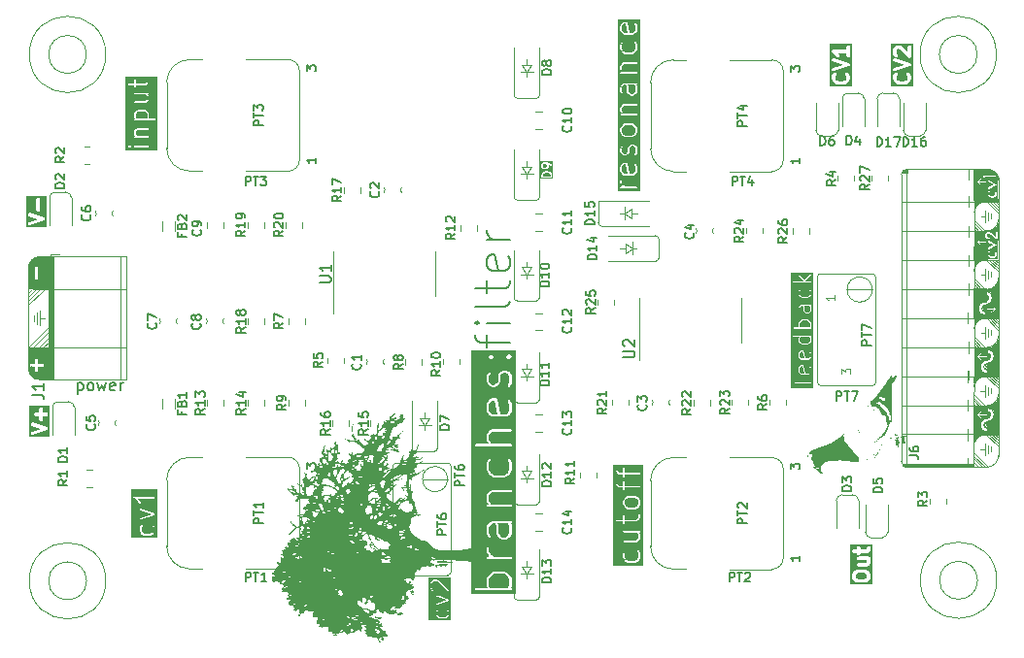
<source format=gbr>
%TF.GenerationSoftware,KiCad,Pcbnew,9.0.0*%
%TF.CreationDate,2025-03-26T23:14:20+00:00*%
%TF.ProjectId,diode-ladder-filter-synth-module,64696f64-652d-46c6-9164-6465722d6669,rev?*%
%TF.SameCoordinates,Original*%
%TF.FileFunction,Legend,Top*%
%TF.FilePolarity,Positive*%
%FSLAX46Y46*%
G04 Gerber Fmt 4.6, Leading zero omitted, Abs format (unit mm)*
G04 Created by KiCad (PCBNEW 9.0.0) date 2025-03-26 23:14:20*
%MOMM*%
%LPD*%
G01*
G04 APERTURE LIST*
%ADD10C,0.200000*%
%ADD11C,0.300000*%
%ADD12C,0.150000*%
%ADD13C,0.100000*%
%ADD14C,0.000000*%
%ADD15C,0.120000*%
%ADD16C,0.001000*%
%ADD17C,0.010000*%
%ADD18C,0.250000*%
%ADD19C,0.500000*%
G04 APERTURE END LIST*
D10*
X152722457Y-76467707D02*
X152722457Y-75324850D01*
X154722457Y-76039136D02*
X152151028Y-76039136D01*
X152151028Y-76039136D02*
X151865314Y-75896279D01*
X151865314Y-75896279D02*
X151722457Y-75610564D01*
X151722457Y-75610564D02*
X151722457Y-75324850D01*
X154722457Y-74324850D02*
X152722457Y-74324850D01*
X151722457Y-74324850D02*
X151865314Y-74467707D01*
X151865314Y-74467707D02*
X152008171Y-74324850D01*
X152008171Y-74324850D02*
X151865314Y-74181993D01*
X151865314Y-74181993D02*
X151722457Y-74324850D01*
X151722457Y-74324850D02*
X152008171Y-74324850D01*
X154722457Y-72467707D02*
X154579600Y-72753422D01*
X154579600Y-72753422D02*
X154293885Y-72896279D01*
X154293885Y-72896279D02*
X151722457Y-72896279D01*
X152722457Y-71753421D02*
X152722457Y-70610564D01*
X151722457Y-71324850D02*
X154293885Y-71324850D01*
X154293885Y-71324850D02*
X154579600Y-71181993D01*
X154579600Y-71181993D02*
X154722457Y-70896278D01*
X154722457Y-70896278D02*
X154722457Y-70610564D01*
X154579600Y-68467707D02*
X154722457Y-68753421D01*
X154722457Y-68753421D02*
X154722457Y-69324850D01*
X154722457Y-69324850D02*
X154579600Y-69610564D01*
X154579600Y-69610564D02*
X154293885Y-69753421D01*
X154293885Y-69753421D02*
X153151028Y-69753421D01*
X153151028Y-69753421D02*
X152865314Y-69610564D01*
X152865314Y-69610564D02*
X152722457Y-69324850D01*
X152722457Y-69324850D02*
X152722457Y-68753421D01*
X152722457Y-68753421D02*
X152865314Y-68467707D01*
X152865314Y-68467707D02*
X153151028Y-68324850D01*
X153151028Y-68324850D02*
X153436742Y-68324850D01*
X153436742Y-68324850D02*
X153722457Y-69753421D01*
X154722457Y-67039135D02*
X152722457Y-67039135D01*
X153293885Y-67039135D02*
X153008171Y-66896278D01*
X153008171Y-66896278D02*
X152865314Y-66753421D01*
X152865314Y-66753421D02*
X152722457Y-66467706D01*
X152722457Y-66467706D02*
X152722457Y-66181992D01*
D11*
G36*
X189863304Y-53703012D02*
G01*
X187963304Y-53703012D01*
X187963304Y-52845870D01*
X188113304Y-52845870D01*
X188113304Y-52969679D01*
X188114762Y-52984490D01*
X188114482Y-52988440D01*
X188115663Y-52993634D01*
X188116186Y-52998943D01*
X188117703Y-53002605D01*
X188121002Y-53017113D01*
X188182907Y-53202828D01*
X188194895Y-53229678D01*
X188198425Y-53233748D01*
X188200488Y-53238728D01*
X188219143Y-53261459D01*
X188342953Y-53385269D01*
X188354454Y-53394707D01*
X188357051Y-53397702D01*
X188361564Y-53400542D01*
X188365684Y-53403924D01*
X188369343Y-53405439D01*
X188381937Y-53413367D01*
X188505746Y-53475272D01*
X188507886Y-53476091D01*
X188508757Y-53476736D01*
X188521012Y-53481114D01*
X188533209Y-53485782D01*
X188534292Y-53485859D01*
X188536448Y-53486629D01*
X188784067Y-53548534D01*
X188789141Y-53549284D01*
X188791183Y-53550130D01*
X188802199Y-53551214D01*
X188813157Y-53552835D01*
X188815344Y-53552509D01*
X188820447Y-53553012D01*
X189006161Y-53553012D01*
X189011264Y-53552509D01*
X189013452Y-53552835D01*
X189024402Y-53551215D01*
X189035425Y-53550130D01*
X189037469Y-53549282D01*
X189042541Y-53548533D01*
X189290160Y-53486629D01*
X189292315Y-53485858D01*
X189293399Y-53485782D01*
X189305587Y-53481117D01*
X189317852Y-53476736D01*
X189318723Y-53476090D01*
X189320862Y-53475272D01*
X189444672Y-53413367D01*
X189457265Y-53405439D01*
X189460925Y-53403924D01*
X189465044Y-53400542D01*
X189469558Y-53397702D01*
X189472154Y-53394707D01*
X189483656Y-53385269D01*
X189607466Y-53261459D01*
X189626121Y-53238728D01*
X189628182Y-53233750D01*
X189631715Y-53229678D01*
X189643703Y-53202827D01*
X189705607Y-53017112D01*
X189708906Y-53002601D01*
X189710422Y-52998943D01*
X189710944Y-52993640D01*
X189712127Y-52988439D01*
X189711845Y-52984484D01*
X189713304Y-52969679D01*
X189713304Y-52845870D01*
X189711845Y-52831058D01*
X189712126Y-52827110D01*
X189710944Y-52821914D01*
X189710422Y-52816606D01*
X189708905Y-52812945D01*
X189705607Y-52798436D01*
X189643703Y-52612722D01*
X189631715Y-52585871D01*
X189628182Y-52581797D01*
X189626120Y-52576819D01*
X189607465Y-52554088D01*
X189545560Y-52492184D01*
X189522829Y-52473529D01*
X189468757Y-52451133D01*
X189410231Y-52451133D01*
X189356159Y-52473531D01*
X189314773Y-52514917D01*
X189292377Y-52568989D01*
X189292377Y-52627515D01*
X189314775Y-52681587D01*
X189333430Y-52704318D01*
X189370294Y-52741182D01*
X189413304Y-52870211D01*
X189413304Y-52945336D01*
X189370294Y-53074366D01*
X189288736Y-53155925D01*
X189201427Y-53199579D01*
X188987697Y-53253012D01*
X188838911Y-53253012D01*
X188625185Y-53199581D01*
X188537873Y-53155925D01*
X188456312Y-53074364D01*
X188413304Y-52945338D01*
X188413304Y-52870210D01*
X188456314Y-52741182D01*
X188493179Y-52704318D01*
X188511834Y-52681587D01*
X188534231Y-52627515D01*
X188534232Y-52568989D01*
X188511835Y-52514917D01*
X188470450Y-52473531D01*
X188416378Y-52451134D01*
X188357852Y-52451133D01*
X188303780Y-52473530D01*
X188281049Y-52492184D01*
X188219144Y-52554088D01*
X188200489Y-52576819D01*
X188198426Y-52581798D01*
X188194895Y-52585870D01*
X188182907Y-52612721D01*
X188121002Y-52798436D01*
X188117703Y-52812943D01*
X188116186Y-52816606D01*
X188115663Y-52821914D01*
X188114482Y-52827109D01*
X188114762Y-52831058D01*
X188113304Y-52845870D01*
X187963304Y-52845870D01*
X187963304Y-51341394D01*
X188114482Y-51341394D01*
X188118631Y-51399774D01*
X188144805Y-51452122D01*
X188189019Y-51490469D01*
X188215870Y-51502457D01*
X189088962Y-51793489D01*
X188215870Y-52084519D01*
X188189019Y-52096508D01*
X188144805Y-52134855D01*
X188118631Y-52187202D01*
X188114482Y-52245582D01*
X188132990Y-52301107D01*
X188171337Y-52345321D01*
X188223684Y-52371495D01*
X188282064Y-52375644D01*
X188310738Y-52369125D01*
X189610738Y-51935792D01*
X189637589Y-51923803D01*
X189645683Y-51916782D01*
X189655271Y-51911989D01*
X189667597Y-51897776D01*
X189681803Y-51885456D01*
X189686594Y-51875873D01*
X189693619Y-51867774D01*
X189699568Y-51849926D01*
X189707977Y-51833109D01*
X189708736Y-51822421D01*
X189712127Y-51812250D01*
X189710793Y-51793484D01*
X189712126Y-51774729D01*
X189708737Y-51764561D01*
X189707977Y-51753870D01*
X189699565Y-51737046D01*
X189693618Y-51719204D01*
X189686596Y-51711108D01*
X189681804Y-51701523D01*
X189667590Y-51689195D01*
X189655270Y-51674990D01*
X189645688Y-51670199D01*
X189637590Y-51663175D01*
X189610739Y-51651187D01*
X188310738Y-51217853D01*
X188282065Y-51211333D01*
X188223685Y-51215482D01*
X188171337Y-51241656D01*
X188132990Y-51285870D01*
X188114482Y-51341394D01*
X187963304Y-51341394D01*
X187963304Y-50493488D01*
X188113304Y-50493488D01*
X188113304Y-50803012D01*
X188116186Y-50832276D01*
X188118247Y-50837253D01*
X188118630Y-50842631D01*
X188129140Y-50870094D01*
X188191045Y-50993904D01*
X188198973Y-51006499D01*
X188200489Y-51010158D01*
X188203868Y-51014275D01*
X188206710Y-51018790D01*
X188209704Y-51021387D01*
X188219144Y-51032889D01*
X188281049Y-51094793D01*
X188303780Y-51113447D01*
X188357852Y-51135844D01*
X188416378Y-51135843D01*
X188470450Y-51113446D01*
X188511835Y-51072060D01*
X188534232Y-51017988D01*
X188534231Y-50959462D01*
X188511834Y-50905390D01*
X188493179Y-50882659D01*
X188448486Y-50837967D01*
X188413304Y-50767602D01*
X188413304Y-50528898D01*
X188448486Y-50458533D01*
X188475968Y-50431052D01*
X188546334Y-50395869D01*
X188610393Y-50395869D01*
X188739418Y-50438877D01*
X189457238Y-51156697D01*
X189479968Y-51175352D01*
X189502365Y-51184628D01*
X189534040Y-51197749D01*
X189592568Y-51197749D01*
X189630802Y-51181911D01*
X189646639Y-51175352D01*
X189688025Y-51133966D01*
X189696524Y-51113446D01*
X189710422Y-51079895D01*
X189713304Y-51050631D01*
X189713304Y-50245869D01*
X189710422Y-50216605D01*
X189688024Y-50162533D01*
X189646640Y-50121149D01*
X189592568Y-50098751D01*
X189534040Y-50098751D01*
X189479968Y-50121149D01*
X189438584Y-50162533D01*
X189416186Y-50216605D01*
X189413304Y-50245869D01*
X189413304Y-50688499D01*
X188926513Y-50201708D01*
X188903782Y-50183053D01*
X188898802Y-50180990D01*
X188894732Y-50177460D01*
X188867882Y-50165472D01*
X188682167Y-50103567D01*
X188667659Y-50100268D01*
X188663997Y-50098751D01*
X188658688Y-50098228D01*
X188653494Y-50097047D01*
X188649544Y-50097327D01*
X188634733Y-50095869D01*
X188510923Y-50095869D01*
X188481659Y-50098751D01*
X188476681Y-50100812D01*
X188471304Y-50101195D01*
X188443841Y-50111705D01*
X188320032Y-50173610D01*
X188307438Y-50181537D01*
X188303779Y-50183053D01*
X188299659Y-50186434D01*
X188295146Y-50189275D01*
X188292549Y-50192269D01*
X188281048Y-50201708D01*
X188219143Y-50263613D01*
X188209703Y-50275114D01*
X188206710Y-50277711D01*
X188203868Y-50282224D01*
X188200488Y-50286344D01*
X188198972Y-50290002D01*
X188191045Y-50302596D01*
X188129140Y-50426406D01*
X188118631Y-50453869D01*
X188118249Y-50459243D01*
X188116186Y-50464224D01*
X188113304Y-50493488D01*
X187963304Y-50493488D01*
X187963304Y-49945869D01*
X189863304Y-49945869D01*
X189863304Y-53703012D01*
G37*
D10*
G36*
X154461959Y-96351154D02*
G01*
X154581867Y-96471061D01*
X154706910Y-96721147D01*
X154706910Y-97245362D01*
X154602250Y-97454683D01*
X153011570Y-97454683D01*
X152906910Y-97245362D01*
X152906910Y-96721147D01*
X153031952Y-96471062D01*
X153151858Y-96351155D01*
X153401945Y-96226111D01*
X154211873Y-96226111D01*
X154461959Y-96351154D01*
G37*
G36*
X154706910Y-92006861D02*
G01*
X154706910Y-92673933D01*
X154589517Y-92908718D01*
X154354731Y-93026111D01*
X154116231Y-93026111D01*
X153881445Y-92908718D01*
X153764053Y-92673933D01*
X153764053Y-91983254D01*
X153762132Y-91963745D01*
X153760756Y-91960425D01*
X153760502Y-91956840D01*
X153753495Y-91938532D01*
X153682999Y-91797540D01*
X154602249Y-91797540D01*
X154706910Y-92006861D01*
G37*
G36*
X153684930Y-82311824D02*
G01*
X153259088Y-82311824D01*
X153024302Y-82194431D01*
X152906910Y-81959646D01*
X152906910Y-81435431D01*
X153024302Y-81200645D01*
X153259088Y-81083253D01*
X153439215Y-81083253D01*
X153684930Y-82311824D01*
G37*
G36*
X155240243Y-97988016D02*
G01*
X151375498Y-97988016D01*
X151375498Y-97535174D01*
X151708831Y-97535174D01*
X151708831Y-97574192D01*
X151723763Y-97610240D01*
X151751353Y-97637830D01*
X151787401Y-97652762D01*
X151806910Y-97654683D01*
X154806910Y-97654683D01*
X154826419Y-97652762D01*
X154862467Y-97637830D01*
X154890057Y-97610240D01*
X154904989Y-97574192D01*
X154904989Y-97535174D01*
X154890057Y-97499126D01*
X154862467Y-97471536D01*
X154826419Y-97456604D01*
X154824967Y-97456461D01*
X154896353Y-97313690D01*
X154903359Y-97295382D01*
X154903613Y-97291798D01*
X154904989Y-97288478D01*
X154906910Y-97268969D01*
X154906910Y-96697540D01*
X154904989Y-96678031D01*
X154903613Y-96674710D01*
X154903359Y-96671127D01*
X154896353Y-96652819D01*
X154753496Y-96367105D01*
X154748210Y-96358708D01*
X154747200Y-96356268D01*
X154744946Y-96353522D01*
X154743053Y-96350514D01*
X154741055Y-96348781D01*
X154734763Y-96341115D01*
X154591905Y-96198258D01*
X154584237Y-96191964D01*
X154582506Y-96189969D01*
X154579497Y-96188075D01*
X154576752Y-96185822D01*
X154574312Y-96184811D01*
X154565916Y-96179526D01*
X154280203Y-96036668D01*
X154261894Y-96029662D01*
X154258310Y-96029407D01*
X154254990Y-96028032D01*
X154235481Y-96026111D01*
X153378338Y-96026111D01*
X153358829Y-96028032D01*
X153355509Y-96029407D01*
X153351924Y-96029662D01*
X153333616Y-96036669D01*
X153047902Y-96179526D01*
X153039504Y-96184811D01*
X153037066Y-96185822D01*
X153034321Y-96188074D01*
X153031312Y-96189969D01*
X153029579Y-96191966D01*
X153021913Y-96198259D01*
X152879056Y-96341115D01*
X152872764Y-96348781D01*
X152870767Y-96350514D01*
X152868871Y-96353525D01*
X152866620Y-96356269D01*
X152865610Y-96358706D01*
X152860324Y-96367105D01*
X152717467Y-96652819D01*
X152710461Y-96671127D01*
X152710206Y-96674710D01*
X152708831Y-96678031D01*
X152706910Y-96697540D01*
X152706910Y-97268969D01*
X152708831Y-97288478D01*
X152710206Y-97291798D01*
X152710461Y-97295382D01*
X152717467Y-97313690D01*
X152787964Y-97454683D01*
X151806910Y-97454683D01*
X151787401Y-97456604D01*
X151751353Y-97471536D01*
X151723763Y-97499126D01*
X151708831Y-97535174D01*
X151375498Y-97535174D01*
X151375498Y-93983254D01*
X152706910Y-93983254D01*
X152706910Y-94268968D01*
X152708831Y-94288477D01*
X152710206Y-94291797D01*
X152710461Y-94295381D01*
X152717467Y-94313689D01*
X152860324Y-94599404D01*
X152865610Y-94607802D01*
X152866620Y-94610240D01*
X152868871Y-94612983D01*
X152870767Y-94615995D01*
X152872764Y-94617727D01*
X152879056Y-94625394D01*
X152994060Y-94740397D01*
X152806910Y-94740397D01*
X152787401Y-94742318D01*
X152751353Y-94757250D01*
X152723763Y-94784840D01*
X152708831Y-94820888D01*
X152708831Y-94859906D01*
X152723763Y-94895954D01*
X152751353Y-94923544D01*
X152787401Y-94938476D01*
X152806910Y-94940397D01*
X154806910Y-94940397D01*
X154826419Y-94938476D01*
X154862467Y-94923544D01*
X154890057Y-94895954D01*
X154904989Y-94859906D01*
X154904989Y-94820888D01*
X154890057Y-94784840D01*
X154862467Y-94757250D01*
X154826419Y-94742318D01*
X154806910Y-94740397D01*
X153401945Y-94740397D01*
X153151859Y-94615354D01*
X153031952Y-94495446D01*
X152906910Y-94245361D01*
X152906910Y-93983254D01*
X152904989Y-93963745D01*
X152890057Y-93927697D01*
X152862467Y-93900107D01*
X152826419Y-93885175D01*
X152787401Y-93885175D01*
X152751353Y-93900107D01*
X152723763Y-93927697D01*
X152708831Y-93963745D01*
X152706910Y-93983254D01*
X151375498Y-93983254D01*
X151375498Y-92126111D01*
X152706910Y-92126111D01*
X152706910Y-92697540D01*
X152708831Y-92717049D01*
X152710206Y-92720369D01*
X152710461Y-92723953D01*
X152717467Y-92742261D01*
X152860324Y-93027975D01*
X152870767Y-93044566D01*
X152900244Y-93070130D01*
X152937260Y-93082469D01*
X152976180Y-93079703D01*
X153011079Y-93062254D01*
X153036643Y-93032777D01*
X153048982Y-92995761D01*
X153046216Y-92956841D01*
X153039210Y-92938533D01*
X152906910Y-92673933D01*
X152906910Y-92149718D01*
X153024302Y-91914932D01*
X153259088Y-91797540D01*
X153459391Y-91797540D01*
X153564053Y-92006861D01*
X153564053Y-92697540D01*
X153565974Y-92717049D01*
X153567349Y-92720369D01*
X153567604Y-92723953D01*
X153574610Y-92742261D01*
X153717467Y-93027975D01*
X153719521Y-93031238D01*
X153720034Y-93032777D01*
X153721695Y-93034692D01*
X153727910Y-93044566D01*
X153737382Y-93052781D01*
X153745598Y-93062254D01*
X153755471Y-93068468D01*
X153757387Y-93070130D01*
X153758925Y-93070642D01*
X153762189Y-93072697D01*
X154047903Y-93215554D01*
X154066211Y-93222560D01*
X154069794Y-93222814D01*
X154073115Y-93224190D01*
X154092624Y-93226111D01*
X154378338Y-93226111D01*
X154397847Y-93224190D01*
X154401167Y-93222814D01*
X154404751Y-93222560D01*
X154423059Y-93215554D01*
X154708774Y-93072697D01*
X154712037Y-93070642D01*
X154713576Y-93070130D01*
X154715491Y-93068468D01*
X154725365Y-93062254D01*
X154733580Y-93052781D01*
X154743053Y-93044566D01*
X154749267Y-93034692D01*
X154750929Y-93032777D01*
X154751441Y-93031238D01*
X154753496Y-93027975D01*
X154896353Y-92742261D01*
X154903359Y-92723953D01*
X154903613Y-92720369D01*
X154904989Y-92717049D01*
X154906910Y-92697540D01*
X154906910Y-91983254D01*
X154904989Y-91963745D01*
X154903613Y-91960424D01*
X154903359Y-91956841D01*
X154896353Y-91938533D01*
X154824967Y-91795761D01*
X154826419Y-91795619D01*
X154862467Y-91780687D01*
X154890057Y-91753097D01*
X154904989Y-91717049D01*
X154904989Y-91678031D01*
X154890057Y-91641983D01*
X154862467Y-91614393D01*
X154826419Y-91599461D01*
X154806910Y-91597540D01*
X153235481Y-91597540D01*
X153215972Y-91599461D01*
X153212651Y-91600836D01*
X153209068Y-91601091D01*
X153190760Y-91608097D01*
X152905046Y-91750954D01*
X152901782Y-91753008D01*
X152900244Y-91753521D01*
X152898328Y-91755182D01*
X152888455Y-91761397D01*
X152880239Y-91770869D01*
X152870767Y-91779085D01*
X152864552Y-91788958D01*
X152862891Y-91790874D01*
X152862378Y-91792412D01*
X152860324Y-91795676D01*
X152717467Y-92081390D01*
X152710461Y-92099698D01*
X152710206Y-92103281D01*
X152708831Y-92106602D01*
X152706910Y-92126111D01*
X151375498Y-92126111D01*
X151375498Y-89411825D01*
X152706910Y-89411825D01*
X152706910Y-89840396D01*
X152708831Y-89859905D01*
X152710206Y-89863225D01*
X152710461Y-89866809D01*
X152717467Y-89885117D01*
X152859392Y-90168968D01*
X152806910Y-90168968D01*
X152787401Y-90170889D01*
X152751353Y-90185821D01*
X152723763Y-90213411D01*
X152708831Y-90249459D01*
X152708831Y-90288477D01*
X152723763Y-90324525D01*
X152751353Y-90352115D01*
X152787401Y-90367047D01*
X152806910Y-90368968D01*
X154806910Y-90368968D01*
X154826419Y-90367047D01*
X154862467Y-90352115D01*
X154890057Y-90324525D01*
X154904989Y-90288477D01*
X154904989Y-90249459D01*
X154890057Y-90213411D01*
X154862467Y-90185821D01*
X154826419Y-90170889D01*
X154806910Y-90168968D01*
X153134045Y-90168968D01*
X153031952Y-90066874D01*
X152906910Y-89816789D01*
X152906910Y-89435432D01*
X153024302Y-89200646D01*
X153259088Y-89083254D01*
X154806910Y-89083254D01*
X154826419Y-89081333D01*
X154862467Y-89066401D01*
X154890057Y-89038811D01*
X154904989Y-89002763D01*
X154904989Y-88963745D01*
X154890057Y-88927697D01*
X154862467Y-88900107D01*
X154826419Y-88885175D01*
X154806910Y-88883254D01*
X153235481Y-88883254D01*
X153215972Y-88885175D01*
X153212651Y-88886550D01*
X153209068Y-88886805D01*
X153190760Y-88893811D01*
X152905046Y-89036668D01*
X152901782Y-89038722D01*
X152900244Y-89039235D01*
X152898328Y-89040896D01*
X152888455Y-89047111D01*
X152880239Y-89056583D01*
X152870767Y-89064799D01*
X152864552Y-89074672D01*
X152862891Y-89076588D01*
X152862378Y-89078126D01*
X152860324Y-89081390D01*
X152717467Y-89367104D01*
X152710461Y-89385412D01*
X152710206Y-89388995D01*
X152708831Y-89392316D01*
X152706910Y-89411825D01*
X151375498Y-89411825D01*
X151375498Y-86554682D01*
X152706910Y-86554682D01*
X152706910Y-87126110D01*
X152708831Y-87145619D01*
X152710206Y-87148939D01*
X152710461Y-87152523D01*
X152717467Y-87170831D01*
X152860324Y-87456546D01*
X152865610Y-87464944D01*
X152866620Y-87467382D01*
X152868871Y-87470125D01*
X152870767Y-87473137D01*
X152872764Y-87474869D01*
X152879056Y-87482536D01*
X153021913Y-87625392D01*
X153029579Y-87631684D01*
X153031312Y-87633682D01*
X153034320Y-87635575D01*
X153037066Y-87637829D01*
X153039506Y-87638839D01*
X153047903Y-87644125D01*
X153333617Y-87786982D01*
X153351925Y-87793988D01*
X153355508Y-87794242D01*
X153358829Y-87795618D01*
X153378338Y-87797539D01*
X154235481Y-87797539D01*
X154254990Y-87795618D01*
X154258310Y-87794242D01*
X154261894Y-87793988D01*
X154280202Y-87786982D01*
X154565916Y-87644125D01*
X154574314Y-87638838D01*
X154576752Y-87637829D01*
X154579494Y-87635577D01*
X154582507Y-87633682D01*
X154584240Y-87631683D01*
X154591905Y-87625393D01*
X154734763Y-87482536D01*
X154741055Y-87474869D01*
X154743053Y-87473137D01*
X154744946Y-87470128D01*
X154747200Y-87467383D01*
X154748210Y-87464942D01*
X154753496Y-87456546D01*
X154896353Y-87170831D01*
X154903359Y-87152523D01*
X154903613Y-87148939D01*
X154904989Y-87145619D01*
X154906910Y-87126110D01*
X154906910Y-86554682D01*
X154904989Y-86535173D01*
X154903613Y-86531852D01*
X154903359Y-86528269D01*
X154896353Y-86509961D01*
X154753496Y-86224247D01*
X154743053Y-86207656D01*
X154713576Y-86182092D01*
X154676560Y-86169753D01*
X154637640Y-86172519D01*
X154602741Y-86189968D01*
X154577177Y-86219445D01*
X154564838Y-86256461D01*
X154567604Y-86295381D01*
X154574610Y-86313689D01*
X154706910Y-86578289D01*
X154706910Y-87102503D01*
X154581867Y-87352589D01*
X154461960Y-87472495D01*
X154211874Y-87597539D01*
X153401945Y-87597539D01*
X153151859Y-87472496D01*
X153031952Y-87352588D01*
X152906910Y-87102503D01*
X152906910Y-86578289D01*
X153039210Y-86313689D01*
X153046216Y-86295381D01*
X153048982Y-86256461D01*
X153036643Y-86219445D01*
X153011079Y-86189968D01*
X152976180Y-86172519D01*
X152937260Y-86169753D01*
X152900244Y-86182092D01*
X152870767Y-86207656D01*
X152860324Y-86224247D01*
X152717467Y-86509961D01*
X152710461Y-86528269D01*
X152710206Y-86531852D01*
X152708831Y-86535173D01*
X152706910Y-86554682D01*
X151375498Y-86554682D01*
X151375498Y-84963744D01*
X151708831Y-84963744D01*
X151708831Y-85002762D01*
X151723763Y-85038810D01*
X151751353Y-85066400D01*
X151787401Y-85081332D01*
X151806910Y-85083253D01*
X154806910Y-85083253D01*
X154826419Y-85081332D01*
X154862467Y-85066400D01*
X154890057Y-85038810D01*
X154904989Y-85002762D01*
X154904989Y-84963744D01*
X154890057Y-84927696D01*
X154862467Y-84900106D01*
X154826419Y-84885174D01*
X154806910Y-84883253D01*
X153134045Y-84883253D01*
X153031952Y-84781159D01*
X152906910Y-84531074D01*
X152906910Y-84149717D01*
X153024302Y-83914931D01*
X153259088Y-83797539D01*
X154806910Y-83797539D01*
X154826419Y-83795618D01*
X154862467Y-83780686D01*
X154890057Y-83753096D01*
X154904989Y-83717048D01*
X154904989Y-83678030D01*
X154890057Y-83641982D01*
X154862467Y-83614392D01*
X154826419Y-83599460D01*
X154806910Y-83597539D01*
X153235481Y-83597539D01*
X153215972Y-83599460D01*
X153212651Y-83600835D01*
X153209068Y-83601090D01*
X153190760Y-83608096D01*
X152905046Y-83750953D01*
X152901782Y-83753007D01*
X152900244Y-83753520D01*
X152898328Y-83755181D01*
X152888455Y-83761396D01*
X152880239Y-83770868D01*
X152870767Y-83779084D01*
X152864552Y-83788957D01*
X152862891Y-83790873D01*
X152862378Y-83792411D01*
X152860324Y-83795675D01*
X152717467Y-84081389D01*
X152710461Y-84099697D01*
X152710206Y-84103280D01*
X152708831Y-84106601D01*
X152706910Y-84126110D01*
X152706910Y-84554681D01*
X152708831Y-84574190D01*
X152710206Y-84577510D01*
X152710461Y-84581094D01*
X152717467Y-84599402D01*
X152859392Y-84883253D01*
X151806910Y-84883253D01*
X151787401Y-84885174D01*
X151751353Y-84900106D01*
X151723763Y-84927696D01*
X151708831Y-84963744D01*
X151375498Y-84963744D01*
X151375498Y-81411824D01*
X152706910Y-81411824D01*
X152706910Y-81983253D01*
X152708831Y-82002762D01*
X152710206Y-82006082D01*
X152710461Y-82009666D01*
X152717467Y-82027974D01*
X152860324Y-82313688D01*
X152862378Y-82316951D01*
X152862891Y-82318490D01*
X152864552Y-82320405D01*
X152870767Y-82330279D01*
X152880239Y-82338494D01*
X152888455Y-82347967D01*
X152898328Y-82354181D01*
X152900244Y-82355843D01*
X152901782Y-82356355D01*
X152905046Y-82358410D01*
X153190760Y-82501267D01*
X153209068Y-82508273D01*
X153212651Y-82508527D01*
X153215972Y-82509903D01*
X153235481Y-82511824D01*
X153807015Y-82511824D01*
X154378338Y-82511824D01*
X154397847Y-82509903D01*
X154401167Y-82508527D01*
X154404751Y-82508273D01*
X154423059Y-82501267D01*
X154708774Y-82358410D01*
X154712037Y-82356355D01*
X154713576Y-82355843D01*
X154715491Y-82354181D01*
X154725365Y-82347967D01*
X154733580Y-82338494D01*
X154743053Y-82330279D01*
X154749267Y-82320405D01*
X154750929Y-82318490D01*
X154751441Y-82316951D01*
X154753496Y-82313688D01*
X154896353Y-82027974D01*
X154903359Y-82009666D01*
X154903613Y-82006082D01*
X154904989Y-82002762D01*
X154906910Y-81983253D01*
X154906910Y-81411824D01*
X154904989Y-81392315D01*
X154903613Y-81388994D01*
X154903359Y-81385411D01*
X154896353Y-81367103D01*
X154753496Y-81081389D01*
X154743053Y-81064798D01*
X154713576Y-81039234D01*
X154676560Y-81026895D01*
X154637640Y-81029661D01*
X154602741Y-81047110D01*
X154577177Y-81076587D01*
X154564838Y-81113603D01*
X154567604Y-81152523D01*
X154574610Y-81170831D01*
X154706910Y-81435431D01*
X154706910Y-81959646D01*
X154589517Y-82194431D01*
X154354731Y-82311824D01*
X153888890Y-82311824D01*
X153619253Y-80963641D01*
X153613543Y-80944888D01*
X153608091Y-80936747D01*
X153604342Y-80927696D01*
X153597342Y-80920696D01*
X153591832Y-80912468D01*
X153583678Y-80907032D01*
X153576752Y-80900106D01*
X153567605Y-80896317D01*
X153559367Y-80890825D01*
X153549756Y-80888923D01*
X153540704Y-80885174D01*
X153521195Y-80883253D01*
X153235481Y-80883253D01*
X153215972Y-80885174D01*
X153212651Y-80886549D01*
X153209068Y-80886804D01*
X153190760Y-80893810D01*
X152905046Y-81036667D01*
X152901782Y-81038721D01*
X152900244Y-81039234D01*
X152898328Y-81040895D01*
X152888455Y-81047110D01*
X152880239Y-81056582D01*
X152870767Y-81064798D01*
X152864552Y-81074671D01*
X152862891Y-81076587D01*
X152862378Y-81078125D01*
X152860324Y-81081389D01*
X152717467Y-81367103D01*
X152710461Y-81385411D01*
X152710206Y-81388994D01*
X152708831Y-81392315D01*
X152706910Y-81411824D01*
X151375498Y-81411824D01*
X151375498Y-78983252D01*
X152706910Y-78983252D01*
X152706910Y-79411824D01*
X152708831Y-79431333D01*
X152710206Y-79434653D01*
X152710461Y-79438237D01*
X152717467Y-79456545D01*
X152860324Y-79742259D01*
X152862378Y-79745522D01*
X152862891Y-79747061D01*
X152864552Y-79748976D01*
X152870767Y-79758850D01*
X152880239Y-79767065D01*
X152888455Y-79776538D01*
X152898328Y-79782752D01*
X152900244Y-79784414D01*
X152901782Y-79784926D01*
X152905046Y-79786981D01*
X153190760Y-79929838D01*
X153209068Y-79936844D01*
X153212651Y-79937098D01*
X153215972Y-79938474D01*
X153235481Y-79940395D01*
X153378338Y-79940395D01*
X153397847Y-79938474D01*
X153401167Y-79937098D01*
X153404751Y-79936844D01*
X153423059Y-79929838D01*
X153708774Y-79786981D01*
X153712037Y-79784926D01*
X153713576Y-79784414D01*
X153715491Y-79782752D01*
X153725365Y-79776538D01*
X153733580Y-79767065D01*
X153743053Y-79758850D01*
X153749267Y-79748976D01*
X153750929Y-79747061D01*
X153751441Y-79745522D01*
X153753496Y-79742259D01*
X153896353Y-79456545D01*
X153903359Y-79438237D01*
X153903613Y-79434653D01*
X153904989Y-79431333D01*
X153906910Y-79411824D01*
X153906910Y-79006859D01*
X154024302Y-78772073D01*
X154259088Y-78654681D01*
X154354731Y-78654681D01*
X154589517Y-78772073D01*
X154706910Y-79006859D01*
X154706910Y-79531074D01*
X154574610Y-79795674D01*
X154567604Y-79813982D01*
X154564838Y-79852902D01*
X154577177Y-79889918D01*
X154602741Y-79919395D01*
X154637640Y-79936844D01*
X154676560Y-79939610D01*
X154713576Y-79927271D01*
X154743053Y-79901707D01*
X154753496Y-79885116D01*
X154896353Y-79599402D01*
X154903359Y-79581094D01*
X154903613Y-79577510D01*
X154904989Y-79574190D01*
X154906910Y-79554681D01*
X154906910Y-78983252D01*
X154904989Y-78963743D01*
X154903613Y-78960422D01*
X154903359Y-78956839D01*
X154896353Y-78938531D01*
X154753496Y-78652817D01*
X154751441Y-78649553D01*
X154750929Y-78648015D01*
X154749267Y-78646099D01*
X154743053Y-78636226D01*
X154733580Y-78628010D01*
X154725365Y-78618538D01*
X154715491Y-78612323D01*
X154713576Y-78610662D01*
X154712037Y-78610149D01*
X154708774Y-78608095D01*
X154423059Y-78465238D01*
X154404751Y-78458232D01*
X154401167Y-78457977D01*
X154397847Y-78456602D01*
X154378338Y-78454681D01*
X154235481Y-78454681D01*
X154215972Y-78456602D01*
X154212651Y-78457977D01*
X154209068Y-78458232D01*
X154190760Y-78465238D01*
X153905046Y-78608095D01*
X153901782Y-78610149D01*
X153900244Y-78610662D01*
X153898328Y-78612323D01*
X153888455Y-78618538D01*
X153880239Y-78628010D01*
X153870767Y-78636226D01*
X153864552Y-78646099D01*
X153862891Y-78648015D01*
X153862378Y-78649553D01*
X153860324Y-78652817D01*
X153717467Y-78938531D01*
X153710461Y-78956839D01*
X153710206Y-78960422D01*
X153708831Y-78963743D01*
X153706910Y-78983252D01*
X153706910Y-79388217D01*
X153589517Y-79623002D01*
X153354731Y-79740395D01*
X153259088Y-79740395D01*
X153024302Y-79623002D01*
X152906910Y-79388217D01*
X152906910Y-79006859D01*
X153039210Y-78742259D01*
X153046216Y-78723951D01*
X153048982Y-78685031D01*
X153036643Y-78648015D01*
X153011079Y-78618538D01*
X152976180Y-78601089D01*
X152937260Y-78598323D01*
X152900244Y-78610662D01*
X152870767Y-78636226D01*
X152860324Y-78652817D01*
X152717467Y-78938531D01*
X152710461Y-78956839D01*
X152710206Y-78960422D01*
X152708831Y-78963743D01*
X152706910Y-78983252D01*
X151375498Y-78983252D01*
X151375498Y-77249458D01*
X152851688Y-77249458D01*
X152851688Y-77288476D01*
X152866620Y-77324524D01*
X152879056Y-77339678D01*
X153021913Y-77482534D01*
X153037066Y-77494971D01*
X153047624Y-77499344D01*
X153073115Y-77509903D01*
X153112133Y-77509903D01*
X153148181Y-77494971D01*
X153163335Y-77482535D01*
X153306191Y-77339678D01*
X153318628Y-77324525D01*
X153323001Y-77313966D01*
X153333560Y-77288476D01*
X153333560Y-77249458D01*
X154423116Y-77249458D01*
X154423116Y-77288476D01*
X154433674Y-77313966D01*
X154438048Y-77324525D01*
X154450485Y-77339678D01*
X154593343Y-77482535D01*
X154608496Y-77494971D01*
X154644544Y-77509903D01*
X154683562Y-77509903D01*
X154709052Y-77499344D01*
X154719611Y-77494971D01*
X154719615Y-77494966D01*
X154734764Y-77482535D01*
X154877620Y-77339678D01*
X154890057Y-77324525D01*
X154894430Y-77313966D01*
X154904989Y-77288476D01*
X154904989Y-77249458D01*
X154890057Y-77213410D01*
X154890057Y-77213409D01*
X154877620Y-77198256D01*
X154734764Y-77055399D01*
X154719615Y-77042967D01*
X154719611Y-77042963D01*
X154709052Y-77038589D01*
X154683562Y-77028031D01*
X154644544Y-77028031D01*
X154608496Y-77042963D01*
X154593343Y-77055399D01*
X154450485Y-77198256D01*
X154438048Y-77213409D01*
X154438048Y-77213410D01*
X154423116Y-77249458D01*
X153333560Y-77249458D01*
X153318628Y-77213410D01*
X153318628Y-77213409D01*
X153306191Y-77198256D01*
X153163335Y-77055399D01*
X153148181Y-77042963D01*
X153112133Y-77028031D01*
X153073115Y-77028031D01*
X153047624Y-77038589D01*
X153037066Y-77042963D01*
X153021913Y-77055400D01*
X152879056Y-77198256D01*
X152866621Y-77213409D01*
X152866620Y-77213410D01*
X152851688Y-77249458D01*
X151375498Y-77249458D01*
X151375498Y-76694698D01*
X155240243Y-76694698D01*
X155240243Y-97988016D01*
G37*
D11*
G36*
X184529304Y-53703012D02*
G01*
X182629304Y-53703012D01*
X182629304Y-52845870D01*
X182779304Y-52845870D01*
X182779304Y-52969679D01*
X182780762Y-52984490D01*
X182780482Y-52988440D01*
X182781663Y-52993634D01*
X182782186Y-52998943D01*
X182783703Y-53002605D01*
X182787002Y-53017113D01*
X182848907Y-53202828D01*
X182860895Y-53229678D01*
X182864425Y-53233748D01*
X182866488Y-53238728D01*
X182885143Y-53261459D01*
X183008953Y-53385269D01*
X183020454Y-53394707D01*
X183023051Y-53397702D01*
X183027564Y-53400542D01*
X183031684Y-53403924D01*
X183035343Y-53405439D01*
X183047937Y-53413367D01*
X183171746Y-53475272D01*
X183173886Y-53476091D01*
X183174757Y-53476736D01*
X183187012Y-53481114D01*
X183199209Y-53485782D01*
X183200292Y-53485859D01*
X183202448Y-53486629D01*
X183450067Y-53548534D01*
X183455141Y-53549284D01*
X183457183Y-53550130D01*
X183468199Y-53551214D01*
X183479157Y-53552835D01*
X183481344Y-53552509D01*
X183486447Y-53553012D01*
X183672161Y-53553012D01*
X183677264Y-53552509D01*
X183679452Y-53552835D01*
X183690402Y-53551215D01*
X183701425Y-53550130D01*
X183703469Y-53549282D01*
X183708541Y-53548533D01*
X183956160Y-53486629D01*
X183958315Y-53485858D01*
X183959399Y-53485782D01*
X183971587Y-53481117D01*
X183983852Y-53476736D01*
X183984723Y-53476090D01*
X183986862Y-53475272D01*
X184110672Y-53413367D01*
X184123265Y-53405439D01*
X184126925Y-53403924D01*
X184131044Y-53400542D01*
X184135558Y-53397702D01*
X184138154Y-53394707D01*
X184149656Y-53385269D01*
X184273466Y-53261459D01*
X184292121Y-53238728D01*
X184294182Y-53233750D01*
X184297715Y-53229678D01*
X184309703Y-53202827D01*
X184371607Y-53017112D01*
X184374906Y-53002601D01*
X184376422Y-52998943D01*
X184376944Y-52993640D01*
X184378127Y-52988439D01*
X184377845Y-52984484D01*
X184379304Y-52969679D01*
X184379304Y-52845870D01*
X184377845Y-52831058D01*
X184378126Y-52827110D01*
X184376944Y-52821914D01*
X184376422Y-52816606D01*
X184374905Y-52812945D01*
X184371607Y-52798436D01*
X184309703Y-52612722D01*
X184297715Y-52585871D01*
X184294182Y-52581797D01*
X184292120Y-52576819D01*
X184273465Y-52554088D01*
X184211560Y-52492184D01*
X184188829Y-52473529D01*
X184134757Y-52451133D01*
X184076231Y-52451133D01*
X184022159Y-52473531D01*
X183980773Y-52514917D01*
X183958377Y-52568989D01*
X183958377Y-52627515D01*
X183980775Y-52681587D01*
X183999430Y-52704318D01*
X184036294Y-52741182D01*
X184079304Y-52870211D01*
X184079304Y-52945336D01*
X184036294Y-53074366D01*
X183954736Y-53155925D01*
X183867427Y-53199579D01*
X183653697Y-53253012D01*
X183504911Y-53253012D01*
X183291185Y-53199581D01*
X183203873Y-53155925D01*
X183122312Y-53074364D01*
X183079304Y-52945338D01*
X183079304Y-52870210D01*
X183122314Y-52741182D01*
X183159179Y-52704318D01*
X183177834Y-52681587D01*
X183200231Y-52627515D01*
X183200232Y-52568989D01*
X183177835Y-52514917D01*
X183136450Y-52473531D01*
X183082378Y-52451134D01*
X183023852Y-52451133D01*
X182969780Y-52473530D01*
X182947049Y-52492184D01*
X182885144Y-52554088D01*
X182866489Y-52576819D01*
X182864426Y-52581798D01*
X182860895Y-52585870D01*
X182848907Y-52612721D01*
X182787002Y-52798436D01*
X182783703Y-52812943D01*
X182782186Y-52816606D01*
X182781663Y-52821914D01*
X182780482Y-52827109D01*
X182780762Y-52831058D01*
X182779304Y-52845870D01*
X182629304Y-52845870D01*
X182629304Y-51341394D01*
X182780482Y-51341394D01*
X182784631Y-51399774D01*
X182810805Y-51452122D01*
X182855019Y-51490469D01*
X182881870Y-51502457D01*
X183754962Y-51793489D01*
X182881870Y-52084519D01*
X182855019Y-52096508D01*
X182810805Y-52134855D01*
X182784631Y-52187202D01*
X182780482Y-52245582D01*
X182798990Y-52301107D01*
X182837337Y-52345321D01*
X182889684Y-52371495D01*
X182948064Y-52375644D01*
X182976738Y-52369125D01*
X184276738Y-51935792D01*
X184303589Y-51923803D01*
X184311683Y-51916782D01*
X184321271Y-51911989D01*
X184333597Y-51897776D01*
X184347803Y-51885456D01*
X184352594Y-51875873D01*
X184359619Y-51867774D01*
X184365568Y-51849926D01*
X184373977Y-51833109D01*
X184374736Y-51822421D01*
X184378127Y-51812250D01*
X184376793Y-51793484D01*
X184378126Y-51774729D01*
X184374737Y-51764561D01*
X184373977Y-51753870D01*
X184365565Y-51737046D01*
X184359618Y-51719204D01*
X184352596Y-51711108D01*
X184347804Y-51701523D01*
X184333590Y-51689195D01*
X184321270Y-51674990D01*
X184311688Y-51670199D01*
X184303590Y-51663175D01*
X184276739Y-51651187D01*
X182976738Y-51217853D01*
X182948065Y-51211333D01*
X182889685Y-51215482D01*
X182837337Y-51241656D01*
X182798990Y-51285870D01*
X182780482Y-51341394D01*
X182629304Y-51341394D01*
X182629304Y-50617456D01*
X182779304Y-50617456D01*
X182782186Y-50631865D01*
X182782186Y-50646562D01*
X182787869Y-50660282D01*
X182790782Y-50674845D01*
X182798959Y-50687056D01*
X182804584Y-50700634D01*
X182815085Y-50711135D01*
X182823349Y-50723475D01*
X182845861Y-50741911D01*
X182845968Y-50742018D01*
X182846015Y-50742037D01*
X182846099Y-50742106D01*
X183019456Y-50857677D01*
X183115549Y-50953770D01*
X183166569Y-51055809D01*
X183182234Y-51080694D01*
X183226450Y-51119041D01*
X183281972Y-51137548D01*
X183340352Y-51133400D01*
X183392701Y-51107225D01*
X183431048Y-51063010D01*
X183449555Y-51007487D01*
X183445407Y-50949107D01*
X183434897Y-50921644D01*
X183372992Y-50797835D01*
X183365064Y-50785241D01*
X183363549Y-50781582D01*
X183360167Y-50777462D01*
X183357327Y-50772949D01*
X183354332Y-50770352D01*
X183351826Y-50767298D01*
X184079304Y-50767298D01*
X184079304Y-50988726D01*
X184082186Y-51017990D01*
X184104584Y-51072062D01*
X184145968Y-51113446D01*
X184200040Y-51135844D01*
X184258568Y-51135844D01*
X184312640Y-51113446D01*
X184354024Y-51072062D01*
X184376422Y-51017990D01*
X184379304Y-50988726D01*
X184379304Y-50245869D01*
X184376422Y-50216605D01*
X184354024Y-50162533D01*
X184312640Y-50121149D01*
X184258568Y-50098751D01*
X184200040Y-50098751D01*
X184145968Y-50121149D01*
X184104584Y-50162533D01*
X184082186Y-50216605D01*
X184079304Y-50245869D01*
X184079304Y-50467298D01*
X182929304Y-50467298D01*
X182929198Y-50467308D01*
X182929146Y-50467298D01*
X182928992Y-50467328D01*
X182900040Y-50470180D01*
X182886319Y-50475863D01*
X182871757Y-50478776D01*
X182859545Y-50486953D01*
X182845968Y-50492578D01*
X182835466Y-50503079D01*
X182823127Y-50511343D01*
X182814974Y-50523571D01*
X182804584Y-50533962D01*
X182798901Y-50547680D01*
X182790661Y-50560041D01*
X182787808Y-50574459D01*
X182782186Y-50588034D01*
X182782186Y-50602886D01*
X182779304Y-50617456D01*
X182629304Y-50617456D01*
X182629304Y-49948751D01*
X184529304Y-49948751D01*
X184529304Y-53703012D01*
G37*
G36*
X185744902Y-96167695D02*
G01*
X185822120Y-96244912D01*
X185857304Y-96315280D01*
X185857304Y-96492080D01*
X185822122Y-96562444D01*
X185744903Y-96639662D01*
X185555507Y-96687012D01*
X185159102Y-96687012D01*
X184969706Y-96639663D01*
X184892486Y-96562443D01*
X184857304Y-96492078D01*
X184857304Y-96315280D01*
X184892486Y-96244914D01*
X184969706Y-96167695D01*
X185159103Y-96120346D01*
X185555507Y-96120346D01*
X185744902Y-96167695D01*
G37*
G36*
X186307304Y-97137012D02*
G01*
X184407304Y-97137012D01*
X184407304Y-96279870D01*
X184557304Y-96279870D01*
X184557304Y-96527489D01*
X184560186Y-96556753D01*
X184562249Y-96561733D01*
X184562631Y-96567108D01*
X184573140Y-96594571D01*
X184635045Y-96718381D01*
X184642972Y-96730974D01*
X184644488Y-96734633D01*
X184647868Y-96738752D01*
X184650710Y-96743266D01*
X184653703Y-96745862D01*
X184663143Y-96757364D01*
X184786953Y-96881174D01*
X184809684Y-96899829D01*
X184819987Y-96904096D01*
X184828948Y-96910736D01*
X184856639Y-96920629D01*
X185104258Y-96982534D01*
X185109332Y-96983284D01*
X185111374Y-96984130D01*
X185122390Y-96985214D01*
X185133348Y-96986835D01*
X185135535Y-96986509D01*
X185140638Y-96987012D01*
X185573971Y-96987012D01*
X185579074Y-96986509D01*
X185581262Y-96986835D01*
X185592212Y-96985215D01*
X185603235Y-96984130D01*
X185605279Y-96983282D01*
X185610351Y-96982533D01*
X185857970Y-96920629D01*
X185885662Y-96910736D01*
X185894623Y-96904096D01*
X185904925Y-96899829D01*
X185927656Y-96881174D01*
X186051466Y-96757364D01*
X186060907Y-96745859D01*
X186063899Y-96743265D01*
X186066737Y-96738755D01*
X186070121Y-96734633D01*
X186071637Y-96730971D01*
X186079564Y-96718380D01*
X186141468Y-96594571D01*
X186151978Y-96567108D01*
X186152360Y-96561730D01*
X186154422Y-96556753D01*
X186157304Y-96527489D01*
X186157304Y-96279870D01*
X186154422Y-96250606D01*
X186152359Y-96245627D01*
X186151978Y-96240252D01*
X186141468Y-96212789D01*
X186079565Y-96088979D01*
X186071637Y-96076384D01*
X186070121Y-96072724D01*
X186066739Y-96068603D01*
X186063900Y-96064093D01*
X186060906Y-96061497D01*
X186051466Y-96049994D01*
X185927656Y-95926185D01*
X185904925Y-95907530D01*
X185894623Y-95903263D01*
X185885662Y-95896623D01*
X185857971Y-95886730D01*
X185610351Y-95824825D01*
X185605279Y-95824075D01*
X185603235Y-95823228D01*
X185592212Y-95822142D01*
X185581262Y-95820523D01*
X185579074Y-95820848D01*
X185573971Y-95820346D01*
X185140638Y-95820346D01*
X185135534Y-95820848D01*
X185133347Y-95820523D01*
X185122396Y-95822142D01*
X185111374Y-95823228D01*
X185109329Y-95824075D01*
X185104258Y-95824825D01*
X184856639Y-95886730D01*
X184828947Y-95896623D01*
X184819985Y-95903263D01*
X184809684Y-95907530D01*
X184786953Y-95926185D01*
X184663143Y-96049994D01*
X184653702Y-96061496D01*
X184650710Y-96064092D01*
X184647871Y-96068601D01*
X184644488Y-96072724D01*
X184642970Y-96076386D01*
X184635045Y-96088978D01*
X184573140Y-96212788D01*
X184562630Y-96240251D01*
X184562247Y-96245628D01*
X184560186Y-96250606D01*
X184557304Y-96279870D01*
X184407304Y-96279870D01*
X184407304Y-94826796D01*
X184993520Y-94826796D01*
X184993520Y-94885324D01*
X185015918Y-94939396D01*
X185057302Y-94980780D01*
X185111374Y-95003178D01*
X185140638Y-95006060D01*
X185821363Y-95006060D01*
X185822122Y-95006819D01*
X185857304Y-95077183D01*
X185857304Y-95192077D01*
X185833595Y-95239495D01*
X185786180Y-95263203D01*
X185140638Y-95263203D01*
X185111374Y-95266085D01*
X185057302Y-95288483D01*
X185015918Y-95329867D01*
X184993520Y-95383939D01*
X184993520Y-95442467D01*
X185015918Y-95496539D01*
X185057302Y-95537923D01*
X185111374Y-95560321D01*
X185140638Y-95563203D01*
X185821590Y-95563203D01*
X185850854Y-95560321D01*
X185855831Y-95558259D01*
X185861209Y-95557877D01*
X185888672Y-95547367D01*
X186012482Y-95485462D01*
X186017374Y-95482382D01*
X186019685Y-95481612D01*
X186022561Y-95479117D01*
X186037368Y-95469797D01*
X186049691Y-95455588D01*
X186063900Y-95443265D01*
X186073220Y-95428458D01*
X186075715Y-95425582D01*
X186076484Y-95423272D01*
X186079565Y-95418379D01*
X186141468Y-95294569D01*
X186151978Y-95267106D01*
X186152359Y-95261730D01*
X186154422Y-95256752D01*
X186157304Y-95227488D01*
X186157304Y-95041774D01*
X186154422Y-95012510D01*
X186152360Y-95007532D01*
X186151978Y-95002155D01*
X186141468Y-94974692D01*
X186126554Y-94944865D01*
X186132024Y-94939396D01*
X186154422Y-94885324D01*
X186154422Y-94826796D01*
X186132024Y-94772724D01*
X186090640Y-94731340D01*
X186036568Y-94708942D01*
X186007304Y-94706060D01*
X185140638Y-94706060D01*
X185111374Y-94708942D01*
X185057302Y-94731340D01*
X185015918Y-94772724D01*
X184993520Y-94826796D01*
X184407304Y-94826796D01*
X184407304Y-94207749D01*
X184560186Y-94207749D01*
X184560186Y-94266277D01*
X184582584Y-94320349D01*
X184623968Y-94361733D01*
X184678040Y-94384131D01*
X184707304Y-94387013D01*
X184990638Y-94387013D01*
X184990638Y-94422727D01*
X184993520Y-94451991D01*
X185015918Y-94506063D01*
X185057302Y-94547447D01*
X185111374Y-94569845D01*
X185169902Y-94569845D01*
X185223974Y-94547447D01*
X185265358Y-94506063D01*
X185287756Y-94451991D01*
X185290638Y-94422727D01*
X185290638Y-94387013D01*
X185821590Y-94387013D01*
X185850854Y-94384131D01*
X185855831Y-94382069D01*
X185861209Y-94381687D01*
X185888672Y-94371177D01*
X186012482Y-94309272D01*
X186017374Y-94306192D01*
X186019685Y-94305422D01*
X186022561Y-94302927D01*
X186037368Y-94293607D01*
X186049691Y-94279398D01*
X186063900Y-94267075D01*
X186073220Y-94252268D01*
X186075715Y-94249392D01*
X186076484Y-94247082D01*
X186079565Y-94242189D01*
X186141468Y-94118379D01*
X186151978Y-94090916D01*
X186152359Y-94085540D01*
X186154422Y-94080562D01*
X186157304Y-94051298D01*
X186157304Y-93927489D01*
X186154422Y-93898225D01*
X186132024Y-93844153D01*
X186090640Y-93802769D01*
X186036568Y-93780371D01*
X185978040Y-93780371D01*
X185923968Y-93802769D01*
X185882584Y-93844153D01*
X185860186Y-93898225D01*
X185857304Y-93927489D01*
X185857304Y-94015887D01*
X185833595Y-94063305D01*
X185786180Y-94087013D01*
X185290638Y-94087013D01*
X185290638Y-93927489D01*
X185287756Y-93898225D01*
X185265358Y-93844153D01*
X185223974Y-93802769D01*
X185169902Y-93780371D01*
X185111374Y-93780371D01*
X185057302Y-93802769D01*
X185015918Y-93844153D01*
X184993520Y-93898225D01*
X184990638Y-93927489D01*
X184990638Y-94087013D01*
X184707304Y-94087013D01*
X184678040Y-94089895D01*
X184623968Y-94112293D01*
X184582584Y-94153677D01*
X184560186Y-94207749D01*
X184407304Y-94207749D01*
X184407304Y-93630371D01*
X186307304Y-93630371D01*
X186307304Y-97137012D01*
G37*
D12*
X162285295Y-68789428D02*
X161485295Y-68789428D01*
X161485295Y-68789428D02*
X161485295Y-68598952D01*
X161485295Y-68598952D02*
X161523390Y-68484666D01*
X161523390Y-68484666D02*
X161599580Y-68408476D01*
X161599580Y-68408476D02*
X161675771Y-68370381D01*
X161675771Y-68370381D02*
X161828152Y-68332285D01*
X161828152Y-68332285D02*
X161942438Y-68332285D01*
X161942438Y-68332285D02*
X162094819Y-68370381D01*
X162094819Y-68370381D02*
X162171009Y-68408476D01*
X162171009Y-68408476D02*
X162247200Y-68484666D01*
X162247200Y-68484666D02*
X162285295Y-68598952D01*
X162285295Y-68598952D02*
X162285295Y-68789428D01*
X162285295Y-67570381D02*
X162285295Y-68027524D01*
X162285295Y-67798952D02*
X161485295Y-67798952D01*
X161485295Y-67798952D02*
X161599580Y-67875143D01*
X161599580Y-67875143D02*
X161675771Y-67951333D01*
X161675771Y-67951333D02*
X161713866Y-68027524D01*
X161751961Y-66884666D02*
X162285295Y-66884666D01*
X161447200Y-67075142D02*
X162018628Y-67265619D01*
X162018628Y-67265619D02*
X162018628Y-66770380D01*
X158350295Y-96983428D02*
X157550295Y-96983428D01*
X157550295Y-96983428D02*
X157550295Y-96792952D01*
X157550295Y-96792952D02*
X157588390Y-96678666D01*
X157588390Y-96678666D02*
X157664580Y-96602476D01*
X157664580Y-96602476D02*
X157740771Y-96564381D01*
X157740771Y-96564381D02*
X157893152Y-96526285D01*
X157893152Y-96526285D02*
X158007438Y-96526285D01*
X158007438Y-96526285D02*
X158159819Y-96564381D01*
X158159819Y-96564381D02*
X158236009Y-96602476D01*
X158236009Y-96602476D02*
X158312200Y-96678666D01*
X158312200Y-96678666D02*
X158350295Y-96792952D01*
X158350295Y-96792952D02*
X158350295Y-96983428D01*
X158350295Y-95764381D02*
X158350295Y-96221524D01*
X158350295Y-95992952D02*
X157550295Y-95992952D01*
X157550295Y-95992952D02*
X157664580Y-96069143D01*
X157664580Y-96069143D02*
X157740771Y-96145333D01*
X157740771Y-96145333D02*
X157778866Y-96221524D01*
X157550295Y-95497714D02*
X157550295Y-95002476D01*
X157550295Y-95002476D02*
X157855057Y-95269142D01*
X157855057Y-95269142D02*
X157855057Y-95154857D01*
X157855057Y-95154857D02*
X157893152Y-95078666D01*
X157893152Y-95078666D02*
X157931247Y-95040571D01*
X157931247Y-95040571D02*
X158007438Y-95002476D01*
X158007438Y-95002476D02*
X158197914Y-95002476D01*
X158197914Y-95002476D02*
X158274104Y-95040571D01*
X158274104Y-95040571D02*
X158312200Y-95078666D01*
X158312200Y-95078666D02*
X158350295Y-95154857D01*
X158350295Y-95154857D02*
X158350295Y-95383428D01*
X158350295Y-95383428D02*
X158312200Y-95459619D01*
X158312200Y-95459619D02*
X158274104Y-95497714D01*
X139066295Y-83588285D02*
X138685342Y-83854952D01*
X139066295Y-84045428D02*
X138266295Y-84045428D01*
X138266295Y-84045428D02*
X138266295Y-83740666D01*
X138266295Y-83740666D02*
X138304390Y-83664476D01*
X138304390Y-83664476D02*
X138342485Y-83626381D01*
X138342485Y-83626381D02*
X138418676Y-83588285D01*
X138418676Y-83588285D02*
X138532961Y-83588285D01*
X138532961Y-83588285D02*
X138609152Y-83626381D01*
X138609152Y-83626381D02*
X138647247Y-83664476D01*
X138647247Y-83664476D02*
X138685342Y-83740666D01*
X138685342Y-83740666D02*
X138685342Y-84045428D01*
X139066295Y-82826381D02*
X139066295Y-83283524D01*
X139066295Y-83054952D02*
X138266295Y-83054952D01*
X138266295Y-83054952D02*
X138380580Y-83131143D01*
X138380580Y-83131143D02*
X138456771Y-83207333D01*
X138456771Y-83207333D02*
X138494866Y-83283524D01*
X138266295Y-82140666D02*
X138266295Y-82293047D01*
X138266295Y-82293047D02*
X138304390Y-82369238D01*
X138304390Y-82369238D02*
X138342485Y-82407333D01*
X138342485Y-82407333D02*
X138456771Y-82483523D01*
X138456771Y-82483523D02*
X138609152Y-82521619D01*
X138609152Y-82521619D02*
X138913914Y-82521619D01*
X138913914Y-82521619D02*
X138990104Y-82483523D01*
X138990104Y-82483523D02*
X139028200Y-82445428D01*
X139028200Y-82445428D02*
X139066295Y-82369238D01*
X139066295Y-82369238D02*
X139066295Y-82216857D01*
X139066295Y-82216857D02*
X139028200Y-82140666D01*
X139028200Y-82140666D02*
X138990104Y-82102571D01*
X138990104Y-82102571D02*
X138913914Y-82064476D01*
X138913914Y-82064476D02*
X138723438Y-82064476D01*
X138723438Y-82064476D02*
X138647247Y-82102571D01*
X138647247Y-82102571D02*
X138609152Y-82140666D01*
X138609152Y-82140666D02*
X138571057Y-82216857D01*
X138571057Y-82216857D02*
X138571057Y-82369238D01*
X138571057Y-82369238D02*
X138609152Y-82445428D01*
X138609152Y-82445428D02*
X138647247Y-82483523D01*
X138647247Y-82483523D02*
X138723438Y-82521619D01*
X143288104Y-62871332D02*
X143326200Y-62909428D01*
X143326200Y-62909428D02*
X143364295Y-63023713D01*
X143364295Y-63023713D02*
X143364295Y-63099904D01*
X143364295Y-63099904D02*
X143326200Y-63214190D01*
X143326200Y-63214190D02*
X143250009Y-63290380D01*
X143250009Y-63290380D02*
X143173819Y-63328475D01*
X143173819Y-63328475D02*
X143021438Y-63366571D01*
X143021438Y-63366571D02*
X142907152Y-63366571D01*
X142907152Y-63366571D02*
X142754771Y-63328475D01*
X142754771Y-63328475D02*
X142678580Y-63290380D01*
X142678580Y-63290380D02*
X142602390Y-63214190D01*
X142602390Y-63214190D02*
X142564295Y-63099904D01*
X142564295Y-63099904D02*
X142564295Y-63023713D01*
X142564295Y-63023713D02*
X142602390Y-62909428D01*
X142602390Y-62909428D02*
X142640485Y-62871332D01*
X142640485Y-62566571D02*
X142602390Y-62528475D01*
X142602390Y-62528475D02*
X142564295Y-62452285D01*
X142564295Y-62452285D02*
X142564295Y-62261809D01*
X142564295Y-62261809D02*
X142602390Y-62185618D01*
X142602390Y-62185618D02*
X142640485Y-62147523D01*
X142640485Y-62147523D02*
X142716676Y-62109428D01*
X142716676Y-62109428D02*
X142792866Y-62109428D01*
X142792866Y-62109428D02*
X142907152Y-62147523D01*
X142907152Y-62147523D02*
X143364295Y-62604666D01*
X143364295Y-62604666D02*
X143364295Y-62109428D01*
X187179295Y-89109475D02*
X186379295Y-89109475D01*
X186379295Y-89109475D02*
X186379295Y-88918999D01*
X186379295Y-88918999D02*
X186417390Y-88804713D01*
X186417390Y-88804713D02*
X186493580Y-88728523D01*
X186493580Y-88728523D02*
X186569771Y-88690428D01*
X186569771Y-88690428D02*
X186722152Y-88652332D01*
X186722152Y-88652332D02*
X186836438Y-88652332D01*
X186836438Y-88652332D02*
X186988819Y-88690428D01*
X186988819Y-88690428D02*
X187065009Y-88728523D01*
X187065009Y-88728523D02*
X187141200Y-88804713D01*
X187141200Y-88804713D02*
X187179295Y-88918999D01*
X187179295Y-88918999D02*
X187179295Y-89109475D01*
X186379295Y-87928523D02*
X186379295Y-88309475D01*
X186379295Y-88309475D02*
X186760247Y-88347571D01*
X186760247Y-88347571D02*
X186722152Y-88309475D01*
X186722152Y-88309475D02*
X186684057Y-88233285D01*
X186684057Y-88233285D02*
X186684057Y-88042809D01*
X186684057Y-88042809D02*
X186722152Y-87966618D01*
X186722152Y-87966618D02*
X186760247Y-87928523D01*
X186760247Y-87928523D02*
X186836438Y-87890428D01*
X186836438Y-87890428D02*
X187026914Y-87890428D01*
X187026914Y-87890428D02*
X187103104Y-87928523D01*
X187103104Y-87928523D02*
X187141200Y-87966618D01*
X187141200Y-87966618D02*
X187179295Y-88042809D01*
X187179295Y-88042809D02*
X187179295Y-88233285D01*
X187179295Y-88233285D02*
X187141200Y-88309475D01*
X187141200Y-88309475D02*
X187103104Y-88347571D01*
X162098295Y-65741428D02*
X161298295Y-65741428D01*
X161298295Y-65741428D02*
X161298295Y-65550952D01*
X161298295Y-65550952D02*
X161336390Y-65436666D01*
X161336390Y-65436666D02*
X161412580Y-65360476D01*
X161412580Y-65360476D02*
X161488771Y-65322381D01*
X161488771Y-65322381D02*
X161641152Y-65284285D01*
X161641152Y-65284285D02*
X161755438Y-65284285D01*
X161755438Y-65284285D02*
X161907819Y-65322381D01*
X161907819Y-65322381D02*
X161984009Y-65360476D01*
X161984009Y-65360476D02*
X162060200Y-65436666D01*
X162060200Y-65436666D02*
X162098295Y-65550952D01*
X162098295Y-65550952D02*
X162098295Y-65741428D01*
X162098295Y-64522381D02*
X162098295Y-64979524D01*
X162098295Y-64750952D02*
X161298295Y-64750952D01*
X161298295Y-64750952D02*
X161412580Y-64827143D01*
X161412580Y-64827143D02*
X161488771Y-64903333D01*
X161488771Y-64903333D02*
X161526866Y-64979524D01*
X161298295Y-63798571D02*
X161298295Y-64179523D01*
X161298295Y-64179523D02*
X161679247Y-64217619D01*
X161679247Y-64217619D02*
X161641152Y-64179523D01*
X161641152Y-64179523D02*
X161603057Y-64103333D01*
X161603057Y-64103333D02*
X161603057Y-63912857D01*
X161603057Y-63912857D02*
X161641152Y-63836666D01*
X161641152Y-63836666D02*
X161679247Y-63798571D01*
X161679247Y-63798571D02*
X161755438Y-63760476D01*
X161755438Y-63760476D02*
X161945914Y-63760476D01*
X161945914Y-63760476D02*
X162022104Y-63798571D01*
X162022104Y-63798571D02*
X162060200Y-63836666D01*
X162060200Y-63836666D02*
X162098295Y-63912857D01*
X162098295Y-63912857D02*
X162098295Y-64103333D01*
X162098295Y-64103333D02*
X162060200Y-64179523D01*
X162060200Y-64179523D02*
X162022104Y-64217619D01*
X164608819Y-77339904D02*
X165418342Y-77339904D01*
X165418342Y-77339904D02*
X165513580Y-77292285D01*
X165513580Y-77292285D02*
X165561200Y-77244666D01*
X165561200Y-77244666D02*
X165608819Y-77149428D01*
X165608819Y-77149428D02*
X165608819Y-76958952D01*
X165608819Y-76958952D02*
X165561200Y-76863714D01*
X165561200Y-76863714D02*
X165513580Y-76816095D01*
X165513580Y-76816095D02*
X165418342Y-76768476D01*
X165418342Y-76768476D02*
X164608819Y-76768476D01*
X164704057Y-76339904D02*
X164656438Y-76292285D01*
X164656438Y-76292285D02*
X164608819Y-76197047D01*
X164608819Y-76197047D02*
X164608819Y-75958952D01*
X164608819Y-75958952D02*
X164656438Y-75863714D01*
X164656438Y-75863714D02*
X164704057Y-75816095D01*
X164704057Y-75816095D02*
X164799295Y-75768476D01*
X164799295Y-75768476D02*
X164894533Y-75768476D01*
X164894533Y-75768476D02*
X165037390Y-75816095D01*
X165037390Y-75816095D02*
X165608819Y-76387523D01*
X165608819Y-76387523D02*
X165608819Y-75768476D01*
X170542295Y-81826285D02*
X170161342Y-82092952D01*
X170542295Y-82283428D02*
X169742295Y-82283428D01*
X169742295Y-82283428D02*
X169742295Y-81978666D01*
X169742295Y-81978666D02*
X169780390Y-81902476D01*
X169780390Y-81902476D02*
X169818485Y-81864381D01*
X169818485Y-81864381D02*
X169894676Y-81826285D01*
X169894676Y-81826285D02*
X170008961Y-81826285D01*
X170008961Y-81826285D02*
X170085152Y-81864381D01*
X170085152Y-81864381D02*
X170123247Y-81902476D01*
X170123247Y-81902476D02*
X170161342Y-81978666D01*
X170161342Y-81978666D02*
X170161342Y-82283428D01*
X169818485Y-81521524D02*
X169780390Y-81483428D01*
X169780390Y-81483428D02*
X169742295Y-81407238D01*
X169742295Y-81407238D02*
X169742295Y-81216762D01*
X169742295Y-81216762D02*
X169780390Y-81140571D01*
X169780390Y-81140571D02*
X169818485Y-81102476D01*
X169818485Y-81102476D02*
X169894676Y-81064381D01*
X169894676Y-81064381D02*
X169970866Y-81064381D01*
X169970866Y-81064381D02*
X170085152Y-81102476D01*
X170085152Y-81102476D02*
X170542295Y-81559619D01*
X170542295Y-81559619D02*
X170542295Y-81064381D01*
X169818485Y-80759619D02*
X169780390Y-80721523D01*
X169780390Y-80721523D02*
X169742295Y-80645333D01*
X169742295Y-80645333D02*
X169742295Y-80454857D01*
X169742295Y-80454857D02*
X169780390Y-80378666D01*
X169780390Y-80378666D02*
X169818485Y-80340571D01*
X169818485Y-80340571D02*
X169894676Y-80302476D01*
X169894676Y-80302476D02*
X169970866Y-80302476D01*
X169970866Y-80302476D02*
X170085152Y-80340571D01*
X170085152Y-80340571D02*
X170542295Y-80797714D01*
X170542295Y-80797714D02*
X170542295Y-80302476D01*
X189554295Y-85864666D02*
X190125723Y-85864666D01*
X190125723Y-85864666D02*
X190240009Y-85902761D01*
X190240009Y-85902761D02*
X190316200Y-85978952D01*
X190316200Y-85978952D02*
X190354295Y-86093237D01*
X190354295Y-86093237D02*
X190354295Y-86169428D01*
X189554295Y-85140856D02*
X189554295Y-85293237D01*
X189554295Y-85293237D02*
X189592390Y-85369428D01*
X189592390Y-85369428D02*
X189630485Y-85407523D01*
X189630485Y-85407523D02*
X189744771Y-85483713D01*
X189744771Y-85483713D02*
X189897152Y-85521809D01*
X189897152Y-85521809D02*
X190201914Y-85521809D01*
X190201914Y-85521809D02*
X190278104Y-85483713D01*
X190278104Y-85483713D02*
X190316200Y-85445618D01*
X190316200Y-85445618D02*
X190354295Y-85369428D01*
X190354295Y-85369428D02*
X190354295Y-85217047D01*
X190354295Y-85217047D02*
X190316200Y-85140856D01*
X190316200Y-85140856D02*
X190278104Y-85102761D01*
X190278104Y-85102761D02*
X190201914Y-85064666D01*
X190201914Y-85064666D02*
X190011438Y-85064666D01*
X190011438Y-85064666D02*
X189935247Y-85102761D01*
X189935247Y-85102761D02*
X189897152Y-85140856D01*
X189897152Y-85140856D02*
X189859057Y-85217047D01*
X189859057Y-85217047D02*
X189859057Y-85369428D01*
X189859057Y-85369428D02*
X189897152Y-85445618D01*
X189897152Y-85445618D02*
X189935247Y-85483713D01*
X189935247Y-85483713D02*
X190011438Y-85521809D01*
D10*
G36*
X197172111Y-61911140D02*
G01*
X195856474Y-61911140D01*
X195856474Y-61508769D01*
X195967585Y-61508769D01*
X195973203Y-61535392D01*
X196051605Y-61753806D01*
X196062580Y-61774904D01*
X196077495Y-61788855D01*
X196096231Y-61797141D01*
X196118772Y-61800029D01*
X196147091Y-61794843D01*
X196169208Y-61779757D01*
X196183797Y-61757087D01*
X196188808Y-61728588D01*
X196186476Y-61707459D01*
X196178978Y-61683769D01*
X196135624Y-61581615D01*
X196989620Y-61581615D01*
X197016862Y-61576379D01*
X197039995Y-61560610D01*
X197055827Y-61537665D01*
X197061000Y-61511578D01*
X197055700Y-61483128D01*
X197039995Y-61459799D01*
X197016862Y-61444029D01*
X196989620Y-61438794D01*
X196040370Y-61438794D01*
X196010721Y-61443862D01*
X195987919Y-61458394D01*
X195972783Y-61480508D01*
X195967585Y-61508769D01*
X195856474Y-61508769D01*
X195856474Y-61327683D01*
X197172111Y-61327683D01*
X197172111Y-61911140D01*
G37*
G36*
X197277899Y-68769382D02*
G01*
X196278680Y-68769382D01*
X196278680Y-68278901D01*
X196389791Y-68278901D01*
X196395501Y-68350344D01*
X196412145Y-68415286D01*
X196439494Y-68474906D01*
X196477020Y-68528517D01*
X196522950Y-68573307D01*
X196578102Y-68609972D01*
X196638967Y-68636490D01*
X196705540Y-68652697D01*
X196778992Y-68658271D01*
X196850465Y-68652602D01*
X196916130Y-68636007D01*
X196977072Y-68608629D01*
X197032225Y-68571090D01*
X197078422Y-68525371D01*
X197116413Y-68470754D01*
X197144139Y-68410181D01*
X197161005Y-68344284D01*
X197166788Y-68271879D01*
X197160609Y-68197587D01*
X197142775Y-68131776D01*
X197113711Y-68072920D01*
X197072999Y-68019881D01*
X197054803Y-68007153D01*
X197035141Y-68003090D01*
X197009296Y-68009365D01*
X196984766Y-68029712D01*
X196975279Y-68047362D01*
X196972188Y-68066104D01*
X196976754Y-68090760D01*
X196991788Y-68117884D01*
X197018274Y-68159581D01*
X197034852Y-68210144D01*
X197040759Y-68271879D01*
X197036883Y-68319511D01*
X197025625Y-68362417D01*
X197007175Y-68401450D01*
X196981933Y-68436404D01*
X196951103Y-68465655D01*
X196914119Y-68489621D01*
X196873373Y-68506889D01*
X196828594Y-68517478D01*
X196778992Y-68521129D01*
X196719998Y-68516538D01*
X196669387Y-68503493D01*
X196625714Y-68482620D01*
X196587871Y-68453901D01*
X196556502Y-68418009D01*
X196534208Y-68377550D01*
X196520521Y-68331613D01*
X196515759Y-68278901D01*
X196520329Y-68227687D01*
X196533283Y-68184440D01*
X196555359Y-68145342D01*
X196588543Y-68108114D01*
X196607534Y-68083094D01*
X196613761Y-68053526D01*
X196611281Y-68036244D01*
X196603992Y-68021286D01*
X196579863Y-67997815D01*
X196552151Y-67990511D01*
X196532527Y-67994016D01*
X196515759Y-68004494D01*
X196469739Y-68051211D01*
X196434830Y-68101344D01*
X196410040Y-68155417D01*
X196394961Y-68214249D01*
X196389791Y-68278901D01*
X196278680Y-68278901D01*
X196278680Y-67220719D01*
X196398156Y-67220719D01*
X196400421Y-67238360D01*
X196407254Y-67255035D01*
X196418254Y-67269196D01*
X196433144Y-67279520D01*
X196958144Y-67520344D01*
X196433144Y-67763915D01*
X196418195Y-67774155D01*
X196407254Y-67787729D01*
X196400395Y-67803591D01*
X196398156Y-67819908D01*
X196399978Y-67835936D01*
X196405178Y-67849339D01*
X196420948Y-67871801D01*
X196439725Y-67884317D01*
X196462575Y-67888540D01*
X196487793Y-67882922D01*
X197113543Y-67586106D01*
X197136045Y-67572061D01*
X197149264Y-67558140D01*
X197156973Y-67541260D01*
X197159766Y-67518939D01*
X197154797Y-67492878D01*
X197140085Y-67471823D01*
X197113543Y-67454520D01*
X196487793Y-67157704D01*
X196461171Y-67150743D01*
X196443788Y-67153218D01*
X196428259Y-67160574D01*
X196415312Y-67172232D01*
X196405178Y-67188540D01*
X196399978Y-67203274D01*
X196398156Y-67220719D01*
X196278680Y-67220719D01*
X196278680Y-67039632D01*
X197277899Y-67039632D01*
X197277899Y-68769382D01*
G37*
G36*
X197349911Y-67126930D02*
G01*
X196034274Y-67126930D01*
X196034274Y-66685420D01*
X196145385Y-66685420D01*
X196150361Y-66746762D01*
X196164886Y-66802662D01*
X196188800Y-66854130D01*
X196221364Y-66900598D01*
X196260828Y-66939836D01*
X196307807Y-66972405D01*
X196359703Y-66996339D01*
X196415837Y-67010854D01*
X196477189Y-67015819D01*
X196503276Y-67010646D01*
X196526221Y-66994814D01*
X196541987Y-66971673D01*
X196547226Y-66944378D01*
X196541903Y-66916055D01*
X196526221Y-66893331D01*
X196503328Y-66878026D01*
X196477189Y-66872998D01*
X196425653Y-66866850D01*
X196377843Y-66848513D01*
X196336263Y-66819212D01*
X196304326Y-66780613D01*
X196283825Y-66735161D01*
X196276971Y-66685420D01*
X196283389Y-66633790D01*
X196301601Y-66591847D01*
X196331621Y-66557314D01*
X196370481Y-66532009D01*
X196418217Y-66516111D01*
X196477189Y-66510420D01*
X196511528Y-66514786D01*
X196551116Y-66529095D01*
X196597487Y-66555900D01*
X196652189Y-66598591D01*
X197116983Y-66996219D01*
X197139046Y-67010783D01*
X197167420Y-67015819D01*
X197194718Y-67010743D01*
X197217795Y-66995547D01*
X197233475Y-66972765D01*
X197238800Y-66944378D01*
X197238800Y-66426400D01*
X197233500Y-66397950D01*
X197217795Y-66374621D01*
X197194662Y-66358851D01*
X197167420Y-66353616D01*
X197140125Y-66358854D01*
X197116983Y-66374621D01*
X197101278Y-66397950D01*
X197095978Y-66426400D01*
X197095978Y-66818410D01*
X196731996Y-66497780D01*
X196669736Y-66448640D01*
X196605295Y-66408937D01*
X196559933Y-66388519D01*
X196517464Y-66376936D01*
X196477189Y-66373216D01*
X196410888Y-66377777D01*
X196352753Y-66390823D01*
X196301518Y-66411745D01*
X196255030Y-66441247D01*
X196216792Y-66477459D01*
X196185991Y-66520922D01*
X196163812Y-66569504D01*
X196150135Y-66623940D01*
X196145385Y-66685420D01*
X196034274Y-66685420D01*
X196034274Y-66242505D01*
X197349911Y-66242505D01*
X197349911Y-67126930D01*
G37*
G36*
X197277899Y-63511582D02*
G01*
X196278680Y-63511582D01*
X196278680Y-63021101D01*
X196389791Y-63021101D01*
X196395501Y-63092544D01*
X196412145Y-63157486D01*
X196439494Y-63217106D01*
X196477020Y-63270717D01*
X196522950Y-63315507D01*
X196578102Y-63352172D01*
X196638967Y-63378690D01*
X196705540Y-63394897D01*
X196778992Y-63400471D01*
X196850465Y-63394802D01*
X196916130Y-63378207D01*
X196977072Y-63350829D01*
X197032225Y-63313290D01*
X197078422Y-63267571D01*
X197116413Y-63212954D01*
X197144139Y-63152381D01*
X197161005Y-63086484D01*
X197166788Y-63014079D01*
X197160609Y-62939787D01*
X197142775Y-62873976D01*
X197113711Y-62815120D01*
X197072999Y-62762081D01*
X197054803Y-62749353D01*
X197035141Y-62745290D01*
X197009296Y-62751565D01*
X196984766Y-62771912D01*
X196975279Y-62789562D01*
X196972188Y-62808304D01*
X196976754Y-62832960D01*
X196991788Y-62860084D01*
X197018274Y-62901781D01*
X197034852Y-62952344D01*
X197040759Y-63014079D01*
X197036883Y-63061711D01*
X197025625Y-63104617D01*
X197007175Y-63143650D01*
X196981933Y-63178604D01*
X196951103Y-63207855D01*
X196914119Y-63231821D01*
X196873373Y-63249089D01*
X196828594Y-63259678D01*
X196778992Y-63263329D01*
X196719998Y-63258738D01*
X196669387Y-63245693D01*
X196625714Y-63224820D01*
X196587871Y-63196101D01*
X196556502Y-63160209D01*
X196534208Y-63119750D01*
X196520521Y-63073813D01*
X196515759Y-63021101D01*
X196520329Y-62969887D01*
X196533283Y-62926640D01*
X196555359Y-62887542D01*
X196588543Y-62850314D01*
X196607534Y-62825294D01*
X196613761Y-62795726D01*
X196611281Y-62778444D01*
X196603992Y-62763486D01*
X196579863Y-62740015D01*
X196552151Y-62732711D01*
X196532527Y-62736216D01*
X196515759Y-62746694D01*
X196469739Y-62793411D01*
X196434830Y-62843544D01*
X196410040Y-62897617D01*
X196394961Y-62956449D01*
X196389791Y-63021101D01*
X196278680Y-63021101D01*
X196278680Y-61962919D01*
X196398156Y-61962919D01*
X196400421Y-61980560D01*
X196407254Y-61997235D01*
X196418254Y-62011396D01*
X196433144Y-62021720D01*
X196958144Y-62262544D01*
X196433144Y-62506115D01*
X196418195Y-62516355D01*
X196407254Y-62529929D01*
X196400395Y-62545791D01*
X196398156Y-62562108D01*
X196399978Y-62578136D01*
X196405178Y-62591539D01*
X196420948Y-62614001D01*
X196439725Y-62626517D01*
X196462575Y-62630740D01*
X196487793Y-62625122D01*
X197113543Y-62328306D01*
X197136045Y-62314261D01*
X197149264Y-62300340D01*
X197156973Y-62283460D01*
X197159766Y-62261139D01*
X197154797Y-62235078D01*
X197140085Y-62214023D01*
X197113543Y-62196720D01*
X196487793Y-61899904D01*
X196461171Y-61892943D01*
X196443788Y-61895418D01*
X196428259Y-61902774D01*
X196415312Y-61914432D01*
X196405178Y-61930740D01*
X196399978Y-61945474D01*
X196398156Y-61962919D01*
X196278680Y-61962919D01*
X196278680Y-61781832D01*
X197277899Y-61781832D01*
X197277899Y-63511582D01*
G37*
D12*
X170720104Y-66470332D02*
X170758200Y-66508428D01*
X170758200Y-66508428D02*
X170796295Y-66622713D01*
X170796295Y-66622713D02*
X170796295Y-66698904D01*
X170796295Y-66698904D02*
X170758200Y-66813190D01*
X170758200Y-66813190D02*
X170682009Y-66889380D01*
X170682009Y-66889380D02*
X170605819Y-66927475D01*
X170605819Y-66927475D02*
X170453438Y-66965571D01*
X170453438Y-66965571D02*
X170339152Y-66965571D01*
X170339152Y-66965571D02*
X170186771Y-66927475D01*
X170186771Y-66927475D02*
X170110580Y-66889380D01*
X170110580Y-66889380D02*
X170034390Y-66813190D01*
X170034390Y-66813190D02*
X169996295Y-66698904D01*
X169996295Y-66698904D02*
X169996295Y-66622713D01*
X169996295Y-66622713D02*
X170034390Y-66508428D01*
X170034390Y-66508428D02*
X170072485Y-66470332D01*
X170262961Y-65784618D02*
X170796295Y-65784618D01*
X169958200Y-65975094D02*
X170529628Y-66165571D01*
X170529628Y-66165571D02*
X170529628Y-65670332D01*
X166580104Y-81431832D02*
X166618200Y-81469928D01*
X166618200Y-81469928D02*
X166656295Y-81584213D01*
X166656295Y-81584213D02*
X166656295Y-81660404D01*
X166656295Y-81660404D02*
X166618200Y-81774690D01*
X166618200Y-81774690D02*
X166542009Y-81850880D01*
X166542009Y-81850880D02*
X166465819Y-81888975D01*
X166465819Y-81888975D02*
X166313438Y-81927071D01*
X166313438Y-81927071D02*
X166199152Y-81927071D01*
X166199152Y-81927071D02*
X166046771Y-81888975D01*
X166046771Y-81888975D02*
X165970580Y-81850880D01*
X165970580Y-81850880D02*
X165894390Y-81774690D01*
X165894390Y-81774690D02*
X165856295Y-81660404D01*
X165856295Y-81660404D02*
X165856295Y-81584213D01*
X165856295Y-81584213D02*
X165894390Y-81469928D01*
X165894390Y-81469928D02*
X165932485Y-81431832D01*
X165856295Y-81165166D02*
X165856295Y-80669928D01*
X165856295Y-80669928D02*
X166161057Y-80936594D01*
X166161057Y-80936594D02*
X166161057Y-80822309D01*
X166161057Y-80822309D02*
X166199152Y-80746118D01*
X166199152Y-80746118D02*
X166237247Y-80708023D01*
X166237247Y-80708023D02*
X166313438Y-80669928D01*
X166313438Y-80669928D02*
X166503914Y-80669928D01*
X166503914Y-80669928D02*
X166580104Y-80708023D01*
X166580104Y-80708023D02*
X166618200Y-80746118D01*
X166618200Y-80746118D02*
X166656295Y-80822309D01*
X166656295Y-80822309D02*
X166656295Y-81050880D01*
X166656295Y-81050880D02*
X166618200Y-81127071D01*
X166618200Y-81127071D02*
X166580104Y-81165166D01*
X134982295Y-74317332D02*
X134601342Y-74583999D01*
X134982295Y-74774475D02*
X134182295Y-74774475D01*
X134182295Y-74774475D02*
X134182295Y-74469713D01*
X134182295Y-74469713D02*
X134220390Y-74393523D01*
X134220390Y-74393523D02*
X134258485Y-74355428D01*
X134258485Y-74355428D02*
X134334676Y-74317332D01*
X134334676Y-74317332D02*
X134448961Y-74317332D01*
X134448961Y-74317332D02*
X134525152Y-74355428D01*
X134525152Y-74355428D02*
X134563247Y-74393523D01*
X134563247Y-74393523D02*
X134601342Y-74469713D01*
X134601342Y-74469713D02*
X134601342Y-74774475D01*
X134182295Y-74050666D02*
X134182295Y-73517332D01*
X134182295Y-73517332D02*
X134982295Y-73860190D01*
X141688104Y-77875832D02*
X141726200Y-77913928D01*
X141726200Y-77913928D02*
X141764295Y-78028213D01*
X141764295Y-78028213D02*
X141764295Y-78104404D01*
X141764295Y-78104404D02*
X141726200Y-78218690D01*
X141726200Y-78218690D02*
X141650009Y-78294880D01*
X141650009Y-78294880D02*
X141573819Y-78332975D01*
X141573819Y-78332975D02*
X141421438Y-78371071D01*
X141421438Y-78371071D02*
X141307152Y-78371071D01*
X141307152Y-78371071D02*
X141154771Y-78332975D01*
X141154771Y-78332975D02*
X141078580Y-78294880D01*
X141078580Y-78294880D02*
X141002390Y-78218690D01*
X141002390Y-78218690D02*
X140964295Y-78104404D01*
X140964295Y-78104404D02*
X140964295Y-78028213D01*
X140964295Y-78028213D02*
X141002390Y-77913928D01*
X141002390Y-77913928D02*
X141040485Y-77875832D01*
X141764295Y-77113928D02*
X141764295Y-77571071D01*
X141764295Y-77342499D02*
X140964295Y-77342499D01*
X140964295Y-77342499D02*
X141078580Y-77418690D01*
X141078580Y-77418690D02*
X141154771Y-77494880D01*
X141154771Y-77494880D02*
X141192866Y-77571071D01*
X131692762Y-96882295D02*
X131692762Y-96082295D01*
X131692762Y-96082295D02*
X131997524Y-96082295D01*
X131997524Y-96082295D02*
X132073714Y-96120390D01*
X132073714Y-96120390D02*
X132111809Y-96158485D01*
X132111809Y-96158485D02*
X132149905Y-96234676D01*
X132149905Y-96234676D02*
X132149905Y-96348961D01*
X132149905Y-96348961D02*
X132111809Y-96425152D01*
X132111809Y-96425152D02*
X132073714Y-96463247D01*
X132073714Y-96463247D02*
X131997524Y-96501342D01*
X131997524Y-96501342D02*
X131692762Y-96501342D01*
X132378476Y-96082295D02*
X132835619Y-96082295D01*
X132607047Y-96882295D02*
X132607047Y-96082295D01*
X133521333Y-96882295D02*
X133064190Y-96882295D01*
X133292762Y-96882295D02*
X133292762Y-96082295D01*
X133292762Y-96082295D02*
X133216571Y-96196580D01*
X133216571Y-96196580D02*
X133140381Y-96272771D01*
X133140381Y-96272771D02*
X133064190Y-96310866D01*
X133211295Y-91801237D02*
X132411295Y-91801237D01*
X132411295Y-91801237D02*
X132411295Y-91496475D01*
X132411295Y-91496475D02*
X132449390Y-91420285D01*
X132449390Y-91420285D02*
X132487485Y-91382190D01*
X132487485Y-91382190D02*
X132563676Y-91344094D01*
X132563676Y-91344094D02*
X132677961Y-91344094D01*
X132677961Y-91344094D02*
X132754152Y-91382190D01*
X132754152Y-91382190D02*
X132792247Y-91420285D01*
X132792247Y-91420285D02*
X132830342Y-91496475D01*
X132830342Y-91496475D02*
X132830342Y-91801237D01*
X132411295Y-91115523D02*
X132411295Y-90658380D01*
X133211295Y-90886952D02*
X132411295Y-90886952D01*
X133211295Y-89972666D02*
X133211295Y-90429809D01*
X133211295Y-90201237D02*
X132411295Y-90201237D01*
X132411295Y-90201237D02*
X132525580Y-90277428D01*
X132525580Y-90277428D02*
X132601771Y-90353618D01*
X132601771Y-90353618D02*
X132639866Y-90429809D01*
G36*
X123978542Y-93057793D02*
G01*
X121750764Y-93057793D01*
X121750764Y-92146285D01*
X122506320Y-92146285D01*
X122506320Y-92470094D01*
X122507761Y-92484726D01*
X122508792Y-92487215D01*
X122508983Y-92489903D01*
X122514238Y-92503635D01*
X122595190Y-92665540D01*
X122599153Y-92671836D01*
X122599911Y-92673666D01*
X122601600Y-92675724D01*
X122603022Y-92677983D01*
X122604520Y-92679282D01*
X122609239Y-92685032D01*
X122690191Y-92765985D01*
X122695940Y-92770703D01*
X122697240Y-92772202D01*
X122699499Y-92773623D01*
X122701556Y-92775312D01*
X122703383Y-92776069D01*
X122709683Y-92780034D01*
X122871588Y-92860986D01*
X122885320Y-92866241D01*
X122888007Y-92866431D01*
X122890497Y-92867463D01*
X122905129Y-92868904D01*
X123390843Y-92868904D01*
X123405475Y-92867463D01*
X123407964Y-92866431D01*
X123410652Y-92866241D01*
X123424384Y-92860986D01*
X123586289Y-92780034D01*
X123592588Y-92776069D01*
X123594416Y-92775312D01*
X123596472Y-92773623D01*
X123598732Y-92772202D01*
X123600031Y-92770703D01*
X123605781Y-92765985D01*
X123686734Y-92685032D01*
X123691454Y-92679281D01*
X123692951Y-92677983D01*
X123694370Y-92675728D01*
X123696062Y-92673667D01*
X123696820Y-92671834D01*
X123700783Y-92665540D01*
X123781735Y-92503635D01*
X123786990Y-92489903D01*
X123787180Y-92487215D01*
X123788212Y-92484726D01*
X123789653Y-92470094D01*
X123789653Y-92146285D01*
X123788212Y-92131653D01*
X123787180Y-92129163D01*
X123786990Y-92126476D01*
X123781735Y-92112744D01*
X123700783Y-91950839D01*
X123692951Y-91938396D01*
X123670843Y-91919223D01*
X123643082Y-91909969D01*
X123613892Y-91912043D01*
X123587717Y-91925130D01*
X123568544Y-91947238D01*
X123559290Y-91974999D01*
X123561364Y-92004189D01*
X123566619Y-92017921D01*
X123639653Y-92163989D01*
X123639653Y-92452389D01*
X123572061Y-92587572D01*
X123508321Y-92651312D01*
X123373138Y-92718904D01*
X122922834Y-92718904D01*
X122787651Y-92651313D01*
X122723911Y-92587572D01*
X122656320Y-92452389D01*
X122656320Y-92163989D01*
X122729354Y-92017921D01*
X122734609Y-92004189D01*
X122736683Y-91974999D01*
X122727429Y-91947238D01*
X122708256Y-91925130D01*
X122682081Y-91912043D01*
X122652891Y-91909969D01*
X122625130Y-91919223D01*
X122603022Y-91938396D01*
X122595190Y-91950839D01*
X122514238Y-92112744D01*
X122508983Y-92126476D01*
X122508792Y-92129163D01*
X122507761Y-92131653D01*
X122506320Y-92146285D01*
X121750764Y-92146285D01*
X121750764Y-90597229D01*
X122507125Y-90597229D01*
X122508579Y-90626457D01*
X122521106Y-90652903D01*
X122542800Y-90672542D01*
X122556095Y-90678821D01*
X123491660Y-91012950D01*
X122556095Y-91347082D01*
X122542800Y-91353361D01*
X122521106Y-91373000D01*
X122508579Y-91399446D01*
X122507125Y-91428674D01*
X122516968Y-91456233D01*
X122536607Y-91477927D01*
X122563053Y-91490454D01*
X122592281Y-91491908D01*
X122606545Y-91488344D01*
X123739878Y-91083582D01*
X123753173Y-91077303D01*
X123755963Y-91074776D01*
X123759366Y-91073165D01*
X123766731Y-91065029D01*
X123774867Y-91057664D01*
X123776478Y-91054261D01*
X123779005Y-91051471D01*
X123782696Y-91041133D01*
X123787394Y-91031218D01*
X123787580Y-91027459D01*
X123788848Y-91023912D01*
X123788302Y-91012951D01*
X123788848Y-91001990D01*
X123787580Y-90998442D01*
X123787394Y-90994684D01*
X123782696Y-90984768D01*
X123779005Y-90974431D01*
X123776478Y-90971640D01*
X123774867Y-90968238D01*
X123766727Y-90960869D01*
X123759365Y-90952737D01*
X123755964Y-90951126D01*
X123753173Y-90948599D01*
X123739878Y-90942320D01*
X122606545Y-90537559D01*
X122592281Y-90533995D01*
X122563053Y-90535449D01*
X122536607Y-90547976D01*
X122516968Y-90569670D01*
X122507125Y-90597229D01*
X121750764Y-90597229D01*
X121750764Y-89555888D01*
X121939653Y-89555888D01*
X121941094Y-89563093D01*
X121941094Y-89570441D01*
X121943935Y-89577301D01*
X121945392Y-89584583D01*
X121949481Y-89590689D01*
X121952293Y-89597477D01*
X121957541Y-89602725D01*
X121961675Y-89608898D01*
X121972929Y-89618113D01*
X121972985Y-89618169D01*
X121973009Y-89618179D01*
X121973051Y-89618213D01*
X122209730Y-89775999D01*
X122357775Y-89924044D01*
X122433285Y-90075064D01*
X122441117Y-90087507D01*
X122463225Y-90106680D01*
X122490986Y-90115934D01*
X122520176Y-90113860D01*
X122546351Y-90100773D01*
X122565524Y-90078665D01*
X122574778Y-90050904D01*
X122572704Y-90021714D01*
X122567449Y-90007982D01*
X122486497Y-89846077D01*
X122482532Y-89839777D01*
X122481775Y-89837950D01*
X122480086Y-89835893D01*
X122478665Y-89833634D01*
X122477166Y-89832334D01*
X122472448Y-89826585D01*
X122310543Y-89664680D01*
X122310501Y-89664646D01*
X122310487Y-89664624D01*
X122304834Y-89659994D01*
X122299178Y-89655353D01*
X122299153Y-89655342D01*
X122299112Y-89655309D01*
X122262362Y-89630809D01*
X123639653Y-89630809D01*
X123639653Y-90041523D01*
X123641094Y-90056155D01*
X123652293Y-90083191D01*
X123672985Y-90103883D01*
X123700021Y-90115082D01*
X123729285Y-90115082D01*
X123756321Y-90103883D01*
X123777013Y-90083191D01*
X123788212Y-90056155D01*
X123789653Y-90041523D01*
X123789653Y-89070094D01*
X123788212Y-89055462D01*
X123777013Y-89028426D01*
X123756321Y-89007734D01*
X123729285Y-88996535D01*
X123700021Y-88996535D01*
X123672985Y-89007734D01*
X123652293Y-89028426D01*
X123641094Y-89055462D01*
X123639653Y-89070094D01*
X123639653Y-89480809D01*
X122014653Y-89480809D01*
X122014600Y-89480814D01*
X122014574Y-89480809D01*
X122014497Y-89480824D01*
X122000021Y-89482250D01*
X121993160Y-89485091D01*
X121985879Y-89486548D01*
X121979772Y-89490637D01*
X121972985Y-89493449D01*
X121967736Y-89498697D01*
X121961564Y-89502831D01*
X121957486Y-89508947D01*
X121952293Y-89514141D01*
X121949451Y-89521000D01*
X121945332Y-89527180D01*
X121943906Y-89534388D01*
X121941094Y-89541177D01*
X121941094Y-89548603D01*
X121939653Y-89555888D01*
X121750764Y-89555888D01*
X121750764Y-88807646D01*
X123978542Y-88807646D01*
X123978542Y-93057793D01*
G37*
D10*
X137820695Y-94609898D02*
X137820695Y-95067041D01*
X137820695Y-94838469D02*
X137020695Y-94838469D01*
X137020695Y-94838469D02*
X137134980Y-94914660D01*
X137134980Y-94914660D02*
X137211171Y-94990850D01*
X137211171Y-94990850D02*
X137249266Y-95067041D01*
X137020695Y-87053336D02*
X137020695Y-86558098D01*
X137020695Y-86558098D02*
X137325457Y-86824764D01*
X137325457Y-86824764D02*
X137325457Y-86710479D01*
X137325457Y-86710479D02*
X137363552Y-86634288D01*
X137363552Y-86634288D02*
X137401647Y-86596193D01*
X137401647Y-86596193D02*
X137477838Y-86558098D01*
X137477838Y-86558098D02*
X137668314Y-86558098D01*
X137668314Y-86558098D02*
X137744504Y-86596193D01*
X137744504Y-86596193D02*
X137782600Y-86634288D01*
X137782600Y-86634288D02*
X137820695Y-86710479D01*
X137820695Y-86710479D02*
X137820695Y-86939050D01*
X137820695Y-86939050D02*
X137782600Y-87015241D01*
X137782600Y-87015241D02*
X137744504Y-87053336D01*
D12*
X160052104Y-83572285D02*
X160090200Y-83610381D01*
X160090200Y-83610381D02*
X160128295Y-83724666D01*
X160128295Y-83724666D02*
X160128295Y-83800857D01*
X160128295Y-83800857D02*
X160090200Y-83915143D01*
X160090200Y-83915143D02*
X160014009Y-83991333D01*
X160014009Y-83991333D02*
X159937819Y-84029428D01*
X159937819Y-84029428D02*
X159785438Y-84067524D01*
X159785438Y-84067524D02*
X159671152Y-84067524D01*
X159671152Y-84067524D02*
X159518771Y-84029428D01*
X159518771Y-84029428D02*
X159442580Y-83991333D01*
X159442580Y-83991333D02*
X159366390Y-83915143D01*
X159366390Y-83915143D02*
X159328295Y-83800857D01*
X159328295Y-83800857D02*
X159328295Y-83724666D01*
X159328295Y-83724666D02*
X159366390Y-83610381D01*
X159366390Y-83610381D02*
X159404485Y-83572285D01*
X160128295Y-82810381D02*
X160128295Y-83267524D01*
X160128295Y-83038952D02*
X159328295Y-83038952D01*
X159328295Y-83038952D02*
X159442580Y-83115143D01*
X159442580Y-83115143D02*
X159518771Y-83191333D01*
X159518771Y-83191333D02*
X159556866Y-83267524D01*
X159328295Y-82543714D02*
X159328295Y-82048476D01*
X159328295Y-82048476D02*
X159633057Y-82315142D01*
X159633057Y-82315142D02*
X159633057Y-82200857D01*
X159633057Y-82200857D02*
X159671152Y-82124666D01*
X159671152Y-82124666D02*
X159709247Y-82086571D01*
X159709247Y-82086571D02*
X159785438Y-82048476D01*
X159785438Y-82048476D02*
X159975914Y-82048476D01*
X159975914Y-82048476D02*
X160052104Y-82086571D01*
X160052104Y-82086571D02*
X160090200Y-82124666D01*
X160090200Y-82124666D02*
X160128295Y-82200857D01*
X160128295Y-82200857D02*
X160128295Y-82429428D01*
X160128295Y-82429428D02*
X160090200Y-82505619D01*
X160090200Y-82505619D02*
X160052104Y-82543714D01*
X177146295Y-81397332D02*
X176765342Y-81663999D01*
X177146295Y-81854475D02*
X176346295Y-81854475D01*
X176346295Y-81854475D02*
X176346295Y-81549713D01*
X176346295Y-81549713D02*
X176384390Y-81473523D01*
X176384390Y-81473523D02*
X176422485Y-81435428D01*
X176422485Y-81435428D02*
X176498676Y-81397332D01*
X176498676Y-81397332D02*
X176612961Y-81397332D01*
X176612961Y-81397332D02*
X176689152Y-81435428D01*
X176689152Y-81435428D02*
X176727247Y-81473523D01*
X176727247Y-81473523D02*
X176765342Y-81549713D01*
X176765342Y-81549713D02*
X176765342Y-81854475D01*
X176346295Y-80711618D02*
X176346295Y-80863999D01*
X176346295Y-80863999D02*
X176384390Y-80940190D01*
X176384390Y-80940190D02*
X176422485Y-80978285D01*
X176422485Y-80978285D02*
X176536771Y-81054475D01*
X176536771Y-81054475D02*
X176689152Y-81092571D01*
X176689152Y-81092571D02*
X176993914Y-81092571D01*
X176993914Y-81092571D02*
X177070104Y-81054475D01*
X177070104Y-81054475D02*
X177108200Y-81016380D01*
X177108200Y-81016380D02*
X177146295Y-80940190D01*
X177146295Y-80940190D02*
X177146295Y-80787809D01*
X177146295Y-80787809D02*
X177108200Y-80711618D01*
X177108200Y-80711618D02*
X177070104Y-80673523D01*
X177070104Y-80673523D02*
X176993914Y-80635428D01*
X176993914Y-80635428D02*
X176803438Y-80635428D01*
X176803438Y-80635428D02*
X176727247Y-80673523D01*
X176727247Y-80673523D02*
X176689152Y-80711618D01*
X176689152Y-80711618D02*
X176651057Y-80787809D01*
X176651057Y-80787809D02*
X176651057Y-80940190D01*
X176651057Y-80940190D02*
X176689152Y-81016380D01*
X176689152Y-81016380D02*
X176727247Y-81054475D01*
X176727247Y-81054475D02*
X176803438Y-81092571D01*
X158350295Y-52660475D02*
X157550295Y-52660475D01*
X157550295Y-52660475D02*
X157550295Y-52469999D01*
X157550295Y-52469999D02*
X157588390Y-52355713D01*
X157588390Y-52355713D02*
X157664580Y-52279523D01*
X157664580Y-52279523D02*
X157740771Y-52241428D01*
X157740771Y-52241428D02*
X157893152Y-52203332D01*
X157893152Y-52203332D02*
X158007438Y-52203332D01*
X158007438Y-52203332D02*
X158159819Y-52241428D01*
X158159819Y-52241428D02*
X158236009Y-52279523D01*
X158236009Y-52279523D02*
X158312200Y-52355713D01*
X158312200Y-52355713D02*
X158350295Y-52469999D01*
X158350295Y-52469999D02*
X158350295Y-52660475D01*
X157893152Y-51746190D02*
X157855057Y-51822380D01*
X157855057Y-51822380D02*
X157816961Y-51860475D01*
X157816961Y-51860475D02*
X157740771Y-51898571D01*
X157740771Y-51898571D02*
X157702676Y-51898571D01*
X157702676Y-51898571D02*
X157626485Y-51860475D01*
X157626485Y-51860475D02*
X157588390Y-51822380D01*
X157588390Y-51822380D02*
X157550295Y-51746190D01*
X157550295Y-51746190D02*
X157550295Y-51593809D01*
X157550295Y-51593809D02*
X157588390Y-51517618D01*
X157588390Y-51517618D02*
X157626485Y-51479523D01*
X157626485Y-51479523D02*
X157702676Y-51441428D01*
X157702676Y-51441428D02*
X157740771Y-51441428D01*
X157740771Y-51441428D02*
X157816961Y-51479523D01*
X157816961Y-51479523D02*
X157855057Y-51517618D01*
X157855057Y-51517618D02*
X157893152Y-51593809D01*
X157893152Y-51593809D02*
X157893152Y-51746190D01*
X157893152Y-51746190D02*
X157931247Y-51822380D01*
X157931247Y-51822380D02*
X157969342Y-51860475D01*
X157969342Y-51860475D02*
X158045533Y-51898571D01*
X158045533Y-51898571D02*
X158197914Y-51898571D01*
X158197914Y-51898571D02*
X158274104Y-51860475D01*
X158274104Y-51860475D02*
X158312200Y-51822380D01*
X158312200Y-51822380D02*
X158350295Y-51746190D01*
X158350295Y-51746190D02*
X158350295Y-51593809D01*
X158350295Y-51593809D02*
X158312200Y-51517618D01*
X158312200Y-51517618D02*
X158274104Y-51479523D01*
X158274104Y-51479523D02*
X158197914Y-51441428D01*
X158197914Y-51441428D02*
X158045533Y-51441428D01*
X158045533Y-51441428D02*
X157969342Y-51479523D01*
X157969342Y-51479523D02*
X157931247Y-51517618D01*
X157931247Y-51517618D02*
X157893152Y-51593809D01*
X178924295Y-66840285D02*
X178543342Y-67106952D01*
X178924295Y-67297428D02*
X178124295Y-67297428D01*
X178124295Y-67297428D02*
X178124295Y-66992666D01*
X178124295Y-66992666D02*
X178162390Y-66916476D01*
X178162390Y-66916476D02*
X178200485Y-66878381D01*
X178200485Y-66878381D02*
X178276676Y-66840285D01*
X178276676Y-66840285D02*
X178390961Y-66840285D01*
X178390961Y-66840285D02*
X178467152Y-66878381D01*
X178467152Y-66878381D02*
X178505247Y-66916476D01*
X178505247Y-66916476D02*
X178543342Y-66992666D01*
X178543342Y-66992666D02*
X178543342Y-67297428D01*
X178200485Y-66535524D02*
X178162390Y-66497428D01*
X178162390Y-66497428D02*
X178124295Y-66421238D01*
X178124295Y-66421238D02*
X178124295Y-66230762D01*
X178124295Y-66230762D02*
X178162390Y-66154571D01*
X178162390Y-66154571D02*
X178200485Y-66116476D01*
X178200485Y-66116476D02*
X178276676Y-66078381D01*
X178276676Y-66078381D02*
X178352866Y-66078381D01*
X178352866Y-66078381D02*
X178467152Y-66116476D01*
X178467152Y-66116476D02*
X178924295Y-66573619D01*
X178924295Y-66573619D02*
X178924295Y-66078381D01*
X178124295Y-65392666D02*
X178124295Y-65545047D01*
X178124295Y-65545047D02*
X178162390Y-65621238D01*
X178162390Y-65621238D02*
X178200485Y-65659333D01*
X178200485Y-65659333D02*
X178314771Y-65735523D01*
X178314771Y-65735523D02*
X178467152Y-65773619D01*
X178467152Y-65773619D02*
X178771914Y-65773619D01*
X178771914Y-65773619D02*
X178848104Y-65735523D01*
X178848104Y-65735523D02*
X178886200Y-65697428D01*
X178886200Y-65697428D02*
X178924295Y-65621238D01*
X178924295Y-65621238D02*
X178924295Y-65468857D01*
X178924295Y-65468857D02*
X178886200Y-65392666D01*
X178886200Y-65392666D02*
X178848104Y-65354571D01*
X178848104Y-65354571D02*
X178771914Y-65316476D01*
X178771914Y-65316476D02*
X178581438Y-65316476D01*
X178581438Y-65316476D02*
X178505247Y-65354571D01*
X178505247Y-65354571D02*
X178467152Y-65392666D01*
X178467152Y-65392666D02*
X178429057Y-65468857D01*
X178429057Y-65468857D02*
X178429057Y-65621238D01*
X178429057Y-65621238D02*
X178467152Y-65697428D01*
X178467152Y-65697428D02*
X178505247Y-65735523D01*
X178505247Y-65735523D02*
X178581438Y-65773619D01*
X135236295Y-81429332D02*
X134855342Y-81695999D01*
X135236295Y-81886475D02*
X134436295Y-81886475D01*
X134436295Y-81886475D02*
X134436295Y-81581713D01*
X134436295Y-81581713D02*
X134474390Y-81505523D01*
X134474390Y-81505523D02*
X134512485Y-81467428D01*
X134512485Y-81467428D02*
X134588676Y-81429332D01*
X134588676Y-81429332D02*
X134702961Y-81429332D01*
X134702961Y-81429332D02*
X134779152Y-81467428D01*
X134779152Y-81467428D02*
X134817247Y-81505523D01*
X134817247Y-81505523D02*
X134855342Y-81581713D01*
X134855342Y-81581713D02*
X134855342Y-81886475D01*
X135236295Y-81048380D02*
X135236295Y-80895999D01*
X135236295Y-80895999D02*
X135198200Y-80819809D01*
X135198200Y-80819809D02*
X135160104Y-80781713D01*
X135160104Y-80781713D02*
X135045819Y-80705523D01*
X135045819Y-80705523D02*
X134893438Y-80667428D01*
X134893438Y-80667428D02*
X134588676Y-80667428D01*
X134588676Y-80667428D02*
X134512485Y-80705523D01*
X134512485Y-80705523D02*
X134474390Y-80743618D01*
X134474390Y-80743618D02*
X134436295Y-80819809D01*
X134436295Y-80819809D02*
X134436295Y-80972190D01*
X134436295Y-80972190D02*
X134474390Y-81048380D01*
X134474390Y-81048380D02*
X134512485Y-81086475D01*
X134512485Y-81086475D02*
X134588676Y-81124571D01*
X134588676Y-81124571D02*
X134779152Y-81124571D01*
X134779152Y-81124571D02*
X134855342Y-81086475D01*
X134855342Y-81086475D02*
X134893438Y-81048380D01*
X134893438Y-81048380D02*
X134931533Y-80972190D01*
X134931533Y-80972190D02*
X134931533Y-80819809D01*
X134931533Y-80819809D02*
X134893438Y-80743618D01*
X134893438Y-80743618D02*
X134855342Y-80705523D01*
X134855342Y-80705523D02*
X134779152Y-80667428D01*
X131680295Y-66300285D02*
X131299342Y-66566952D01*
X131680295Y-66757428D02*
X130880295Y-66757428D01*
X130880295Y-66757428D02*
X130880295Y-66452666D01*
X130880295Y-66452666D02*
X130918390Y-66376476D01*
X130918390Y-66376476D02*
X130956485Y-66338381D01*
X130956485Y-66338381D02*
X131032676Y-66300285D01*
X131032676Y-66300285D02*
X131146961Y-66300285D01*
X131146961Y-66300285D02*
X131223152Y-66338381D01*
X131223152Y-66338381D02*
X131261247Y-66376476D01*
X131261247Y-66376476D02*
X131299342Y-66452666D01*
X131299342Y-66452666D02*
X131299342Y-66757428D01*
X131680295Y-65538381D02*
X131680295Y-65995524D01*
X131680295Y-65766952D02*
X130880295Y-65766952D01*
X130880295Y-65766952D02*
X130994580Y-65843143D01*
X130994580Y-65843143D02*
X131070771Y-65919333D01*
X131070771Y-65919333D02*
X131108866Y-65995524D01*
X131680295Y-65157428D02*
X131680295Y-65005047D01*
X131680295Y-65005047D02*
X131642200Y-64928857D01*
X131642200Y-64928857D02*
X131604104Y-64890761D01*
X131604104Y-64890761D02*
X131489819Y-64814571D01*
X131489819Y-64814571D02*
X131337438Y-64776476D01*
X131337438Y-64776476D02*
X131032676Y-64776476D01*
X131032676Y-64776476D02*
X130956485Y-64814571D01*
X130956485Y-64814571D02*
X130918390Y-64852666D01*
X130918390Y-64852666D02*
X130880295Y-64928857D01*
X130880295Y-64928857D02*
X130880295Y-65081238D01*
X130880295Y-65081238D02*
X130918390Y-65157428D01*
X130918390Y-65157428D02*
X130956485Y-65195523D01*
X130956485Y-65195523D02*
X131032676Y-65233619D01*
X131032676Y-65233619D02*
X131223152Y-65233619D01*
X131223152Y-65233619D02*
X131299342Y-65195523D01*
X131299342Y-65195523D02*
X131337438Y-65157428D01*
X131337438Y-65157428D02*
X131375533Y-65081238D01*
X131375533Y-65081238D02*
X131375533Y-64928857D01*
X131375533Y-64928857D02*
X131337438Y-64852666D01*
X131337438Y-64852666D02*
X131299342Y-64814571D01*
X131299342Y-64814571D02*
X131223152Y-64776476D01*
X173864295Y-81762285D02*
X173483342Y-82028952D01*
X173864295Y-82219428D02*
X173064295Y-82219428D01*
X173064295Y-82219428D02*
X173064295Y-81914666D01*
X173064295Y-81914666D02*
X173102390Y-81838476D01*
X173102390Y-81838476D02*
X173140485Y-81800381D01*
X173140485Y-81800381D02*
X173216676Y-81762285D01*
X173216676Y-81762285D02*
X173330961Y-81762285D01*
X173330961Y-81762285D02*
X173407152Y-81800381D01*
X173407152Y-81800381D02*
X173445247Y-81838476D01*
X173445247Y-81838476D02*
X173483342Y-81914666D01*
X173483342Y-81914666D02*
X173483342Y-82219428D01*
X173140485Y-81457524D02*
X173102390Y-81419428D01*
X173102390Y-81419428D02*
X173064295Y-81343238D01*
X173064295Y-81343238D02*
X173064295Y-81152762D01*
X173064295Y-81152762D02*
X173102390Y-81076571D01*
X173102390Y-81076571D02*
X173140485Y-81038476D01*
X173140485Y-81038476D02*
X173216676Y-81000381D01*
X173216676Y-81000381D02*
X173292866Y-81000381D01*
X173292866Y-81000381D02*
X173407152Y-81038476D01*
X173407152Y-81038476D02*
X173864295Y-81495619D01*
X173864295Y-81495619D02*
X173864295Y-81000381D01*
X173064295Y-80733714D02*
X173064295Y-80238476D01*
X173064295Y-80238476D02*
X173369057Y-80505142D01*
X173369057Y-80505142D02*
X173369057Y-80390857D01*
X173369057Y-80390857D02*
X173407152Y-80314666D01*
X173407152Y-80314666D02*
X173445247Y-80276571D01*
X173445247Y-80276571D02*
X173521438Y-80238476D01*
X173521438Y-80238476D02*
X173711914Y-80238476D01*
X173711914Y-80238476D02*
X173788104Y-80276571D01*
X173788104Y-80276571D02*
X173826200Y-80314666D01*
X173826200Y-80314666D02*
X173864295Y-80390857D01*
X173864295Y-80390857D02*
X173864295Y-80619428D01*
X173864295Y-80619428D02*
X173826200Y-80695619D01*
X173826200Y-80695619D02*
X173788104Y-80733714D01*
X181781524Y-58842095D02*
X181781524Y-58042095D01*
X181781524Y-58042095D02*
X181972000Y-58042095D01*
X181972000Y-58042095D02*
X182086286Y-58080190D01*
X182086286Y-58080190D02*
X182162476Y-58156380D01*
X182162476Y-58156380D02*
X182200571Y-58232571D01*
X182200571Y-58232571D02*
X182238667Y-58384952D01*
X182238667Y-58384952D02*
X182238667Y-58499238D01*
X182238667Y-58499238D02*
X182200571Y-58651619D01*
X182200571Y-58651619D02*
X182162476Y-58727809D01*
X182162476Y-58727809D02*
X182086286Y-58804000D01*
X182086286Y-58804000D02*
X181972000Y-58842095D01*
X181972000Y-58842095D02*
X181781524Y-58842095D01*
X182924381Y-58042095D02*
X182772000Y-58042095D01*
X182772000Y-58042095D02*
X182695809Y-58080190D01*
X182695809Y-58080190D02*
X182657714Y-58118285D01*
X182657714Y-58118285D02*
X182581524Y-58232571D01*
X182581524Y-58232571D02*
X182543428Y-58384952D01*
X182543428Y-58384952D02*
X182543428Y-58689714D01*
X182543428Y-58689714D02*
X182581524Y-58765904D01*
X182581524Y-58765904D02*
X182619619Y-58804000D01*
X182619619Y-58804000D02*
X182695809Y-58842095D01*
X182695809Y-58842095D02*
X182848190Y-58842095D01*
X182848190Y-58842095D02*
X182924381Y-58804000D01*
X182924381Y-58804000D02*
X182962476Y-58765904D01*
X182962476Y-58765904D02*
X183000571Y-58689714D01*
X183000571Y-58689714D02*
X183000571Y-58499238D01*
X183000571Y-58499238D02*
X182962476Y-58423047D01*
X182962476Y-58423047D02*
X182924381Y-58384952D01*
X182924381Y-58384952D02*
X182848190Y-58346857D01*
X182848190Y-58346857D02*
X182695809Y-58346857D01*
X182695809Y-58346857D02*
X182619619Y-58384952D01*
X182619619Y-58384952D02*
X182581524Y-58423047D01*
X182581524Y-58423047D02*
X182543428Y-58499238D01*
X115932295Y-62566475D02*
X115132295Y-62566475D01*
X115132295Y-62566475D02*
X115132295Y-62375999D01*
X115132295Y-62375999D02*
X115170390Y-62261713D01*
X115170390Y-62261713D02*
X115246580Y-62185523D01*
X115246580Y-62185523D02*
X115322771Y-62147428D01*
X115322771Y-62147428D02*
X115475152Y-62109332D01*
X115475152Y-62109332D02*
X115589438Y-62109332D01*
X115589438Y-62109332D02*
X115741819Y-62147428D01*
X115741819Y-62147428D02*
X115818009Y-62185523D01*
X115818009Y-62185523D02*
X115894200Y-62261713D01*
X115894200Y-62261713D02*
X115932295Y-62375999D01*
X115932295Y-62375999D02*
X115932295Y-62566475D01*
X115208485Y-61804571D02*
X115170390Y-61766475D01*
X115170390Y-61766475D02*
X115132295Y-61690285D01*
X115132295Y-61690285D02*
X115132295Y-61499809D01*
X115132295Y-61499809D02*
X115170390Y-61423618D01*
X115170390Y-61423618D02*
X115208485Y-61385523D01*
X115208485Y-61385523D02*
X115284676Y-61347428D01*
X115284676Y-61347428D02*
X115360866Y-61347428D01*
X115360866Y-61347428D02*
X115475152Y-61385523D01*
X115475152Y-61385523D02*
X115932295Y-61842666D01*
X115932295Y-61842666D02*
X115932295Y-61347428D01*
D11*
G36*
X114376364Y-65957678D02*
G01*
X112578720Y-65957678D01*
X112578720Y-64840095D01*
X112728720Y-64840095D01*
X112732869Y-64898476D01*
X112759043Y-64950823D01*
X112803257Y-64989170D01*
X112830108Y-65001158D01*
X113603202Y-65258856D01*
X112830108Y-65516554D01*
X112803257Y-65528542D01*
X112759043Y-65566889D01*
X112732869Y-65619236D01*
X112728720Y-65677617D01*
X112747228Y-65733141D01*
X112785575Y-65777355D01*
X112837922Y-65803529D01*
X112896303Y-65807678D01*
X112924976Y-65801158D01*
X114124976Y-65401159D01*
X114151827Y-65389170D01*
X114159923Y-65382147D01*
X114169509Y-65377355D01*
X114181832Y-65363146D01*
X114196041Y-65350823D01*
X114200833Y-65341237D01*
X114207856Y-65333141D01*
X114213803Y-65315299D01*
X114222215Y-65298476D01*
X114222974Y-65287784D01*
X114226364Y-65277617D01*
X114225030Y-65258856D01*
X114226364Y-65240095D01*
X114222974Y-65229927D01*
X114222215Y-65219236D01*
X114213803Y-65202412D01*
X114207856Y-65184571D01*
X114200833Y-65176474D01*
X114196041Y-65166889D01*
X114181832Y-65154565D01*
X114169509Y-65140357D01*
X114159923Y-65135564D01*
X114151827Y-65128542D01*
X114124976Y-65116553D01*
X112924976Y-64716554D01*
X112896303Y-64710034D01*
X112837922Y-64714183D01*
X112785575Y-64740357D01*
X112747228Y-64784571D01*
X112728720Y-64840095D01*
X112578720Y-64840095D01*
X112578720Y-63544571D01*
X113470400Y-63544571D01*
X113470400Y-64458856D01*
X113473282Y-64488120D01*
X113495680Y-64542192D01*
X113537064Y-64583576D01*
X113591136Y-64605974D01*
X113649664Y-64605974D01*
X113703736Y-64583576D01*
X113745120Y-64542192D01*
X113767518Y-64488120D01*
X113770400Y-64458856D01*
X113770400Y-63544571D01*
X113767518Y-63515307D01*
X113745120Y-63461235D01*
X113703736Y-63419851D01*
X113649664Y-63397453D01*
X113591136Y-63397453D01*
X113537064Y-63419851D01*
X113495680Y-63461235D01*
X113473282Y-63515307D01*
X113470400Y-63544571D01*
X112578720Y-63544571D01*
X112578720Y-63247453D01*
X114376364Y-63247453D01*
X114376364Y-65957678D01*
G37*
D12*
X123854105Y-74322832D02*
X123892201Y-74360928D01*
X123892201Y-74360928D02*
X123930296Y-74475213D01*
X123930296Y-74475213D02*
X123930296Y-74551404D01*
X123930296Y-74551404D02*
X123892201Y-74665690D01*
X123892201Y-74665690D02*
X123816010Y-74741880D01*
X123816010Y-74741880D02*
X123739820Y-74779975D01*
X123739820Y-74779975D02*
X123587439Y-74818071D01*
X123587439Y-74818071D02*
X123473153Y-74818071D01*
X123473153Y-74818071D02*
X123320772Y-74779975D01*
X123320772Y-74779975D02*
X123244581Y-74741880D01*
X123244581Y-74741880D02*
X123168391Y-74665690D01*
X123168391Y-74665690D02*
X123130296Y-74551404D01*
X123130296Y-74551404D02*
X123130296Y-74475213D01*
X123130296Y-74475213D02*
X123168391Y-74360928D01*
X123168391Y-74360928D02*
X123206486Y-74322832D01*
X123130296Y-74056166D02*
X123130296Y-73522832D01*
X123130296Y-73522832D02*
X123930296Y-73865690D01*
X127718104Y-74362832D02*
X127756200Y-74400928D01*
X127756200Y-74400928D02*
X127794295Y-74515213D01*
X127794295Y-74515213D02*
X127794295Y-74591404D01*
X127794295Y-74591404D02*
X127756200Y-74705690D01*
X127756200Y-74705690D02*
X127680009Y-74781880D01*
X127680009Y-74781880D02*
X127603819Y-74819975D01*
X127603819Y-74819975D02*
X127451438Y-74858071D01*
X127451438Y-74858071D02*
X127337152Y-74858071D01*
X127337152Y-74858071D02*
X127184771Y-74819975D01*
X127184771Y-74819975D02*
X127108580Y-74781880D01*
X127108580Y-74781880D02*
X127032390Y-74705690D01*
X127032390Y-74705690D02*
X126994295Y-74591404D01*
X126994295Y-74591404D02*
X126994295Y-74515213D01*
X126994295Y-74515213D02*
X127032390Y-74400928D01*
X127032390Y-74400928D02*
X127070485Y-74362832D01*
X127337152Y-73905690D02*
X127299057Y-73981880D01*
X127299057Y-73981880D02*
X127260961Y-74019975D01*
X127260961Y-74019975D02*
X127184771Y-74058071D01*
X127184771Y-74058071D02*
X127146676Y-74058071D01*
X127146676Y-74058071D02*
X127070485Y-74019975D01*
X127070485Y-74019975D02*
X127032390Y-73981880D01*
X127032390Y-73981880D02*
X126994295Y-73905690D01*
X126994295Y-73905690D02*
X126994295Y-73753309D01*
X126994295Y-73753309D02*
X127032390Y-73677118D01*
X127032390Y-73677118D02*
X127070485Y-73639023D01*
X127070485Y-73639023D02*
X127146676Y-73600928D01*
X127146676Y-73600928D02*
X127184771Y-73600928D01*
X127184771Y-73600928D02*
X127260961Y-73639023D01*
X127260961Y-73639023D02*
X127299057Y-73677118D01*
X127299057Y-73677118D02*
X127337152Y-73753309D01*
X127337152Y-73753309D02*
X127337152Y-73905690D01*
X127337152Y-73905690D02*
X127375247Y-73981880D01*
X127375247Y-73981880D02*
X127413342Y-74019975D01*
X127413342Y-74019975D02*
X127489533Y-74058071D01*
X127489533Y-74058071D02*
X127641914Y-74058071D01*
X127641914Y-74058071D02*
X127718104Y-74019975D01*
X127718104Y-74019975D02*
X127756200Y-73981880D01*
X127756200Y-73981880D02*
X127794295Y-73905690D01*
X127794295Y-73905690D02*
X127794295Y-73753309D01*
X127794295Y-73753309D02*
X127756200Y-73677118D01*
X127756200Y-73677118D02*
X127718104Y-73639023D01*
X127718104Y-73639023D02*
X127641914Y-73600928D01*
X127641914Y-73600928D02*
X127489533Y-73600928D01*
X127489533Y-73600928D02*
X127413342Y-73639023D01*
X127413342Y-73639023D02*
X127375247Y-73677118D01*
X127375247Y-73677118D02*
X127337152Y-73753309D01*
X160052104Y-92208285D02*
X160090200Y-92246381D01*
X160090200Y-92246381D02*
X160128295Y-92360666D01*
X160128295Y-92360666D02*
X160128295Y-92436857D01*
X160128295Y-92436857D02*
X160090200Y-92551143D01*
X160090200Y-92551143D02*
X160014009Y-92627333D01*
X160014009Y-92627333D02*
X159937819Y-92665428D01*
X159937819Y-92665428D02*
X159785438Y-92703524D01*
X159785438Y-92703524D02*
X159671152Y-92703524D01*
X159671152Y-92703524D02*
X159518771Y-92665428D01*
X159518771Y-92665428D02*
X159442580Y-92627333D01*
X159442580Y-92627333D02*
X159366390Y-92551143D01*
X159366390Y-92551143D02*
X159328295Y-92436857D01*
X159328295Y-92436857D02*
X159328295Y-92360666D01*
X159328295Y-92360666D02*
X159366390Y-92246381D01*
X159366390Y-92246381D02*
X159404485Y-92208285D01*
X160128295Y-91446381D02*
X160128295Y-91903524D01*
X160128295Y-91674952D02*
X159328295Y-91674952D01*
X159328295Y-91674952D02*
X159442580Y-91751143D01*
X159442580Y-91751143D02*
X159518771Y-91827333D01*
X159518771Y-91827333D02*
X159556866Y-91903524D01*
X159594961Y-90760666D02*
X160128295Y-90760666D01*
X159290200Y-90951142D02*
X159861628Y-91141619D01*
X159861628Y-91141619D02*
X159861628Y-90646380D01*
X148698295Y-78449349D02*
X148317342Y-78716016D01*
X148698295Y-78906492D02*
X147898295Y-78906492D01*
X147898295Y-78906492D02*
X147898295Y-78601730D01*
X147898295Y-78601730D02*
X147936390Y-78525540D01*
X147936390Y-78525540D02*
X147974485Y-78487445D01*
X147974485Y-78487445D02*
X148050676Y-78449349D01*
X148050676Y-78449349D02*
X148164961Y-78449349D01*
X148164961Y-78449349D02*
X148241152Y-78487445D01*
X148241152Y-78487445D02*
X148279247Y-78525540D01*
X148279247Y-78525540D02*
X148317342Y-78601730D01*
X148317342Y-78601730D02*
X148317342Y-78906492D01*
X148698295Y-77687445D02*
X148698295Y-78144588D01*
X148698295Y-77916016D02*
X147898295Y-77916016D01*
X147898295Y-77916016D02*
X148012580Y-77992207D01*
X148012580Y-77992207D02*
X148088771Y-78068397D01*
X148088771Y-78068397D02*
X148126866Y-78144588D01*
X147898295Y-77192206D02*
X147898295Y-77116016D01*
X147898295Y-77116016D02*
X147936390Y-77039825D01*
X147936390Y-77039825D02*
X147974485Y-77001730D01*
X147974485Y-77001730D02*
X148050676Y-76963635D01*
X148050676Y-76963635D02*
X148203057Y-76925540D01*
X148203057Y-76925540D02*
X148393533Y-76925540D01*
X148393533Y-76925540D02*
X148545914Y-76963635D01*
X148545914Y-76963635D02*
X148622104Y-77001730D01*
X148622104Y-77001730D02*
X148660200Y-77039825D01*
X148660200Y-77039825D02*
X148698295Y-77116016D01*
X148698295Y-77116016D02*
X148698295Y-77192206D01*
X148698295Y-77192206D02*
X148660200Y-77268397D01*
X148660200Y-77268397D02*
X148622104Y-77306492D01*
X148622104Y-77306492D02*
X148545914Y-77344587D01*
X148545914Y-77344587D02*
X148393533Y-77382683D01*
X148393533Y-77382683D02*
X148203057Y-77382683D01*
X148203057Y-77382683D02*
X148050676Y-77344587D01*
X148050676Y-77344587D02*
X147974485Y-77306492D01*
X147974485Y-77306492D02*
X147936390Y-77268397D01*
X147936390Y-77268397D02*
X147898295Y-77192206D01*
X158152295Y-71125428D02*
X157352295Y-71125428D01*
X157352295Y-71125428D02*
X157352295Y-70934952D01*
X157352295Y-70934952D02*
X157390390Y-70820666D01*
X157390390Y-70820666D02*
X157466580Y-70744476D01*
X157466580Y-70744476D02*
X157542771Y-70706381D01*
X157542771Y-70706381D02*
X157695152Y-70668285D01*
X157695152Y-70668285D02*
X157809438Y-70668285D01*
X157809438Y-70668285D02*
X157961819Y-70706381D01*
X157961819Y-70706381D02*
X158038009Y-70744476D01*
X158038009Y-70744476D02*
X158114200Y-70820666D01*
X158114200Y-70820666D02*
X158152295Y-70934952D01*
X158152295Y-70934952D02*
X158152295Y-71125428D01*
X158152295Y-69906381D02*
X158152295Y-70363524D01*
X158152295Y-70134952D02*
X157352295Y-70134952D01*
X157352295Y-70134952D02*
X157466580Y-70211143D01*
X157466580Y-70211143D02*
X157542771Y-70287333D01*
X157542771Y-70287333D02*
X157580866Y-70363524D01*
X157352295Y-69411142D02*
X157352295Y-69334952D01*
X157352295Y-69334952D02*
X157390390Y-69258761D01*
X157390390Y-69258761D02*
X157428485Y-69220666D01*
X157428485Y-69220666D02*
X157504676Y-69182571D01*
X157504676Y-69182571D02*
X157657057Y-69144476D01*
X157657057Y-69144476D02*
X157847533Y-69144476D01*
X157847533Y-69144476D02*
X157999914Y-69182571D01*
X157999914Y-69182571D02*
X158076104Y-69220666D01*
X158076104Y-69220666D02*
X158114200Y-69258761D01*
X158114200Y-69258761D02*
X158152295Y-69334952D01*
X158152295Y-69334952D02*
X158152295Y-69411142D01*
X158152295Y-69411142D02*
X158114200Y-69487333D01*
X158114200Y-69487333D02*
X158076104Y-69525428D01*
X158076104Y-69525428D02*
X157999914Y-69563523D01*
X157999914Y-69563523D02*
X157847533Y-69601619D01*
X157847533Y-69601619D02*
X157657057Y-69601619D01*
X157657057Y-69601619D02*
X157504676Y-69563523D01*
X157504676Y-69563523D02*
X157428485Y-69525428D01*
X157428485Y-69525428D02*
X157390390Y-69487333D01*
X157390390Y-69487333D02*
X157352295Y-69411142D01*
X160382295Y-87890285D02*
X160001342Y-88156952D01*
X160382295Y-88347428D02*
X159582295Y-88347428D01*
X159582295Y-88347428D02*
X159582295Y-88042666D01*
X159582295Y-88042666D02*
X159620390Y-87966476D01*
X159620390Y-87966476D02*
X159658485Y-87928381D01*
X159658485Y-87928381D02*
X159734676Y-87890285D01*
X159734676Y-87890285D02*
X159848961Y-87890285D01*
X159848961Y-87890285D02*
X159925152Y-87928381D01*
X159925152Y-87928381D02*
X159963247Y-87966476D01*
X159963247Y-87966476D02*
X160001342Y-88042666D01*
X160001342Y-88042666D02*
X160001342Y-88347428D01*
X160382295Y-87128381D02*
X160382295Y-87585524D01*
X160382295Y-87356952D02*
X159582295Y-87356952D01*
X159582295Y-87356952D02*
X159696580Y-87433143D01*
X159696580Y-87433143D02*
X159772771Y-87509333D01*
X159772771Y-87509333D02*
X159810866Y-87585524D01*
X160382295Y-86366476D02*
X160382295Y-86823619D01*
X160382295Y-86595047D02*
X159582295Y-86595047D01*
X159582295Y-86595047D02*
X159696580Y-86671238D01*
X159696580Y-86671238D02*
X159772771Y-86747428D01*
X159772771Y-86747428D02*
X159810866Y-86823619D01*
X191116295Y-89806268D02*
X190735342Y-90072935D01*
X191116295Y-90263411D02*
X190316295Y-90263411D01*
X190316295Y-90263411D02*
X190316295Y-89958649D01*
X190316295Y-89958649D02*
X190354390Y-89882459D01*
X190354390Y-89882459D02*
X190392485Y-89844364D01*
X190392485Y-89844364D02*
X190468676Y-89806268D01*
X190468676Y-89806268D02*
X190582961Y-89806268D01*
X190582961Y-89806268D02*
X190659152Y-89844364D01*
X190659152Y-89844364D02*
X190697247Y-89882459D01*
X190697247Y-89882459D02*
X190735342Y-89958649D01*
X190735342Y-89958649D02*
X190735342Y-90263411D01*
X190316295Y-89539602D02*
X190316295Y-89044364D01*
X190316295Y-89044364D02*
X190621057Y-89311030D01*
X190621057Y-89311030D02*
X190621057Y-89196745D01*
X190621057Y-89196745D02*
X190659152Y-89120554D01*
X190659152Y-89120554D02*
X190697247Y-89082459D01*
X190697247Y-89082459D02*
X190773438Y-89044364D01*
X190773438Y-89044364D02*
X190963914Y-89044364D01*
X190963914Y-89044364D02*
X191040104Y-89082459D01*
X191040104Y-89082459D02*
X191078200Y-89120554D01*
X191078200Y-89120554D02*
X191116295Y-89196745D01*
X191116295Y-89196745D02*
X191116295Y-89425316D01*
X191116295Y-89425316D02*
X191078200Y-89501507D01*
X191078200Y-89501507D02*
X191040104Y-89539602D01*
X116186295Y-88017332D02*
X115805342Y-88283999D01*
X116186295Y-88474475D02*
X115386295Y-88474475D01*
X115386295Y-88474475D02*
X115386295Y-88169713D01*
X115386295Y-88169713D02*
X115424390Y-88093523D01*
X115424390Y-88093523D02*
X115462485Y-88055428D01*
X115462485Y-88055428D02*
X115538676Y-88017332D01*
X115538676Y-88017332D02*
X115652961Y-88017332D01*
X115652961Y-88017332D02*
X115729152Y-88055428D01*
X115729152Y-88055428D02*
X115767247Y-88093523D01*
X115767247Y-88093523D02*
X115805342Y-88169713D01*
X115805342Y-88169713D02*
X115805342Y-88474475D01*
X116186295Y-87255428D02*
X116186295Y-87712571D01*
X116186295Y-87483999D02*
X115386295Y-87483999D01*
X115386295Y-87483999D02*
X115500580Y-87560190D01*
X115500580Y-87560190D02*
X115576771Y-87636380D01*
X115576771Y-87636380D02*
X115614866Y-87712571D01*
X158350295Y-88526428D02*
X157550295Y-88526428D01*
X157550295Y-88526428D02*
X157550295Y-88335952D01*
X157550295Y-88335952D02*
X157588390Y-88221666D01*
X157588390Y-88221666D02*
X157664580Y-88145476D01*
X157664580Y-88145476D02*
X157740771Y-88107381D01*
X157740771Y-88107381D02*
X157893152Y-88069285D01*
X157893152Y-88069285D02*
X158007438Y-88069285D01*
X158007438Y-88069285D02*
X158159819Y-88107381D01*
X158159819Y-88107381D02*
X158236009Y-88145476D01*
X158236009Y-88145476D02*
X158312200Y-88221666D01*
X158312200Y-88221666D02*
X158350295Y-88335952D01*
X158350295Y-88335952D02*
X158350295Y-88526428D01*
X158350295Y-87307381D02*
X158350295Y-87764524D01*
X158350295Y-87535952D02*
X157550295Y-87535952D01*
X157550295Y-87535952D02*
X157664580Y-87612143D01*
X157664580Y-87612143D02*
X157740771Y-87688333D01*
X157740771Y-87688333D02*
X157778866Y-87764524D01*
X157626485Y-87002619D02*
X157588390Y-86964523D01*
X157588390Y-86964523D02*
X157550295Y-86888333D01*
X157550295Y-86888333D02*
X157550295Y-86697857D01*
X157550295Y-86697857D02*
X157588390Y-86621666D01*
X157588390Y-86621666D02*
X157626485Y-86583571D01*
X157626485Y-86583571D02*
X157702676Y-86545476D01*
X157702676Y-86545476D02*
X157778866Y-86545476D01*
X157778866Y-86545476D02*
X157893152Y-86583571D01*
X157893152Y-86583571D02*
X158350295Y-87040714D01*
X158350295Y-87040714D02*
X158350295Y-86545476D01*
X128144295Y-81810285D02*
X127763342Y-82076952D01*
X128144295Y-82267428D02*
X127344295Y-82267428D01*
X127344295Y-82267428D02*
X127344295Y-81962666D01*
X127344295Y-81962666D02*
X127382390Y-81886476D01*
X127382390Y-81886476D02*
X127420485Y-81848381D01*
X127420485Y-81848381D02*
X127496676Y-81810285D01*
X127496676Y-81810285D02*
X127610961Y-81810285D01*
X127610961Y-81810285D02*
X127687152Y-81848381D01*
X127687152Y-81848381D02*
X127725247Y-81886476D01*
X127725247Y-81886476D02*
X127763342Y-81962666D01*
X127763342Y-81962666D02*
X127763342Y-82267428D01*
X128144295Y-81048381D02*
X128144295Y-81505524D01*
X128144295Y-81276952D02*
X127344295Y-81276952D01*
X127344295Y-81276952D02*
X127458580Y-81353143D01*
X127458580Y-81353143D02*
X127534771Y-81429333D01*
X127534771Y-81429333D02*
X127572866Y-81505524D01*
X127344295Y-80781714D02*
X127344295Y-80286476D01*
X127344295Y-80286476D02*
X127649057Y-80553142D01*
X127649057Y-80553142D02*
X127649057Y-80438857D01*
X127649057Y-80438857D02*
X127687152Y-80362666D01*
X127687152Y-80362666D02*
X127725247Y-80324571D01*
X127725247Y-80324571D02*
X127801438Y-80286476D01*
X127801438Y-80286476D02*
X127991914Y-80286476D01*
X127991914Y-80286476D02*
X128068104Y-80324571D01*
X128068104Y-80324571D02*
X128106200Y-80362666D01*
X128106200Y-80362666D02*
X128144295Y-80438857D01*
X128144295Y-80438857D02*
X128144295Y-80667428D01*
X128144295Y-80667428D02*
X128106200Y-80743619D01*
X128106200Y-80743619D02*
X128068104Y-80781714D01*
X149460295Y-83648475D02*
X148660295Y-83648475D01*
X148660295Y-83648475D02*
X148660295Y-83457999D01*
X148660295Y-83457999D02*
X148698390Y-83343713D01*
X148698390Y-83343713D02*
X148774580Y-83267523D01*
X148774580Y-83267523D02*
X148850771Y-83229428D01*
X148850771Y-83229428D02*
X149003152Y-83191332D01*
X149003152Y-83191332D02*
X149117438Y-83191332D01*
X149117438Y-83191332D02*
X149269819Y-83229428D01*
X149269819Y-83229428D02*
X149346009Y-83267523D01*
X149346009Y-83267523D02*
X149422200Y-83343713D01*
X149422200Y-83343713D02*
X149460295Y-83457999D01*
X149460295Y-83457999D02*
X149460295Y-83648475D01*
X148660295Y-82924666D02*
X148660295Y-82391332D01*
X148660295Y-82391332D02*
X149460295Y-82734190D01*
X184067524Y-58800295D02*
X184067524Y-58000295D01*
X184067524Y-58000295D02*
X184258000Y-58000295D01*
X184258000Y-58000295D02*
X184372286Y-58038390D01*
X184372286Y-58038390D02*
X184448476Y-58114580D01*
X184448476Y-58114580D02*
X184486571Y-58190771D01*
X184486571Y-58190771D02*
X184524667Y-58343152D01*
X184524667Y-58343152D02*
X184524667Y-58457438D01*
X184524667Y-58457438D02*
X184486571Y-58609819D01*
X184486571Y-58609819D02*
X184448476Y-58686009D01*
X184448476Y-58686009D02*
X184372286Y-58762200D01*
X184372286Y-58762200D02*
X184258000Y-58800295D01*
X184258000Y-58800295D02*
X184067524Y-58800295D01*
X185210381Y-58266961D02*
X185210381Y-58800295D01*
X185019905Y-57962200D02*
X184829428Y-58533628D01*
X184829428Y-58533628D02*
X185324667Y-58533628D01*
X118520105Y-83169832D02*
X118558201Y-83207928D01*
X118558201Y-83207928D02*
X118596296Y-83322213D01*
X118596296Y-83322213D02*
X118596296Y-83398404D01*
X118596296Y-83398404D02*
X118558201Y-83512690D01*
X118558201Y-83512690D02*
X118482010Y-83588880D01*
X118482010Y-83588880D02*
X118405820Y-83626975D01*
X118405820Y-83626975D02*
X118253439Y-83665071D01*
X118253439Y-83665071D02*
X118139153Y-83665071D01*
X118139153Y-83665071D02*
X117986772Y-83626975D01*
X117986772Y-83626975D02*
X117910581Y-83588880D01*
X117910581Y-83588880D02*
X117834391Y-83512690D01*
X117834391Y-83512690D02*
X117796296Y-83398404D01*
X117796296Y-83398404D02*
X117796296Y-83322213D01*
X117796296Y-83322213D02*
X117834391Y-83207928D01*
X117834391Y-83207928D02*
X117872486Y-83169832D01*
X117796296Y-82446023D02*
X117796296Y-82826975D01*
X117796296Y-82826975D02*
X118177248Y-82865071D01*
X118177248Y-82865071D02*
X118139153Y-82826975D01*
X118139153Y-82826975D02*
X118101058Y-82750785D01*
X118101058Y-82750785D02*
X118101058Y-82560309D01*
X118101058Y-82560309D02*
X118139153Y-82484118D01*
X118139153Y-82484118D02*
X118177248Y-82446023D01*
X118177248Y-82446023D02*
X118253439Y-82407928D01*
X118253439Y-82407928D02*
X118443915Y-82407928D01*
X118443915Y-82407928D02*
X118520105Y-82446023D01*
X118520105Y-82446023D02*
X118558201Y-82484118D01*
X118558201Y-82484118D02*
X118596296Y-82560309D01*
X118596296Y-82560309D02*
X118596296Y-82750785D01*
X118596296Y-82750785D02*
X118558201Y-82826975D01*
X118558201Y-82826975D02*
X118520105Y-82865071D01*
X149968295Y-66554285D02*
X149587342Y-66820952D01*
X149968295Y-67011428D02*
X149168295Y-67011428D01*
X149168295Y-67011428D02*
X149168295Y-66706666D01*
X149168295Y-66706666D02*
X149206390Y-66630476D01*
X149206390Y-66630476D02*
X149244485Y-66592381D01*
X149244485Y-66592381D02*
X149320676Y-66554285D01*
X149320676Y-66554285D02*
X149434961Y-66554285D01*
X149434961Y-66554285D02*
X149511152Y-66592381D01*
X149511152Y-66592381D02*
X149549247Y-66630476D01*
X149549247Y-66630476D02*
X149587342Y-66706666D01*
X149587342Y-66706666D02*
X149587342Y-67011428D01*
X149968295Y-65792381D02*
X149968295Y-66249524D01*
X149968295Y-66020952D02*
X149168295Y-66020952D01*
X149168295Y-66020952D02*
X149282580Y-66097143D01*
X149282580Y-66097143D02*
X149358771Y-66173333D01*
X149358771Y-66173333D02*
X149396866Y-66249524D01*
X149244485Y-65487619D02*
X149206390Y-65449523D01*
X149206390Y-65449523D02*
X149168295Y-65373333D01*
X149168295Y-65373333D02*
X149168295Y-65182857D01*
X149168295Y-65182857D02*
X149206390Y-65106666D01*
X149206390Y-65106666D02*
X149244485Y-65068571D01*
X149244485Y-65068571D02*
X149320676Y-65030476D01*
X149320676Y-65030476D02*
X149396866Y-65030476D01*
X149396866Y-65030476D02*
X149511152Y-65068571D01*
X149511152Y-65068571D02*
X149968295Y-65525714D01*
X149968295Y-65525714D02*
X149968295Y-65030476D01*
X131692762Y-62338295D02*
X131692762Y-61538295D01*
X131692762Y-61538295D02*
X131997524Y-61538295D01*
X131997524Y-61538295D02*
X132073714Y-61576390D01*
X132073714Y-61576390D02*
X132111809Y-61614485D01*
X132111809Y-61614485D02*
X132149905Y-61690676D01*
X132149905Y-61690676D02*
X132149905Y-61804961D01*
X132149905Y-61804961D02*
X132111809Y-61881152D01*
X132111809Y-61881152D02*
X132073714Y-61919247D01*
X132073714Y-61919247D02*
X131997524Y-61957342D01*
X131997524Y-61957342D02*
X131692762Y-61957342D01*
X132378476Y-61538295D02*
X132835619Y-61538295D01*
X132607047Y-62338295D02*
X132607047Y-61538295D01*
X133026095Y-61538295D02*
X133521333Y-61538295D01*
X133521333Y-61538295D02*
X133254667Y-61843057D01*
X133254667Y-61843057D02*
X133368952Y-61843057D01*
X133368952Y-61843057D02*
X133445143Y-61881152D01*
X133445143Y-61881152D02*
X133483238Y-61919247D01*
X133483238Y-61919247D02*
X133521333Y-61995438D01*
X133521333Y-61995438D02*
X133521333Y-62185914D01*
X133521333Y-62185914D02*
X133483238Y-62262104D01*
X133483238Y-62262104D02*
X133445143Y-62300200D01*
X133445143Y-62300200D02*
X133368952Y-62338295D01*
X133368952Y-62338295D02*
X133140381Y-62338295D01*
X133140381Y-62338295D02*
X133064190Y-62300200D01*
X133064190Y-62300200D02*
X133026095Y-62262104D01*
D10*
X137020695Y-52356336D02*
X137020695Y-51861098D01*
X137020695Y-51861098D02*
X137325457Y-52127764D01*
X137325457Y-52127764D02*
X137325457Y-52013479D01*
X137325457Y-52013479D02*
X137363552Y-51937288D01*
X137363552Y-51937288D02*
X137401647Y-51899193D01*
X137401647Y-51899193D02*
X137477838Y-51861098D01*
X137477838Y-51861098D02*
X137668314Y-51861098D01*
X137668314Y-51861098D02*
X137744504Y-51899193D01*
X137744504Y-51899193D02*
X137782600Y-51937288D01*
X137782600Y-51937288D02*
X137820695Y-52013479D01*
X137820695Y-52013479D02*
X137820695Y-52242050D01*
X137820695Y-52242050D02*
X137782600Y-52318241D01*
X137782600Y-52318241D02*
X137744504Y-52356336D01*
X137820695Y-59912898D02*
X137820695Y-60370041D01*
X137820695Y-60141469D02*
X137020695Y-60141469D01*
X137020695Y-60141469D02*
X137134980Y-60217660D01*
X137134980Y-60217660D02*
X137211171Y-60293850D01*
X137211171Y-60293850D02*
X137249266Y-60370041D01*
D12*
X133211295Y-57104237D02*
X132411295Y-57104237D01*
X132411295Y-57104237D02*
X132411295Y-56799475D01*
X132411295Y-56799475D02*
X132449390Y-56723285D01*
X132449390Y-56723285D02*
X132487485Y-56685190D01*
X132487485Y-56685190D02*
X132563676Y-56647094D01*
X132563676Y-56647094D02*
X132677961Y-56647094D01*
X132677961Y-56647094D02*
X132754152Y-56685190D01*
X132754152Y-56685190D02*
X132792247Y-56723285D01*
X132792247Y-56723285D02*
X132830342Y-56799475D01*
X132830342Y-56799475D02*
X132830342Y-57104237D01*
X132411295Y-56418523D02*
X132411295Y-55961380D01*
X133211295Y-56189952D02*
X132411295Y-56189952D01*
X132411295Y-55770904D02*
X132411295Y-55275666D01*
X132411295Y-55275666D02*
X132716057Y-55542332D01*
X132716057Y-55542332D02*
X132716057Y-55428047D01*
X132716057Y-55428047D02*
X132754152Y-55351856D01*
X132754152Y-55351856D02*
X132792247Y-55313761D01*
X132792247Y-55313761D02*
X132868438Y-55275666D01*
X132868438Y-55275666D02*
X133058914Y-55275666D01*
X133058914Y-55275666D02*
X133135104Y-55313761D01*
X133135104Y-55313761D02*
X133173200Y-55351856D01*
X133173200Y-55351856D02*
X133211295Y-55428047D01*
X133211295Y-55428047D02*
X133211295Y-55656618D01*
X133211295Y-55656618D02*
X133173200Y-55732809D01*
X133173200Y-55732809D02*
X133135104Y-55770904D01*
G36*
X123000321Y-55912305D02*
G01*
X123064062Y-55976046D01*
X123131653Y-56111228D01*
X123131653Y-56399628D01*
X123079348Y-56504238D01*
X122200625Y-56504238D01*
X122148320Y-56399628D01*
X122148320Y-56111228D01*
X122215911Y-55976045D01*
X122279651Y-55912304D01*
X122414834Y-55844714D01*
X122865138Y-55844714D01*
X123000321Y-55912305D01*
G37*
G36*
X124035768Y-59270257D02*
G01*
X121244205Y-59270257D01*
X121244205Y-58912226D01*
X121433094Y-58912226D01*
X121433094Y-58941489D01*
X121444293Y-58968525D01*
X121453620Y-58979890D01*
X121534572Y-59060842D01*
X121545937Y-59070169D01*
X121572973Y-59081368D01*
X121602236Y-59081368D01*
X121629272Y-59070170D01*
X121640638Y-59060842D01*
X121721591Y-58979890D01*
X121730913Y-58968530D01*
X121730919Y-58968525D01*
X121742117Y-58941489D01*
X121742117Y-58912226D01*
X121742117Y-58912225D01*
X121999761Y-58912225D01*
X121999761Y-58941489D01*
X122010960Y-58968525D01*
X122031652Y-58989217D01*
X122058688Y-59000416D01*
X122073320Y-59001857D01*
X123206653Y-59001857D01*
X123221285Y-59000416D01*
X123248321Y-58989217D01*
X123269013Y-58968525D01*
X123280212Y-58941489D01*
X123280212Y-58912225D01*
X123269013Y-58885189D01*
X123248321Y-58864497D01*
X123221285Y-58853298D01*
X123206653Y-58851857D01*
X122073320Y-58851857D01*
X122058688Y-58853298D01*
X122031652Y-58864497D01*
X122010960Y-58885189D01*
X121999761Y-58912225D01*
X121742117Y-58912225D01*
X121730919Y-58885189D01*
X121721591Y-58873824D01*
X121640638Y-58792871D01*
X121629273Y-58783544D01*
X121629272Y-58783543D01*
X121602236Y-58772345D01*
X121572973Y-58772345D01*
X121545937Y-58783544D01*
X121534572Y-58792871D01*
X121453620Y-58873824D01*
X121444292Y-58885190D01*
X121433094Y-58912226D01*
X121244205Y-58912226D01*
X121244205Y-57631618D01*
X121998320Y-57631618D01*
X121998320Y-57874475D01*
X121999761Y-57889107D01*
X122000792Y-57891596D01*
X122000983Y-57894284D01*
X122006238Y-57908016D01*
X122073396Y-58042333D01*
X122073320Y-58042333D01*
X122058688Y-58043774D01*
X122031652Y-58054973D01*
X122010960Y-58075665D01*
X121999761Y-58102701D01*
X121999761Y-58131965D01*
X122010960Y-58159001D01*
X122031652Y-58179693D01*
X122058688Y-58190892D01*
X122073320Y-58192333D01*
X123206653Y-58192333D01*
X123221285Y-58190892D01*
X123248321Y-58179693D01*
X123269013Y-58159001D01*
X123280212Y-58131965D01*
X123280212Y-58102701D01*
X123269013Y-58075665D01*
X123248321Y-58054973D01*
X123221285Y-58043774D01*
X123206653Y-58042333D01*
X122266290Y-58042333D01*
X122215911Y-57991953D01*
X122148320Y-57856770D01*
X122148320Y-57649323D01*
X122210173Y-57525615D01*
X122333883Y-57463761D01*
X123206653Y-57463761D01*
X123221285Y-57462320D01*
X123248321Y-57451121D01*
X123269013Y-57430429D01*
X123280212Y-57403393D01*
X123280212Y-57374129D01*
X123269013Y-57347093D01*
X123248321Y-57326401D01*
X123221285Y-57315202D01*
X123206653Y-57313761D01*
X122316177Y-57313761D01*
X122301545Y-57315202D01*
X122299055Y-57316233D01*
X122296368Y-57316424D01*
X122282636Y-57321679D01*
X122120731Y-57402632D01*
X122118284Y-57404172D01*
X122117130Y-57404557D01*
X122115691Y-57405804D01*
X122108288Y-57410465D01*
X122102128Y-57417566D01*
X122095022Y-57423730D01*
X122090360Y-57431135D01*
X122089115Y-57432572D01*
X122088730Y-57433725D01*
X122087190Y-57436173D01*
X122006238Y-57598077D01*
X122000983Y-57611809D01*
X122000792Y-57614496D01*
X121999761Y-57616986D01*
X121998320Y-57631618D01*
X121244205Y-57631618D01*
X121244205Y-56093523D01*
X121998320Y-56093523D01*
X121998320Y-56417333D01*
X121999761Y-56431965D01*
X122000792Y-56434454D01*
X122000983Y-56437142D01*
X122006238Y-56450874D01*
X122037937Y-56514274D01*
X122031652Y-56516878D01*
X122010960Y-56537570D01*
X121999761Y-56564606D01*
X121999761Y-56593870D01*
X122010960Y-56620906D01*
X122031652Y-56641598D01*
X122058688Y-56652797D01*
X122073320Y-56654238D01*
X123773320Y-56654238D01*
X123787952Y-56652797D01*
X123814988Y-56641598D01*
X123835680Y-56620906D01*
X123846879Y-56593870D01*
X123846879Y-56564606D01*
X123835680Y-56537570D01*
X123814988Y-56516878D01*
X123787952Y-56505679D01*
X123773320Y-56504238D01*
X123247053Y-56504238D01*
X123273735Y-56450874D01*
X123278990Y-56437142D01*
X123279180Y-56434454D01*
X123280212Y-56431965D01*
X123281653Y-56417333D01*
X123281653Y-56093523D01*
X123280212Y-56078891D01*
X123279180Y-56076401D01*
X123278990Y-56073714D01*
X123273735Y-56059982D01*
X123192783Y-55898078D01*
X123188820Y-55891783D01*
X123188062Y-55889951D01*
X123186370Y-55887889D01*
X123184951Y-55885635D01*
X123183454Y-55884336D01*
X123178734Y-55878586D01*
X123097781Y-55797633D01*
X123092031Y-55792914D01*
X123090732Y-55791416D01*
X123088472Y-55789994D01*
X123086416Y-55788306D01*
X123084588Y-55787548D01*
X123078289Y-55783584D01*
X122916384Y-55702632D01*
X122902652Y-55697377D01*
X122899964Y-55697186D01*
X122897475Y-55696155D01*
X122882843Y-55694714D01*
X122397129Y-55694714D01*
X122382497Y-55696155D01*
X122380007Y-55697186D01*
X122377320Y-55697377D01*
X122363588Y-55702632D01*
X122201683Y-55783584D01*
X122195383Y-55787548D01*
X122193556Y-55788306D01*
X122191499Y-55789994D01*
X122189240Y-55791416D01*
X122187940Y-55792914D01*
X122182191Y-55797633D01*
X122101239Y-55878586D01*
X122096520Y-55884335D01*
X122095022Y-55885635D01*
X122093600Y-55887893D01*
X122091911Y-55889952D01*
X122091153Y-55891781D01*
X122087190Y-55898078D01*
X122006238Y-56059982D01*
X122000983Y-56073714D01*
X122000792Y-56076401D01*
X121999761Y-56078891D01*
X121998320Y-56093523D01*
X121244205Y-56093523D01*
X121244205Y-54297939D01*
X121999761Y-54297939D01*
X121999761Y-54327203D01*
X122010960Y-54354239D01*
X122031652Y-54374931D01*
X122058688Y-54386130D01*
X122073320Y-54387571D01*
X123013682Y-54387571D01*
X123064062Y-54437951D01*
X123131653Y-54573133D01*
X123131653Y-54780580D01*
X123069799Y-54904288D01*
X122946091Y-54966143D01*
X122073320Y-54966143D01*
X122058688Y-54967584D01*
X122031652Y-54978783D01*
X122010960Y-54999475D01*
X121999761Y-55026511D01*
X121999761Y-55055775D01*
X122010960Y-55082811D01*
X122031652Y-55103503D01*
X122058688Y-55114702D01*
X122073320Y-55116143D01*
X122963796Y-55116143D01*
X122978428Y-55114702D01*
X122980916Y-55113671D01*
X122983606Y-55113480D01*
X122997337Y-55108225D01*
X123159243Y-55027272D01*
X123161690Y-55025731D01*
X123162843Y-55025347D01*
X123164279Y-55024101D01*
X123171685Y-55019439D01*
X123177845Y-55012336D01*
X123184951Y-55006174D01*
X123189610Y-54998772D01*
X123190859Y-54997332D01*
X123191244Y-54996175D01*
X123192783Y-54993731D01*
X123273735Y-54831826D01*
X123278990Y-54818094D01*
X123279180Y-54815406D01*
X123280212Y-54812917D01*
X123281653Y-54798285D01*
X123281653Y-54555428D01*
X123280212Y-54540796D01*
X123279180Y-54538306D01*
X123278990Y-54535619D01*
X123273735Y-54521887D01*
X123206577Y-54387571D01*
X123206653Y-54387571D01*
X123221285Y-54386130D01*
X123248321Y-54374931D01*
X123269013Y-54354239D01*
X123280212Y-54327203D01*
X123280212Y-54297939D01*
X123269013Y-54270903D01*
X123248321Y-54250211D01*
X123221285Y-54239012D01*
X123206653Y-54237571D01*
X122073320Y-54237571D01*
X122058688Y-54239012D01*
X122031652Y-54250211D01*
X122010960Y-54270903D01*
X121999761Y-54297939D01*
X121244205Y-54297939D01*
X121244205Y-53488416D01*
X121433094Y-53488416D01*
X121433094Y-53517680D01*
X121444293Y-53544716D01*
X121464985Y-53565408D01*
X121492021Y-53576607D01*
X121506653Y-53578048D01*
X121998320Y-53578048D01*
X121998320Y-53745905D01*
X121999761Y-53760537D01*
X122010960Y-53787573D01*
X122031652Y-53808265D01*
X122058688Y-53819464D01*
X122087952Y-53819464D01*
X122114988Y-53808265D01*
X122135680Y-53787573D01*
X122146879Y-53760537D01*
X122148320Y-53745905D01*
X122148320Y-53578048D01*
X122963796Y-53578048D01*
X122978428Y-53576607D01*
X122980916Y-53575576D01*
X122983606Y-53575385D01*
X122997337Y-53570130D01*
X123159243Y-53489177D01*
X123161690Y-53487636D01*
X123162843Y-53487252D01*
X123164279Y-53486006D01*
X123171685Y-53481344D01*
X123177845Y-53474241D01*
X123184951Y-53468079D01*
X123189610Y-53460677D01*
X123190859Y-53459237D01*
X123191244Y-53458080D01*
X123192783Y-53455636D01*
X123273735Y-53293731D01*
X123278990Y-53279999D01*
X123279180Y-53277311D01*
X123280212Y-53274822D01*
X123281653Y-53260190D01*
X123281653Y-53098286D01*
X123280212Y-53083654D01*
X123269013Y-53056618D01*
X123248321Y-53035926D01*
X123221285Y-53024727D01*
X123192021Y-53024727D01*
X123164985Y-53035926D01*
X123144293Y-53056618D01*
X123133094Y-53083654D01*
X123131653Y-53098286D01*
X123131653Y-53242485D01*
X123069799Y-53366193D01*
X122946091Y-53428048D01*
X122148320Y-53428048D01*
X122148320Y-53098286D01*
X122146879Y-53083654D01*
X122135680Y-53056618D01*
X122114988Y-53035926D01*
X122087952Y-53024727D01*
X122058688Y-53024727D01*
X122031652Y-53035926D01*
X122010960Y-53056618D01*
X121999761Y-53083654D01*
X121998320Y-53098286D01*
X121998320Y-53428048D01*
X121506653Y-53428048D01*
X121492021Y-53429489D01*
X121464985Y-53440688D01*
X121444293Y-53461380D01*
X121433094Y-53488416D01*
X121244205Y-53488416D01*
X121244205Y-52835838D01*
X124035768Y-52835838D01*
X124035768Y-59270257D01*
G37*
X113119819Y-80597333D02*
X113834104Y-80597333D01*
X113834104Y-80597333D02*
X113976961Y-80644952D01*
X113976961Y-80644952D02*
X114072200Y-80740190D01*
X114072200Y-80740190D02*
X114119819Y-80883047D01*
X114119819Y-80883047D02*
X114119819Y-80978285D01*
X114119819Y-79597333D02*
X114119819Y-80168761D01*
X114119819Y-79883047D02*
X113119819Y-79883047D01*
X113119819Y-79883047D02*
X113262676Y-79978285D01*
X113262676Y-79978285D02*
X113357914Y-80073523D01*
X113357914Y-80073523D02*
X113405533Y-80168761D01*
X117070428Y-79544152D02*
X117070428Y-80544152D01*
X117070428Y-79591771D02*
X117165666Y-79544152D01*
X117165666Y-79544152D02*
X117356142Y-79544152D01*
X117356142Y-79544152D02*
X117451380Y-79591771D01*
X117451380Y-79591771D02*
X117498999Y-79639390D01*
X117498999Y-79639390D02*
X117546618Y-79734628D01*
X117546618Y-79734628D02*
X117546618Y-80020342D01*
X117546618Y-80020342D02*
X117498999Y-80115580D01*
X117498999Y-80115580D02*
X117451380Y-80163200D01*
X117451380Y-80163200D02*
X117356142Y-80210819D01*
X117356142Y-80210819D02*
X117165666Y-80210819D01*
X117165666Y-80210819D02*
X117070428Y-80163200D01*
X118118047Y-80210819D02*
X118022809Y-80163200D01*
X118022809Y-80163200D02*
X117975190Y-80115580D01*
X117975190Y-80115580D02*
X117927571Y-80020342D01*
X117927571Y-80020342D02*
X117927571Y-79734628D01*
X117927571Y-79734628D02*
X117975190Y-79639390D01*
X117975190Y-79639390D02*
X118022809Y-79591771D01*
X118022809Y-79591771D02*
X118118047Y-79544152D01*
X118118047Y-79544152D02*
X118260904Y-79544152D01*
X118260904Y-79544152D02*
X118356142Y-79591771D01*
X118356142Y-79591771D02*
X118403761Y-79639390D01*
X118403761Y-79639390D02*
X118451380Y-79734628D01*
X118451380Y-79734628D02*
X118451380Y-80020342D01*
X118451380Y-80020342D02*
X118403761Y-80115580D01*
X118403761Y-80115580D02*
X118356142Y-80163200D01*
X118356142Y-80163200D02*
X118260904Y-80210819D01*
X118260904Y-80210819D02*
X118118047Y-80210819D01*
X118784714Y-79544152D02*
X118975190Y-80210819D01*
X118975190Y-80210819D02*
X119165666Y-79734628D01*
X119165666Y-79734628D02*
X119356142Y-80210819D01*
X119356142Y-80210819D02*
X119546618Y-79544152D01*
X120308523Y-80163200D02*
X120213285Y-80210819D01*
X120213285Y-80210819D02*
X120022809Y-80210819D01*
X120022809Y-80210819D02*
X119927571Y-80163200D01*
X119927571Y-80163200D02*
X119879952Y-80067961D01*
X119879952Y-80067961D02*
X119879952Y-79687009D01*
X119879952Y-79687009D02*
X119927571Y-79591771D01*
X119927571Y-79591771D02*
X120022809Y-79544152D01*
X120022809Y-79544152D02*
X120213285Y-79544152D01*
X120213285Y-79544152D02*
X120308523Y-79591771D01*
X120308523Y-79591771D02*
X120356142Y-79687009D01*
X120356142Y-79687009D02*
X120356142Y-79782247D01*
X120356142Y-79782247D02*
X119879952Y-79877485D01*
X120784714Y-80210819D02*
X120784714Y-79544152D01*
X120784714Y-79734628D02*
X120832333Y-79639390D01*
X120832333Y-79639390D02*
X120879952Y-79591771D01*
X120879952Y-79591771D02*
X120975190Y-79544152D01*
X120975190Y-79544152D02*
X121070428Y-79544152D01*
X186734571Y-58909295D02*
X186734571Y-58109295D01*
X186734571Y-58109295D02*
X186925047Y-58109295D01*
X186925047Y-58109295D02*
X187039333Y-58147390D01*
X187039333Y-58147390D02*
X187115523Y-58223580D01*
X187115523Y-58223580D02*
X187153618Y-58299771D01*
X187153618Y-58299771D02*
X187191714Y-58452152D01*
X187191714Y-58452152D02*
X187191714Y-58566438D01*
X187191714Y-58566438D02*
X187153618Y-58718819D01*
X187153618Y-58718819D02*
X187115523Y-58795009D01*
X187115523Y-58795009D02*
X187039333Y-58871200D01*
X187039333Y-58871200D02*
X186925047Y-58909295D01*
X186925047Y-58909295D02*
X186734571Y-58909295D01*
X187953618Y-58909295D02*
X187496475Y-58909295D01*
X187725047Y-58909295D02*
X187725047Y-58109295D01*
X187725047Y-58109295D02*
X187648856Y-58223580D01*
X187648856Y-58223580D02*
X187572666Y-58299771D01*
X187572666Y-58299771D02*
X187496475Y-58337866D01*
X188220285Y-58109295D02*
X188753619Y-58109295D01*
X188753619Y-58109295D02*
X188410761Y-58909295D01*
X131700295Y-81810285D02*
X131319342Y-82076952D01*
X131700295Y-82267428D02*
X130900295Y-82267428D01*
X130900295Y-82267428D02*
X130900295Y-81962666D01*
X130900295Y-81962666D02*
X130938390Y-81886476D01*
X130938390Y-81886476D02*
X130976485Y-81848381D01*
X130976485Y-81848381D02*
X131052676Y-81810285D01*
X131052676Y-81810285D02*
X131166961Y-81810285D01*
X131166961Y-81810285D02*
X131243152Y-81848381D01*
X131243152Y-81848381D02*
X131281247Y-81886476D01*
X131281247Y-81886476D02*
X131319342Y-81962666D01*
X131319342Y-81962666D02*
X131319342Y-82267428D01*
X131700295Y-81048381D02*
X131700295Y-81505524D01*
X131700295Y-81276952D02*
X130900295Y-81276952D01*
X130900295Y-81276952D02*
X131014580Y-81353143D01*
X131014580Y-81353143D02*
X131090771Y-81429333D01*
X131090771Y-81429333D02*
X131128866Y-81505524D01*
X131166961Y-80362666D02*
X131700295Y-80362666D01*
X130862200Y-80553142D02*
X131433628Y-80743619D01*
X131433628Y-80743619D02*
X131433628Y-80248380D01*
X183183562Y-81108895D02*
X183183562Y-80308895D01*
X183183562Y-80308895D02*
X183488324Y-80308895D01*
X183488324Y-80308895D02*
X183564514Y-80346990D01*
X183564514Y-80346990D02*
X183602609Y-80385085D01*
X183602609Y-80385085D02*
X183640705Y-80461276D01*
X183640705Y-80461276D02*
X183640705Y-80575561D01*
X183640705Y-80575561D02*
X183602609Y-80651752D01*
X183602609Y-80651752D02*
X183564514Y-80689847D01*
X183564514Y-80689847D02*
X183488324Y-80727942D01*
X183488324Y-80727942D02*
X183183562Y-80727942D01*
X183869276Y-80308895D02*
X184326419Y-80308895D01*
X184097847Y-81108895D02*
X184097847Y-80308895D01*
X184516895Y-80308895D02*
X185050229Y-80308895D01*
X185050229Y-80308895D02*
X184707371Y-81108895D01*
X186214095Y-76257037D02*
X185414095Y-76257037D01*
X185414095Y-76257037D02*
X185414095Y-75952275D01*
X185414095Y-75952275D02*
X185452190Y-75876085D01*
X185452190Y-75876085D02*
X185490285Y-75837990D01*
X185490285Y-75837990D02*
X185566476Y-75799894D01*
X185566476Y-75799894D02*
X185680761Y-75799894D01*
X185680761Y-75799894D02*
X185756952Y-75837990D01*
X185756952Y-75837990D02*
X185795047Y-75876085D01*
X185795047Y-75876085D02*
X185833142Y-75952275D01*
X185833142Y-75952275D02*
X185833142Y-76257037D01*
X185414095Y-75571323D02*
X185414095Y-75114180D01*
X186214095Y-75342752D02*
X185414095Y-75342752D01*
X185414095Y-74923704D02*
X185414095Y-74390370D01*
X185414095Y-74390370D02*
X186214095Y-74733228D01*
D13*
X183627895Y-78788525D02*
X183627895Y-78293287D01*
X183627895Y-78293287D02*
X183932657Y-78559953D01*
X183932657Y-78559953D02*
X183932657Y-78445668D01*
X183932657Y-78445668D02*
X183970752Y-78369477D01*
X183970752Y-78369477D02*
X184008847Y-78331382D01*
X184008847Y-78331382D02*
X184085038Y-78293287D01*
X184085038Y-78293287D02*
X184275514Y-78293287D01*
X184275514Y-78293287D02*
X184351704Y-78331382D01*
X184351704Y-78331382D02*
X184389800Y-78369477D01*
X184389800Y-78369477D02*
X184427895Y-78445668D01*
X184427895Y-78445668D02*
X184427895Y-78674239D01*
X184427895Y-78674239D02*
X184389800Y-78750430D01*
X184389800Y-78750430D02*
X184351704Y-78788525D01*
X183056295Y-71892487D02*
X183056295Y-72349630D01*
X183056295Y-72121058D02*
X182256295Y-72121058D01*
X182256295Y-72121058D02*
X182370580Y-72197249D01*
X182370580Y-72197249D02*
X182446771Y-72273439D01*
X182446771Y-72273439D02*
X182484866Y-72349630D01*
G36*
X180391538Y-78711742D02*
G01*
X180178617Y-78711742D01*
X180061224Y-78653046D01*
X180002528Y-78535653D01*
X180002528Y-78273545D01*
X180061224Y-78156152D01*
X180178617Y-78097457D01*
X180268681Y-78097457D01*
X180391538Y-78711742D01*
G37*
G36*
X180391538Y-77426028D02*
G01*
X180178617Y-77426028D01*
X180061224Y-77367332D01*
X180002528Y-77249939D01*
X180002528Y-76987831D01*
X180061224Y-76870438D01*
X180178617Y-76811743D01*
X180268681Y-76811743D01*
X180391538Y-77426028D01*
G37*
G36*
X180902528Y-75630688D02*
G01*
X180902528Y-75892797D01*
X180840006Y-76017840D01*
X180780055Y-76077792D01*
X180655011Y-76140314D01*
X180250045Y-76140314D01*
X180125002Y-76077793D01*
X180065049Y-76017838D01*
X180002528Y-75892796D01*
X180002528Y-75630689D01*
X180054858Y-75526029D01*
X180850198Y-75526029D01*
X180902528Y-75630688D01*
G37*
G36*
X180780052Y-74159978D02*
G01*
X180840007Y-74219931D01*
X180902528Y-74344973D01*
X180902528Y-74607083D01*
X180850198Y-74711743D01*
X180054858Y-74711743D01*
X180002528Y-74607082D01*
X180002528Y-74344974D01*
X180065049Y-74219931D01*
X180125003Y-74159978D01*
X180250045Y-74097457D01*
X180655011Y-74097457D01*
X180780052Y-74159978D01*
G37*
G36*
X180902528Y-72916402D02*
G01*
X180902528Y-73249940D01*
X180843832Y-73367331D01*
X180726440Y-73426028D01*
X180607188Y-73426028D01*
X180489796Y-73367332D01*
X180431100Y-73249940D01*
X180431100Y-72904600D01*
X180430611Y-72902143D01*
X180430974Y-72901055D01*
X180428857Y-72893327D01*
X180427294Y-72885466D01*
X180426482Y-72884654D01*
X180425821Y-72882239D01*
X180390573Y-72811743D01*
X180850198Y-72811743D01*
X180902528Y-72916402D01*
G37*
G36*
X181169195Y-79974603D02*
G01*
X179235861Y-79974603D01*
X179235861Y-79190314D01*
X179402528Y-79190314D01*
X179402528Y-79333171D01*
X179403016Y-79335627D01*
X179402654Y-79336716D01*
X179404770Y-79344443D01*
X179406334Y-79352305D01*
X179407145Y-79353116D01*
X179407807Y-79355532D01*
X179479236Y-79498389D01*
X179485338Y-79506251D01*
X179486184Y-79508788D01*
X179489008Y-79510979D01*
X179491197Y-79513800D01*
X179493730Y-79514644D01*
X179501596Y-79520749D01*
X179644453Y-79592178D01*
X179646868Y-79592839D01*
X179647680Y-79593651D01*
X179655541Y-79595214D01*
X179663269Y-79597331D01*
X179664357Y-79596968D01*
X179666814Y-79597457D01*
X179902528Y-79597457D01*
X179902528Y-79761742D01*
X179906334Y-79780876D01*
X179933394Y-79807936D01*
X179971662Y-79807936D01*
X179998722Y-79780876D01*
X180002528Y-79761742D01*
X180002528Y-79597457D01*
X180952528Y-79597457D01*
X180971662Y-79593651D01*
X180998722Y-79566591D01*
X180998722Y-79528323D01*
X180971662Y-79501263D01*
X180952528Y-79497457D01*
X180002528Y-79497457D01*
X180002528Y-79190314D01*
X179998722Y-79171180D01*
X179971662Y-79144120D01*
X179933394Y-79144120D01*
X179906334Y-79171180D01*
X179902528Y-79190314D01*
X179902528Y-79497457D01*
X179678617Y-79497457D01*
X179561224Y-79438760D01*
X179502528Y-79321367D01*
X179502528Y-79190314D01*
X179498722Y-79171180D01*
X179471662Y-79144120D01*
X179433394Y-79144120D01*
X179406334Y-79171180D01*
X179402528Y-79190314D01*
X179235861Y-79190314D01*
X179235861Y-78261742D01*
X179902528Y-78261742D01*
X179902528Y-78547457D01*
X179903016Y-78549913D01*
X179902654Y-78551002D01*
X179904770Y-78558729D01*
X179906334Y-78566591D01*
X179907145Y-78567402D01*
X179907807Y-78569818D01*
X179979236Y-78712675D01*
X179985340Y-78720539D01*
X179986185Y-78723074D01*
X179989006Y-78725264D01*
X179991197Y-78728086D01*
X179993730Y-78728930D01*
X180001596Y-78735035D01*
X180144454Y-78806464D01*
X180146869Y-78807125D01*
X180147680Y-78807936D01*
X180155540Y-78809499D01*
X180163270Y-78811616D01*
X180164357Y-78811253D01*
X180166814Y-78811742D01*
X180738242Y-78811742D01*
X180740698Y-78811253D01*
X180741786Y-78811616D01*
X180749510Y-78809500D01*
X180757376Y-78807936D01*
X180758187Y-78807124D01*
X180760602Y-78806463D01*
X180903461Y-78735035D01*
X180911326Y-78728930D01*
X180913860Y-78728086D01*
X180916048Y-78725265D01*
X180918873Y-78723074D01*
X180919718Y-78720537D01*
X180925821Y-78712675D01*
X180997250Y-78569817D01*
X180997911Y-78567401D01*
X180998722Y-78566591D01*
X181000285Y-78558730D01*
X181002402Y-78551001D01*
X181002039Y-78549913D01*
X181002528Y-78547457D01*
X181002528Y-78261742D01*
X181002039Y-78259285D01*
X181002402Y-78258198D01*
X181000285Y-78250468D01*
X180998722Y-78242608D01*
X180997911Y-78241797D01*
X180997250Y-78239382D01*
X180925821Y-78096524D01*
X180913860Y-78081113D01*
X180877556Y-78069011D01*
X180843328Y-78086125D01*
X180831226Y-78122429D01*
X180836379Y-78141246D01*
X180902528Y-78273544D01*
X180902528Y-78535654D01*
X180843832Y-78653045D01*
X180726440Y-78711742D01*
X180493518Y-78711742D01*
X180358700Y-78037651D01*
X180355865Y-78030827D01*
X180355865Y-78028323D01*
X180354085Y-78026543D01*
X180351215Y-78019635D01*
X180339101Y-78011559D01*
X180328805Y-78001263D01*
X180321467Y-77999803D01*
X180319374Y-77998408D01*
X180316919Y-77998898D01*
X180309671Y-77997457D01*
X180166814Y-77997457D01*
X180164357Y-77997945D01*
X180163270Y-77997583D01*
X180155540Y-77999699D01*
X180147680Y-78001263D01*
X180146869Y-78002073D01*
X180144454Y-78002735D01*
X180001596Y-78074164D01*
X179993730Y-78080268D01*
X179991197Y-78081113D01*
X179989006Y-78083934D01*
X179986185Y-78086125D01*
X179985340Y-78088659D01*
X179979236Y-78096524D01*
X179907807Y-78239381D01*
X179907145Y-78241796D01*
X179906334Y-78242608D01*
X179904770Y-78250469D01*
X179902654Y-78258197D01*
X179903016Y-78259285D01*
X179902528Y-78261742D01*
X179235861Y-78261742D01*
X179235861Y-76976028D01*
X179902528Y-76976028D01*
X179902528Y-77261743D01*
X179903016Y-77264199D01*
X179902654Y-77265288D01*
X179904770Y-77273015D01*
X179906334Y-77280877D01*
X179907145Y-77281688D01*
X179907807Y-77284104D01*
X179979236Y-77426961D01*
X179985340Y-77434825D01*
X179986185Y-77437360D01*
X179989006Y-77439550D01*
X179991197Y-77442372D01*
X179993730Y-77443216D01*
X180001596Y-77449321D01*
X180144454Y-77520750D01*
X180146869Y-77521411D01*
X180147680Y-77522222D01*
X180155540Y-77523785D01*
X180163270Y-77525902D01*
X180164357Y-77525539D01*
X180166814Y-77526028D01*
X180738242Y-77526028D01*
X180740698Y-77525539D01*
X180741786Y-77525902D01*
X180749510Y-77523786D01*
X180757376Y-77522222D01*
X180758187Y-77521410D01*
X180760602Y-77520749D01*
X180903461Y-77449321D01*
X180911326Y-77443216D01*
X180913860Y-77442372D01*
X180916048Y-77439551D01*
X180918873Y-77437360D01*
X180919718Y-77434823D01*
X180925821Y-77426961D01*
X180997250Y-77284103D01*
X180997911Y-77281687D01*
X180998722Y-77280877D01*
X181000285Y-77273016D01*
X181002402Y-77265287D01*
X181002039Y-77264199D01*
X181002528Y-77261743D01*
X181002528Y-76976028D01*
X181002039Y-76973571D01*
X181002402Y-76972484D01*
X181000285Y-76964754D01*
X180998722Y-76956894D01*
X180997911Y-76956083D01*
X180997250Y-76953668D01*
X180925821Y-76810810D01*
X180913860Y-76795399D01*
X180877556Y-76783297D01*
X180843328Y-76800411D01*
X180831226Y-76836715D01*
X180836379Y-76855532D01*
X180902528Y-76987830D01*
X180902528Y-77249940D01*
X180843832Y-77367331D01*
X180726440Y-77426028D01*
X180493518Y-77426028D01*
X180358700Y-76751937D01*
X180355865Y-76745113D01*
X180355865Y-76742609D01*
X180354085Y-76740829D01*
X180351215Y-76733921D01*
X180339101Y-76725845D01*
X180328805Y-76715549D01*
X180321467Y-76714089D01*
X180319374Y-76712694D01*
X180316919Y-76713184D01*
X180309671Y-76711743D01*
X180166814Y-76711743D01*
X180164357Y-76712231D01*
X180163270Y-76711869D01*
X180155540Y-76713985D01*
X180147680Y-76715549D01*
X180146869Y-76716359D01*
X180144454Y-76717021D01*
X180001596Y-76788450D01*
X179993730Y-76794554D01*
X179991197Y-76795399D01*
X179989006Y-76798220D01*
X179986185Y-76800411D01*
X179985340Y-76802945D01*
X179979236Y-76810810D01*
X179907807Y-76953667D01*
X179907145Y-76956082D01*
X179906334Y-76956894D01*
X179904770Y-76964755D01*
X179902654Y-76972483D01*
X179903016Y-76973571D01*
X179902528Y-76976028D01*
X179235861Y-76976028D01*
X179235861Y-75456895D01*
X179406334Y-75456895D01*
X179406334Y-75495163D01*
X179433394Y-75522223D01*
X179452528Y-75526029D01*
X179943055Y-75526029D01*
X179907807Y-75596525D01*
X179907145Y-75598940D01*
X179906334Y-75599752D01*
X179904770Y-75607613D01*
X179902654Y-75615341D01*
X179903016Y-75616429D01*
X179902528Y-75618886D01*
X179902528Y-75904600D01*
X179903016Y-75907056D01*
X179902654Y-75908145D01*
X179904770Y-75915872D01*
X179906334Y-75923734D01*
X179907145Y-75924545D01*
X179907807Y-75926961D01*
X179979236Y-76069818D01*
X179984145Y-76076143D01*
X179988601Y-76082812D01*
X180060029Y-76154241D01*
X180066698Y-76158697D01*
X180073024Y-76163607D01*
X180215882Y-76235036D01*
X180218297Y-76235697D01*
X180219108Y-76236508D01*
X180226968Y-76238071D01*
X180234698Y-76240188D01*
X180235785Y-76239825D01*
X180238242Y-76240314D01*
X180666814Y-76240314D01*
X180669270Y-76239825D01*
X180670358Y-76240188D01*
X180678083Y-76238072D01*
X180685948Y-76236508D01*
X180686759Y-76235696D01*
X180689175Y-76235035D01*
X180832032Y-76163607D01*
X180838366Y-76158691D01*
X180845026Y-76154241D01*
X180916455Y-76082812D01*
X180920907Y-76076149D01*
X180925821Y-76069818D01*
X180997250Y-75926960D01*
X180997911Y-75924544D01*
X180998722Y-75923734D01*
X181000285Y-75915873D01*
X181002402Y-75908144D01*
X181002039Y-75907056D01*
X181002528Y-75904600D01*
X181002528Y-75618886D01*
X181002039Y-75616429D01*
X181002402Y-75615342D01*
X181000285Y-75607612D01*
X180998722Y-75599752D01*
X180997911Y-75598941D01*
X180997250Y-75596526D01*
X180961144Y-75524315D01*
X180971662Y-75522223D01*
X180998722Y-75495163D01*
X180998722Y-75456895D01*
X180971662Y-75429835D01*
X180952528Y-75426029D01*
X179452528Y-75426029D01*
X179433394Y-75429835D01*
X179406334Y-75456895D01*
X179235861Y-75456895D01*
X179235861Y-74742609D01*
X179406334Y-74742609D01*
X179406334Y-74780877D01*
X179433394Y-74807937D01*
X179452528Y-74811743D01*
X180952528Y-74811743D01*
X180971662Y-74807937D01*
X180998722Y-74780877D01*
X180998722Y-74742609D01*
X180971662Y-74715549D01*
X180961144Y-74713456D01*
X180997250Y-74641246D01*
X180997911Y-74638830D01*
X180998722Y-74638020D01*
X181000285Y-74630159D01*
X181002402Y-74622430D01*
X181002039Y-74621342D01*
X181002528Y-74618886D01*
X181002528Y-74333171D01*
X181002039Y-74330714D01*
X181002402Y-74329627D01*
X181000285Y-74321897D01*
X180998722Y-74314037D01*
X180997911Y-74313226D01*
X180997250Y-74310811D01*
X180925821Y-74167953D01*
X180920911Y-74161627D01*
X180916455Y-74154958D01*
X180845026Y-74083530D01*
X180838357Y-74079074D01*
X180832032Y-74074165D01*
X180689175Y-74002736D01*
X180686759Y-74002074D01*
X180685948Y-74001263D01*
X180678086Y-73999699D01*
X180670359Y-73997583D01*
X180669270Y-73997945D01*
X180666814Y-73997457D01*
X180238242Y-73997457D01*
X180235785Y-73997945D01*
X180234697Y-73997583D01*
X180226969Y-73999699D01*
X180219108Y-74001263D01*
X180218296Y-74002074D01*
X180215881Y-74002736D01*
X180073024Y-74074165D01*
X180066695Y-74079076D01*
X180060029Y-74083531D01*
X179988602Y-74154959D01*
X179984149Y-74161621D01*
X179979236Y-74167953D01*
X179907807Y-74310810D01*
X179907145Y-74313225D01*
X179906334Y-74314037D01*
X179904770Y-74321898D01*
X179902654Y-74329626D01*
X179903016Y-74330714D01*
X179902528Y-74333171D01*
X179902528Y-74618886D01*
X179903016Y-74621342D01*
X179902654Y-74622431D01*
X179904770Y-74630158D01*
X179906334Y-74638020D01*
X179907145Y-74638831D01*
X179907807Y-74641247D01*
X179943055Y-74711743D01*
X179452528Y-74711743D01*
X179433394Y-74715549D01*
X179406334Y-74742609D01*
X179235861Y-74742609D01*
X179235861Y-72976028D01*
X179902528Y-72976028D01*
X179902528Y-73261743D01*
X179903016Y-73264199D01*
X179902654Y-73265288D01*
X179904770Y-73273015D01*
X179906334Y-73280877D01*
X179907145Y-73281688D01*
X179907807Y-73284104D01*
X179979236Y-73426961D01*
X179991197Y-73442372D01*
X180027502Y-73454474D01*
X180061730Y-73437360D01*
X180073831Y-73401055D01*
X180068678Y-73382239D01*
X180002528Y-73249939D01*
X180002528Y-72987831D01*
X180061224Y-72870438D01*
X180178617Y-72811743D01*
X180278770Y-72811743D01*
X180331100Y-72916403D01*
X180331100Y-73261743D01*
X180331588Y-73264199D01*
X180331226Y-73265287D01*
X180333341Y-73273012D01*
X180334906Y-73280877D01*
X180335717Y-73281688D01*
X180336379Y-73284104D01*
X180407807Y-73426961D01*
X180413911Y-73434826D01*
X180414756Y-73437360D01*
X180417576Y-73439548D01*
X180419768Y-73442373D01*
X180422304Y-73443218D01*
X180430167Y-73449321D01*
X180573025Y-73520750D01*
X180575440Y-73521411D01*
X180576251Y-73522222D01*
X180584111Y-73523785D01*
X180591841Y-73525902D01*
X180592928Y-73525539D01*
X180595385Y-73526028D01*
X180738242Y-73526028D01*
X180740698Y-73525539D01*
X180741786Y-73525902D01*
X180749510Y-73523786D01*
X180757376Y-73522222D01*
X180758187Y-73521410D01*
X180760602Y-73520749D01*
X180903461Y-73449321D01*
X180911326Y-73443216D01*
X180913860Y-73442372D01*
X180916048Y-73439551D01*
X180918873Y-73437360D01*
X180919718Y-73434823D01*
X180925821Y-73426961D01*
X180997250Y-73284103D01*
X180997911Y-73281687D01*
X180998722Y-73280877D01*
X181000285Y-73273016D01*
X181002402Y-73265287D01*
X181002039Y-73264199D01*
X181002528Y-73261743D01*
X181002528Y-72904600D01*
X181002039Y-72902143D01*
X181002402Y-72901056D01*
X181000285Y-72893326D01*
X180998722Y-72885466D01*
X180997911Y-72884655D01*
X180997250Y-72882240D01*
X180961144Y-72810029D01*
X180971662Y-72807937D01*
X180998722Y-72780877D01*
X180998722Y-72742609D01*
X180971662Y-72715549D01*
X180952528Y-72711743D01*
X180166814Y-72711743D01*
X180164357Y-72712231D01*
X180163270Y-72711869D01*
X180155540Y-72713985D01*
X180147680Y-72715549D01*
X180146869Y-72716359D01*
X180144454Y-72717021D01*
X180001596Y-72788450D01*
X179993730Y-72794554D01*
X179991197Y-72795399D01*
X179989006Y-72798220D01*
X179986185Y-72800411D01*
X179985340Y-72802945D01*
X179979236Y-72810810D01*
X179907807Y-72953667D01*
X179907145Y-72956082D01*
X179906334Y-72956894D01*
X179904770Y-72964755D01*
X179902654Y-72972483D01*
X179903016Y-72973571D01*
X179902528Y-72976028D01*
X179235861Y-72976028D01*
X179235861Y-71547457D01*
X179902528Y-71547457D01*
X179902528Y-71833171D01*
X179903016Y-71835627D01*
X179902654Y-71836716D01*
X179904770Y-71844443D01*
X179906334Y-71852305D01*
X179907145Y-71853116D01*
X179907807Y-71855532D01*
X179979236Y-71998389D01*
X179984145Y-72004714D01*
X179988601Y-72011383D01*
X180060029Y-72082812D01*
X180066698Y-72087268D01*
X180073024Y-72092178D01*
X180215882Y-72163607D01*
X180218297Y-72164268D01*
X180219108Y-72165079D01*
X180226968Y-72166642D01*
X180234698Y-72168759D01*
X180235785Y-72168396D01*
X180238242Y-72168885D01*
X180666814Y-72168885D01*
X180669270Y-72168396D01*
X180670358Y-72168759D01*
X180678083Y-72166643D01*
X180685948Y-72165079D01*
X180686759Y-72164267D01*
X180689175Y-72163606D01*
X180832032Y-72092178D01*
X180838366Y-72087262D01*
X180845026Y-72082812D01*
X180916455Y-72011383D01*
X180920907Y-72004720D01*
X180925821Y-71998389D01*
X180997250Y-71855531D01*
X180997911Y-71853115D01*
X180998722Y-71852305D01*
X181000285Y-71844444D01*
X181002402Y-71836715D01*
X181002039Y-71835627D01*
X181002528Y-71833171D01*
X181002528Y-71547457D01*
X181002039Y-71545000D01*
X181002402Y-71543913D01*
X181000285Y-71536183D01*
X180998722Y-71528323D01*
X180997911Y-71527512D01*
X180997250Y-71525097D01*
X180925821Y-71382239D01*
X180913860Y-71366828D01*
X180877556Y-71354726D01*
X180843328Y-71371840D01*
X180831226Y-71408144D01*
X180836379Y-71426961D01*
X180902528Y-71559259D01*
X180902528Y-71821368D01*
X180840006Y-71946411D01*
X180780055Y-72006363D01*
X180655011Y-72068885D01*
X180250045Y-72068885D01*
X180125002Y-72006364D01*
X180065049Y-71946409D01*
X180002528Y-71821367D01*
X180002528Y-71559260D01*
X180068678Y-71426961D01*
X180073831Y-71408145D01*
X180061730Y-71371840D01*
X180027502Y-71354726D01*
X179991197Y-71366828D01*
X179979236Y-71382239D01*
X179907807Y-71525096D01*
X179907145Y-71527511D01*
X179906334Y-71528323D01*
X179904770Y-71536184D01*
X179902654Y-71543912D01*
X179903016Y-71545000D01*
X179902528Y-71547457D01*
X179235861Y-71547457D01*
X179235861Y-70742609D01*
X179406334Y-70742609D01*
X179406334Y-70780877D01*
X179433394Y-70807937D01*
X179452528Y-70811743D01*
X180952528Y-70811743D01*
X180971662Y-70807937D01*
X180998722Y-70780877D01*
X180998722Y-70742609D01*
X180971662Y-70715549D01*
X180952528Y-70711743D01*
X180544668Y-70711743D01*
X180457220Y-70624295D01*
X180982528Y-70230314D01*
X180995552Y-70215789D01*
X181000964Y-70177905D01*
X180978003Y-70147290D01*
X180940119Y-70141878D01*
X180922528Y-70150314D01*
X180385791Y-70552867D01*
X179987883Y-70154959D01*
X179971662Y-70144120D01*
X179933394Y-70144120D01*
X179906334Y-70171180D01*
X179906334Y-70209448D01*
X179917173Y-70225669D01*
X180403246Y-70711743D01*
X179452528Y-70711743D01*
X179433394Y-70715549D01*
X179406334Y-70742609D01*
X179235861Y-70742609D01*
X179235861Y-69975211D01*
X181169195Y-69975211D01*
X181169195Y-79974603D01*
G37*
D12*
X126155847Y-82015866D02*
X126155847Y-82282532D01*
X126574895Y-82282532D02*
X125774895Y-82282532D01*
X125774895Y-82282532D02*
X125774895Y-81901580D01*
X126155847Y-81330152D02*
X126193942Y-81215866D01*
X126193942Y-81215866D02*
X126232038Y-81177771D01*
X126232038Y-81177771D02*
X126308228Y-81139675D01*
X126308228Y-81139675D02*
X126422514Y-81139675D01*
X126422514Y-81139675D02*
X126498704Y-81177771D01*
X126498704Y-81177771D02*
X126536800Y-81215866D01*
X126536800Y-81215866D02*
X126574895Y-81292056D01*
X126574895Y-81292056D02*
X126574895Y-81596818D01*
X126574895Y-81596818D02*
X125774895Y-81596818D01*
X125774895Y-81596818D02*
X125774895Y-81330152D01*
X125774895Y-81330152D02*
X125812990Y-81253961D01*
X125812990Y-81253961D02*
X125851085Y-81215866D01*
X125851085Y-81215866D02*
X125927276Y-81177771D01*
X125927276Y-81177771D02*
X126003466Y-81177771D01*
X126003466Y-81177771D02*
X126079657Y-81215866D01*
X126079657Y-81215866D02*
X126117752Y-81253961D01*
X126117752Y-81253961D02*
X126155847Y-81330152D01*
X126155847Y-81330152D02*
X126155847Y-81596818D01*
X126574895Y-80377771D02*
X126574895Y-80834914D01*
X126574895Y-80606342D02*
X125774895Y-80606342D01*
X125774895Y-80606342D02*
X125889180Y-80682533D01*
X125889180Y-80682533D02*
X125965371Y-80758723D01*
X125965371Y-80758723D02*
X126003466Y-80834914D01*
X186056295Y-62220285D02*
X185675342Y-62486952D01*
X186056295Y-62677428D02*
X185256295Y-62677428D01*
X185256295Y-62677428D02*
X185256295Y-62372666D01*
X185256295Y-62372666D02*
X185294390Y-62296476D01*
X185294390Y-62296476D02*
X185332485Y-62258381D01*
X185332485Y-62258381D02*
X185408676Y-62220285D01*
X185408676Y-62220285D02*
X185522961Y-62220285D01*
X185522961Y-62220285D02*
X185599152Y-62258381D01*
X185599152Y-62258381D02*
X185637247Y-62296476D01*
X185637247Y-62296476D02*
X185675342Y-62372666D01*
X185675342Y-62372666D02*
X185675342Y-62677428D01*
X185332485Y-61915524D02*
X185294390Y-61877428D01*
X185294390Y-61877428D02*
X185256295Y-61801238D01*
X185256295Y-61801238D02*
X185256295Y-61610762D01*
X185256295Y-61610762D02*
X185294390Y-61534571D01*
X185294390Y-61534571D02*
X185332485Y-61496476D01*
X185332485Y-61496476D02*
X185408676Y-61458381D01*
X185408676Y-61458381D02*
X185484866Y-61458381D01*
X185484866Y-61458381D02*
X185599152Y-61496476D01*
X185599152Y-61496476D02*
X186056295Y-61953619D01*
X186056295Y-61953619D02*
X186056295Y-61458381D01*
X185256295Y-61191714D02*
X185256295Y-60658380D01*
X185256295Y-60658380D02*
X186056295Y-61001238D01*
X184512295Y-88982475D02*
X183712295Y-88982475D01*
X183712295Y-88982475D02*
X183712295Y-88791999D01*
X183712295Y-88791999D02*
X183750390Y-88677713D01*
X183750390Y-88677713D02*
X183826580Y-88601523D01*
X183826580Y-88601523D02*
X183902771Y-88563428D01*
X183902771Y-88563428D02*
X184055152Y-88525332D01*
X184055152Y-88525332D02*
X184169438Y-88525332D01*
X184169438Y-88525332D02*
X184321819Y-88563428D01*
X184321819Y-88563428D02*
X184398009Y-88601523D01*
X184398009Y-88601523D02*
X184474200Y-88677713D01*
X184474200Y-88677713D02*
X184512295Y-88791999D01*
X184512295Y-88791999D02*
X184512295Y-88982475D01*
X183712295Y-88258666D02*
X183712295Y-87763428D01*
X183712295Y-87763428D02*
X184017057Y-88030094D01*
X184017057Y-88030094D02*
X184017057Y-87915809D01*
X184017057Y-87915809D02*
X184055152Y-87839618D01*
X184055152Y-87839618D02*
X184093247Y-87801523D01*
X184093247Y-87801523D02*
X184169438Y-87763428D01*
X184169438Y-87763428D02*
X184359914Y-87763428D01*
X184359914Y-87763428D02*
X184436104Y-87801523D01*
X184436104Y-87801523D02*
X184474200Y-87839618D01*
X184474200Y-87839618D02*
X184512295Y-87915809D01*
X184512295Y-87915809D02*
X184512295Y-88144380D01*
X184512295Y-88144380D02*
X184474200Y-88220571D01*
X184474200Y-88220571D02*
X184436104Y-88258666D01*
X183135295Y-61839332D02*
X182754342Y-62105999D01*
X183135295Y-62296475D02*
X182335295Y-62296475D01*
X182335295Y-62296475D02*
X182335295Y-61991713D01*
X182335295Y-61991713D02*
X182373390Y-61915523D01*
X182373390Y-61915523D02*
X182411485Y-61877428D01*
X182411485Y-61877428D02*
X182487676Y-61839332D01*
X182487676Y-61839332D02*
X182601961Y-61839332D01*
X182601961Y-61839332D02*
X182678152Y-61877428D01*
X182678152Y-61877428D02*
X182716247Y-61915523D01*
X182716247Y-61915523D02*
X182754342Y-61991713D01*
X182754342Y-61991713D02*
X182754342Y-62296475D01*
X182601961Y-61153618D02*
X183135295Y-61153618D01*
X182297200Y-61344094D02*
X182868628Y-61534571D01*
X182868628Y-61534571D02*
X182868628Y-61039332D01*
X174110762Y-62338295D02*
X174110762Y-61538295D01*
X174110762Y-61538295D02*
X174415524Y-61538295D01*
X174415524Y-61538295D02*
X174491714Y-61576390D01*
X174491714Y-61576390D02*
X174529809Y-61614485D01*
X174529809Y-61614485D02*
X174567905Y-61690676D01*
X174567905Y-61690676D02*
X174567905Y-61804961D01*
X174567905Y-61804961D02*
X174529809Y-61881152D01*
X174529809Y-61881152D02*
X174491714Y-61919247D01*
X174491714Y-61919247D02*
X174415524Y-61957342D01*
X174415524Y-61957342D02*
X174110762Y-61957342D01*
X174796476Y-61538295D02*
X175253619Y-61538295D01*
X175025047Y-62338295D02*
X175025047Y-61538295D01*
X175863143Y-61804961D02*
X175863143Y-62338295D01*
X175672667Y-61500200D02*
X175482190Y-62071628D01*
X175482190Y-62071628D02*
X175977429Y-62071628D01*
D10*
X179984695Y-59938898D02*
X179984695Y-60396041D01*
X179984695Y-60167469D02*
X179184695Y-60167469D01*
X179184695Y-60167469D02*
X179298980Y-60243660D01*
X179298980Y-60243660D02*
X179375171Y-60319850D01*
X179375171Y-60319850D02*
X179413266Y-60396041D01*
X179184695Y-52382336D02*
X179184695Y-51887098D01*
X179184695Y-51887098D02*
X179489457Y-52153764D01*
X179489457Y-52153764D02*
X179489457Y-52039479D01*
X179489457Y-52039479D02*
X179527552Y-51963288D01*
X179527552Y-51963288D02*
X179565647Y-51925193D01*
X179565647Y-51925193D02*
X179641838Y-51887098D01*
X179641838Y-51887098D02*
X179832314Y-51887098D01*
X179832314Y-51887098D02*
X179908504Y-51925193D01*
X179908504Y-51925193D02*
X179946600Y-51963288D01*
X179946600Y-51963288D02*
X179984695Y-52039479D01*
X179984695Y-52039479D02*
X179984695Y-52268050D01*
X179984695Y-52268050D02*
X179946600Y-52344241D01*
X179946600Y-52344241D02*
X179908504Y-52382336D01*
D12*
G36*
X165005285Y-61297000D02*
G01*
X164733524Y-61297000D01*
X164581243Y-61220860D01*
X164505104Y-61068581D01*
X164505104Y-60723038D01*
X164581243Y-60570758D01*
X164733524Y-60494619D01*
X164844809Y-60494619D01*
X165005285Y-61297000D01*
G37*
G36*
X165528534Y-57147924D02*
G01*
X165606561Y-57225950D01*
X165688438Y-57389704D01*
X165688438Y-57640009D01*
X165606561Y-57803762D01*
X165528534Y-57881788D01*
X165364780Y-57963666D01*
X164828762Y-57963666D01*
X164665006Y-57881788D01*
X164586981Y-57803763D01*
X164505104Y-57640009D01*
X164505104Y-57389704D01*
X164586981Y-57225950D01*
X164665006Y-57147924D01*
X164828762Y-57066047D01*
X165364780Y-57066047D01*
X165528534Y-57147924D01*
G37*
G36*
X165688438Y-53675418D02*
G01*
X165688438Y-54116199D01*
X165612298Y-54268478D01*
X165460018Y-54344618D01*
X165304952Y-54344618D01*
X165152672Y-54268478D01*
X165076533Y-54116199D01*
X165076533Y-53657713D01*
X165075092Y-53643081D01*
X165074060Y-53640591D01*
X165073870Y-53637904D01*
X165068615Y-53624172D01*
X165027647Y-53542237D01*
X165621848Y-53542237D01*
X165688438Y-53675418D01*
G37*
G36*
X165005285Y-49011284D02*
G01*
X164733524Y-49011284D01*
X164581243Y-48935144D01*
X164505104Y-48782865D01*
X164505104Y-48437322D01*
X164581243Y-48285042D01*
X164733524Y-48208903D01*
X164844809Y-48208903D01*
X165005285Y-49011284D01*
G37*
G36*
X166060660Y-62812079D02*
G01*
X164132882Y-62812079D01*
X164132882Y-61943428D01*
X164355104Y-61943428D01*
X164355104Y-62133905D01*
X164356545Y-62148537D01*
X164357576Y-62151026D01*
X164357767Y-62153714D01*
X164363022Y-62167446D01*
X164458260Y-62357922D01*
X164462223Y-62364218D01*
X164462982Y-62366049D01*
X164464673Y-62368110D01*
X164466093Y-62370365D01*
X164467588Y-62371662D01*
X164472309Y-62377414D01*
X164534752Y-62439857D01*
X164430104Y-62439857D01*
X164415472Y-62441298D01*
X164388436Y-62452497D01*
X164367744Y-62473189D01*
X164356545Y-62500225D01*
X164356545Y-62529489D01*
X164367744Y-62556525D01*
X164388436Y-62577217D01*
X164415472Y-62588416D01*
X164430104Y-62589857D01*
X165763438Y-62589857D01*
X165778070Y-62588416D01*
X165805106Y-62577217D01*
X165825798Y-62556525D01*
X165836997Y-62529489D01*
X165836997Y-62500225D01*
X165825798Y-62473189D01*
X165805106Y-62452497D01*
X165778070Y-62441298D01*
X165763438Y-62439857D01*
X164828762Y-62439857D01*
X164665006Y-62357979D01*
X164586981Y-62279954D01*
X164505104Y-62116200D01*
X164505104Y-61943428D01*
X164503663Y-61928796D01*
X164492464Y-61901760D01*
X164471772Y-61881068D01*
X164444736Y-61869869D01*
X164415472Y-61869869D01*
X164388436Y-61881068D01*
X164367744Y-61901760D01*
X164356545Y-61928796D01*
X164355104Y-61943428D01*
X164132882Y-61943428D01*
X164132882Y-60705333D01*
X164355104Y-60705333D01*
X164355104Y-61086286D01*
X164356545Y-61100918D01*
X164357576Y-61103407D01*
X164357767Y-61106095D01*
X164363022Y-61119827D01*
X164458260Y-61310303D01*
X164459800Y-61312749D01*
X164460185Y-61313904D01*
X164461432Y-61315342D01*
X164466093Y-61322746D01*
X164473195Y-61328906D01*
X164479358Y-61336012D01*
X164486759Y-61340671D01*
X164488200Y-61341920D01*
X164489356Y-61342305D01*
X164491801Y-61343844D01*
X164682279Y-61439082D01*
X164696010Y-61444337D01*
X164698697Y-61444527D01*
X164701187Y-61445559D01*
X164715819Y-61447000D01*
X165096849Y-61447000D01*
X165477723Y-61447000D01*
X165492355Y-61445559D01*
X165494844Y-61444527D01*
X165497532Y-61444337D01*
X165511264Y-61439082D01*
X165701741Y-61343844D01*
X165704187Y-61342303D01*
X165705342Y-61341919D01*
X165706780Y-61340671D01*
X165714184Y-61336011D01*
X165720344Y-61328908D01*
X165727450Y-61322746D01*
X165732109Y-61315344D01*
X165733358Y-61313904D01*
X165733743Y-61312747D01*
X165735282Y-61310303D01*
X165830520Y-61119827D01*
X165835775Y-61106095D01*
X165835965Y-61103407D01*
X165836997Y-61100918D01*
X165838438Y-61086286D01*
X165838438Y-60705333D01*
X165836997Y-60690701D01*
X165835965Y-60688211D01*
X165835775Y-60685524D01*
X165830520Y-60671792D01*
X165735282Y-60481316D01*
X165727450Y-60468873D01*
X165705342Y-60449700D01*
X165677581Y-60440446D01*
X165648391Y-60442520D01*
X165622216Y-60455607D01*
X165603043Y-60477715D01*
X165593789Y-60505476D01*
X165595863Y-60534666D01*
X165601118Y-60548398D01*
X165688438Y-60723038D01*
X165688438Y-61068581D01*
X165612298Y-61220860D01*
X165460018Y-61297000D01*
X165158257Y-61297000D01*
X164979839Y-60404910D01*
X164975556Y-60390845D01*
X164971466Y-60384739D01*
X164968655Y-60377951D01*
X164963404Y-60372700D01*
X164959272Y-60366530D01*
X164953158Y-60362454D01*
X164947963Y-60357259D01*
X164941103Y-60354417D01*
X164934924Y-60350298D01*
X164927715Y-60348871D01*
X164920927Y-60346060D01*
X164906295Y-60344619D01*
X164715819Y-60344619D01*
X164701187Y-60346060D01*
X164698697Y-60347091D01*
X164696010Y-60347282D01*
X164682279Y-60352537D01*
X164491801Y-60447775D01*
X164489356Y-60449313D01*
X164488200Y-60449699D01*
X164486759Y-60450947D01*
X164479358Y-60455607D01*
X164473195Y-60462712D01*
X164466093Y-60468873D01*
X164461432Y-60476276D01*
X164460185Y-60477715D01*
X164459801Y-60478868D01*
X164458260Y-60481316D01*
X164363022Y-60671792D01*
X164357767Y-60685524D01*
X164357576Y-60688211D01*
X164356545Y-60690701D01*
X164355104Y-60705333D01*
X164132882Y-60705333D01*
X164132882Y-59086286D01*
X164355104Y-59086286D01*
X164355104Y-59372000D01*
X164356545Y-59386632D01*
X164357576Y-59389121D01*
X164357767Y-59391809D01*
X164363022Y-59405541D01*
X164458260Y-59596017D01*
X164459800Y-59598463D01*
X164460185Y-59599618D01*
X164461432Y-59601056D01*
X164466093Y-59608460D01*
X164473195Y-59614620D01*
X164479358Y-59621726D01*
X164486759Y-59626385D01*
X164488200Y-59627634D01*
X164489356Y-59628019D01*
X164491801Y-59629558D01*
X164682279Y-59724796D01*
X164696010Y-59730051D01*
X164698697Y-59730241D01*
X164701187Y-59731273D01*
X164715819Y-59732714D01*
X164811057Y-59732714D01*
X164825689Y-59731273D01*
X164828178Y-59730241D01*
X164830866Y-59730051D01*
X164844598Y-59724796D01*
X165035074Y-59629558D01*
X165037520Y-59628017D01*
X165038675Y-59627633D01*
X165040113Y-59626385D01*
X165047517Y-59621725D01*
X165053677Y-59614622D01*
X165060783Y-59608460D01*
X165065442Y-59601058D01*
X165066691Y-59599618D01*
X165067076Y-59598461D01*
X165068615Y-59596017D01*
X165163853Y-59405541D01*
X165169108Y-59391809D01*
X165169298Y-59389121D01*
X165170330Y-59386632D01*
X165171771Y-59372000D01*
X165171771Y-59103990D01*
X165247910Y-58951710D01*
X165400190Y-58875571D01*
X165460018Y-58875571D01*
X165612298Y-58951710D01*
X165688438Y-59103990D01*
X165688438Y-59449533D01*
X165601118Y-59624173D01*
X165595863Y-59637905D01*
X165593789Y-59667095D01*
X165603043Y-59694856D01*
X165622216Y-59716964D01*
X165648391Y-59730051D01*
X165677581Y-59732125D01*
X165705342Y-59722871D01*
X165727450Y-59703698D01*
X165735282Y-59691255D01*
X165830520Y-59500779D01*
X165835775Y-59487047D01*
X165835965Y-59484359D01*
X165836997Y-59481870D01*
X165838438Y-59467238D01*
X165838438Y-59086286D01*
X165836997Y-59071654D01*
X165835965Y-59069164D01*
X165835775Y-59066477D01*
X165830520Y-59052746D01*
X165735282Y-58862268D01*
X165733743Y-58859823D01*
X165733358Y-58858667D01*
X165732109Y-58857226D01*
X165727450Y-58849825D01*
X165720344Y-58843662D01*
X165714184Y-58836560D01*
X165706780Y-58831899D01*
X165705342Y-58830652D01*
X165704187Y-58830267D01*
X165701741Y-58828727D01*
X165511264Y-58733489D01*
X165497532Y-58728234D01*
X165494844Y-58728043D01*
X165492355Y-58727012D01*
X165477723Y-58725571D01*
X165382485Y-58725571D01*
X165367853Y-58727012D01*
X165365363Y-58728043D01*
X165362676Y-58728234D01*
X165348944Y-58733489D01*
X165158468Y-58828727D01*
X165156023Y-58830265D01*
X165154867Y-58830651D01*
X165153426Y-58831899D01*
X165146025Y-58836559D01*
X165139862Y-58843664D01*
X165132760Y-58849825D01*
X165128099Y-58857228D01*
X165126852Y-58858667D01*
X165126468Y-58859820D01*
X165124927Y-58862268D01*
X165029689Y-59052745D01*
X165024434Y-59066477D01*
X165024243Y-59069164D01*
X165023212Y-59071654D01*
X165021771Y-59086286D01*
X165021771Y-59354295D01*
X164945631Y-59506574D01*
X164793352Y-59582714D01*
X164733524Y-59582714D01*
X164581243Y-59506574D01*
X164505104Y-59354295D01*
X164505104Y-59103990D01*
X164592424Y-58929349D01*
X164597679Y-58915618D01*
X164599753Y-58886428D01*
X164590499Y-58858666D01*
X164571326Y-58836559D01*
X164545151Y-58823472D01*
X164515961Y-58821398D01*
X164488200Y-58830651D01*
X164466093Y-58849825D01*
X164458260Y-58862268D01*
X164363022Y-59052745D01*
X164357767Y-59066477D01*
X164357576Y-59069164D01*
X164356545Y-59071654D01*
X164355104Y-59086286D01*
X164132882Y-59086286D01*
X164132882Y-57371999D01*
X164355104Y-57371999D01*
X164355104Y-57657714D01*
X164356545Y-57672346D01*
X164357576Y-57674835D01*
X164357767Y-57677523D01*
X164363022Y-57691255D01*
X164458260Y-57881731D01*
X164462223Y-57888027D01*
X164462982Y-57889858D01*
X164464673Y-57891919D01*
X164466093Y-57894174D01*
X164467588Y-57895471D01*
X164472309Y-57901223D01*
X164567547Y-57996461D01*
X164573297Y-58001181D01*
X164574596Y-58002678D01*
X164576850Y-58004097D01*
X164578912Y-58005789D01*
X164580744Y-58006547D01*
X164587039Y-58010510D01*
X164777517Y-58105748D01*
X164791248Y-58111003D01*
X164793935Y-58111193D01*
X164796425Y-58112225D01*
X164811057Y-58113666D01*
X165382485Y-58113666D01*
X165397117Y-58112225D01*
X165399606Y-58111193D01*
X165402294Y-58111003D01*
X165416026Y-58105748D01*
X165606502Y-58010510D01*
X165612796Y-58006547D01*
X165614628Y-58005789D01*
X165616690Y-58004095D01*
X165618945Y-58002677D01*
X165620241Y-58001181D01*
X165625994Y-57996461D01*
X165721233Y-57901223D01*
X165725953Y-57895472D01*
X165727450Y-57894174D01*
X165728869Y-57891919D01*
X165730561Y-57889858D01*
X165731319Y-57888025D01*
X165735282Y-57881731D01*
X165830520Y-57691255D01*
X165835775Y-57677523D01*
X165835965Y-57674835D01*
X165836997Y-57672346D01*
X165838438Y-57657714D01*
X165838438Y-57371999D01*
X165836997Y-57357367D01*
X165835965Y-57354877D01*
X165835775Y-57352190D01*
X165830520Y-57338458D01*
X165735282Y-57147982D01*
X165731319Y-57141687D01*
X165730561Y-57139855D01*
X165728869Y-57137793D01*
X165727450Y-57135539D01*
X165725953Y-57134240D01*
X165721233Y-57128490D01*
X165625994Y-57033252D01*
X165620241Y-57028531D01*
X165618945Y-57027036D01*
X165616690Y-57025617D01*
X165614628Y-57023924D01*
X165612796Y-57023165D01*
X165606502Y-57019203D01*
X165416026Y-56923965D01*
X165402294Y-56918710D01*
X165399606Y-56918519D01*
X165397117Y-56917488D01*
X165382485Y-56916047D01*
X164811057Y-56916047D01*
X164796425Y-56917488D01*
X164793935Y-56918519D01*
X164791248Y-56918710D01*
X164777517Y-56923965D01*
X164587039Y-57019203D01*
X164580744Y-57023165D01*
X164578912Y-57023924D01*
X164576850Y-57025615D01*
X164574596Y-57027035D01*
X164573297Y-57028531D01*
X164567547Y-57033252D01*
X164472309Y-57128490D01*
X164467588Y-57134241D01*
X164466093Y-57135539D01*
X164464673Y-57137793D01*
X164462982Y-57139855D01*
X164462223Y-57141685D01*
X164458260Y-57147982D01*
X164363022Y-57338458D01*
X164357767Y-57352190D01*
X164357576Y-57354877D01*
X164356545Y-57357367D01*
X164355104Y-57371999D01*
X164132882Y-57371999D01*
X164132882Y-55562475D01*
X164355104Y-55562475D01*
X164355104Y-55848190D01*
X164356545Y-55862822D01*
X164357576Y-55865311D01*
X164357767Y-55867999D01*
X164363022Y-55881731D01*
X164451608Y-56058904D01*
X164430104Y-56058904D01*
X164415472Y-56060345D01*
X164388436Y-56071544D01*
X164367744Y-56092236D01*
X164356545Y-56119272D01*
X164356545Y-56148536D01*
X164367744Y-56175572D01*
X164388436Y-56196264D01*
X164415472Y-56207463D01*
X164430104Y-56208904D01*
X165763438Y-56208904D01*
X165778070Y-56207463D01*
X165805106Y-56196264D01*
X165825798Y-56175572D01*
X165836997Y-56148536D01*
X165836997Y-56119272D01*
X165825798Y-56092236D01*
X165805106Y-56071544D01*
X165778070Y-56060345D01*
X165763438Y-56058904D01*
X164651646Y-56058904D01*
X164586981Y-55994239D01*
X164505104Y-55830485D01*
X164505104Y-55580180D01*
X164581243Y-55427900D01*
X164733524Y-55351761D01*
X165763438Y-55351761D01*
X165778070Y-55350320D01*
X165805106Y-55339121D01*
X165825798Y-55318429D01*
X165836997Y-55291393D01*
X165836997Y-55262129D01*
X165825798Y-55235093D01*
X165805106Y-55214401D01*
X165778070Y-55203202D01*
X165763438Y-55201761D01*
X164715819Y-55201761D01*
X164701187Y-55203202D01*
X164698697Y-55204233D01*
X164696010Y-55204424D01*
X164682279Y-55209679D01*
X164491801Y-55304917D01*
X164489356Y-55306455D01*
X164488200Y-55306841D01*
X164486759Y-55308089D01*
X164479358Y-55312749D01*
X164473195Y-55319854D01*
X164466093Y-55326015D01*
X164461432Y-55333418D01*
X164460185Y-55334857D01*
X164459801Y-55336010D01*
X164458260Y-55338458D01*
X164363022Y-55528934D01*
X164357767Y-55542666D01*
X164357576Y-55545353D01*
X164356545Y-55547843D01*
X164355104Y-55562475D01*
X164132882Y-55562475D01*
X164132882Y-53752951D01*
X164355104Y-53752951D01*
X164355104Y-54133904D01*
X164356545Y-54148536D01*
X164357576Y-54151025D01*
X164357767Y-54153713D01*
X164363022Y-54167445D01*
X164458260Y-54357921D01*
X164466093Y-54370364D01*
X164488200Y-54389538D01*
X164515961Y-54398791D01*
X164545151Y-54396717D01*
X164571326Y-54383630D01*
X164590499Y-54361522D01*
X164599753Y-54333761D01*
X164597679Y-54304571D01*
X164592424Y-54290839D01*
X164505104Y-54116199D01*
X164505104Y-53770656D01*
X164581243Y-53618376D01*
X164733524Y-53542237D01*
X164859943Y-53542237D01*
X164926533Y-53675418D01*
X164926533Y-54133904D01*
X164927974Y-54148536D01*
X164929005Y-54151025D01*
X164929196Y-54153713D01*
X164934451Y-54167445D01*
X165029689Y-54357921D01*
X165031229Y-54360367D01*
X165031614Y-54361522D01*
X165032861Y-54362960D01*
X165037522Y-54370364D01*
X165044624Y-54376524D01*
X165050787Y-54383630D01*
X165058188Y-54388289D01*
X165059629Y-54389538D01*
X165060785Y-54389923D01*
X165063230Y-54391462D01*
X165253706Y-54486700D01*
X165267438Y-54491955D01*
X165270125Y-54492145D01*
X165272615Y-54493177D01*
X165287247Y-54494618D01*
X165477723Y-54494618D01*
X165492355Y-54493177D01*
X165494844Y-54492145D01*
X165497532Y-54491955D01*
X165511264Y-54486700D01*
X165701741Y-54391462D01*
X165704187Y-54389921D01*
X165705342Y-54389537D01*
X165706780Y-54388289D01*
X165714184Y-54383629D01*
X165720344Y-54376526D01*
X165727450Y-54370364D01*
X165732109Y-54362962D01*
X165733358Y-54361522D01*
X165733743Y-54360365D01*
X165735282Y-54357921D01*
X165830520Y-54167445D01*
X165835775Y-54153713D01*
X165835965Y-54151025D01*
X165836997Y-54148536D01*
X165838438Y-54133904D01*
X165838438Y-53657713D01*
X165836997Y-53643081D01*
X165835965Y-53640591D01*
X165835775Y-53637904D01*
X165830520Y-53624172D01*
X165786985Y-53537102D01*
X165805106Y-53529597D01*
X165825798Y-53508905D01*
X165836997Y-53481869D01*
X165836997Y-53452605D01*
X165825798Y-53425569D01*
X165805106Y-53404877D01*
X165778070Y-53393678D01*
X165763438Y-53392237D01*
X164715819Y-53392237D01*
X164701187Y-53393678D01*
X164698697Y-53394709D01*
X164696010Y-53394900D01*
X164682279Y-53400155D01*
X164491801Y-53495393D01*
X164489356Y-53496931D01*
X164488200Y-53497317D01*
X164486759Y-53498565D01*
X164479358Y-53503225D01*
X164473195Y-53510330D01*
X164466093Y-53516491D01*
X164461432Y-53523894D01*
X164460185Y-53525333D01*
X164459801Y-53526486D01*
X164458260Y-53528934D01*
X164363022Y-53719410D01*
X164357767Y-53733142D01*
X164357576Y-53735829D01*
X164356545Y-53738319D01*
X164355104Y-53752951D01*
X164132882Y-53752951D01*
X164132882Y-51943427D01*
X164355104Y-51943427D01*
X164355104Y-52229142D01*
X164356545Y-52243774D01*
X164357576Y-52246263D01*
X164357767Y-52248951D01*
X164363022Y-52262683D01*
X164451608Y-52439856D01*
X164430104Y-52439856D01*
X164415472Y-52441297D01*
X164388436Y-52452496D01*
X164367744Y-52473188D01*
X164356545Y-52500224D01*
X164356545Y-52529488D01*
X164367744Y-52556524D01*
X164388436Y-52577216D01*
X164415472Y-52588415D01*
X164430104Y-52589856D01*
X165763438Y-52589856D01*
X165778070Y-52588415D01*
X165805106Y-52577216D01*
X165825798Y-52556524D01*
X165836997Y-52529488D01*
X165836997Y-52500224D01*
X165825798Y-52473188D01*
X165805106Y-52452496D01*
X165778070Y-52441297D01*
X165763438Y-52439856D01*
X164651646Y-52439856D01*
X164586981Y-52375191D01*
X164505104Y-52211437D01*
X164505104Y-51961132D01*
X164581243Y-51808852D01*
X164733524Y-51732713D01*
X165763438Y-51732713D01*
X165778070Y-51731272D01*
X165805106Y-51720073D01*
X165825798Y-51699381D01*
X165836997Y-51672345D01*
X165836997Y-51643081D01*
X165825798Y-51616045D01*
X165805106Y-51595353D01*
X165778070Y-51584154D01*
X165763438Y-51582713D01*
X164715819Y-51582713D01*
X164701187Y-51584154D01*
X164698697Y-51585185D01*
X164696010Y-51585376D01*
X164682279Y-51590631D01*
X164491801Y-51685869D01*
X164489356Y-51687407D01*
X164488200Y-51687793D01*
X164486759Y-51689041D01*
X164479358Y-51693701D01*
X164473195Y-51700806D01*
X164466093Y-51706967D01*
X164461432Y-51714370D01*
X164460185Y-51715809D01*
X164459801Y-51716962D01*
X164458260Y-51719410D01*
X164363022Y-51909886D01*
X164357767Y-51923618D01*
X164357576Y-51926305D01*
X164356545Y-51928795D01*
X164355104Y-51943427D01*
X164132882Y-51943427D01*
X164132882Y-50038665D01*
X164355104Y-50038665D01*
X164355104Y-50419618D01*
X164356545Y-50434250D01*
X164357576Y-50436739D01*
X164357767Y-50439427D01*
X164363022Y-50453159D01*
X164458260Y-50643635D01*
X164462223Y-50649931D01*
X164462982Y-50651762D01*
X164464673Y-50653823D01*
X164466093Y-50656078D01*
X164467588Y-50657375D01*
X164472309Y-50663127D01*
X164567547Y-50758365D01*
X164573297Y-50763085D01*
X164574596Y-50764582D01*
X164576850Y-50766001D01*
X164578912Y-50767693D01*
X164580744Y-50768451D01*
X164587039Y-50772414D01*
X164777517Y-50867652D01*
X164791248Y-50872907D01*
X164793935Y-50873097D01*
X164796425Y-50874129D01*
X164811057Y-50875570D01*
X165382485Y-50875570D01*
X165397117Y-50874129D01*
X165399606Y-50873097D01*
X165402294Y-50872907D01*
X165416026Y-50867652D01*
X165606502Y-50772414D01*
X165612796Y-50768451D01*
X165614628Y-50767693D01*
X165616690Y-50765999D01*
X165618945Y-50764581D01*
X165620241Y-50763085D01*
X165625994Y-50758365D01*
X165721233Y-50663127D01*
X165725953Y-50657376D01*
X165727450Y-50656078D01*
X165728869Y-50653823D01*
X165730561Y-50651762D01*
X165731319Y-50649929D01*
X165735282Y-50643635D01*
X165830520Y-50453159D01*
X165835775Y-50439427D01*
X165835965Y-50436739D01*
X165836997Y-50434250D01*
X165838438Y-50419618D01*
X165838438Y-50038665D01*
X165836997Y-50024033D01*
X165835965Y-50021543D01*
X165835775Y-50018856D01*
X165830520Y-50005124D01*
X165735282Y-49814648D01*
X165727450Y-49802205D01*
X165705342Y-49783032D01*
X165677581Y-49773778D01*
X165648391Y-49775852D01*
X165622216Y-49788939D01*
X165603043Y-49811047D01*
X165593789Y-49838808D01*
X165595863Y-49867998D01*
X165601118Y-49881730D01*
X165688438Y-50056370D01*
X165688438Y-50401913D01*
X165606561Y-50565666D01*
X165528534Y-50643692D01*
X165364780Y-50725570D01*
X164828762Y-50725570D01*
X164665006Y-50643692D01*
X164586981Y-50565667D01*
X164505104Y-50401913D01*
X164505104Y-50056370D01*
X164592424Y-49881730D01*
X164597679Y-49867998D01*
X164599753Y-49838808D01*
X164590499Y-49811047D01*
X164571326Y-49788939D01*
X164545151Y-49775852D01*
X164515961Y-49773778D01*
X164488200Y-49783031D01*
X164466093Y-49802205D01*
X164458260Y-49814648D01*
X164363022Y-50005124D01*
X164357767Y-50018856D01*
X164357576Y-50021543D01*
X164356545Y-50024033D01*
X164355104Y-50038665D01*
X164132882Y-50038665D01*
X164132882Y-48419617D01*
X164355104Y-48419617D01*
X164355104Y-48800570D01*
X164356545Y-48815202D01*
X164357576Y-48817691D01*
X164357767Y-48820379D01*
X164363022Y-48834111D01*
X164458260Y-49024587D01*
X164459800Y-49027033D01*
X164460185Y-49028188D01*
X164461432Y-49029626D01*
X164466093Y-49037030D01*
X164473195Y-49043190D01*
X164479358Y-49050296D01*
X164486759Y-49054955D01*
X164488200Y-49056204D01*
X164489356Y-49056589D01*
X164491801Y-49058128D01*
X164682279Y-49153366D01*
X164696010Y-49158621D01*
X164698697Y-49158811D01*
X164701187Y-49159843D01*
X164715819Y-49161284D01*
X165096849Y-49161284D01*
X165477723Y-49161284D01*
X165492355Y-49159843D01*
X165494844Y-49158811D01*
X165497532Y-49158621D01*
X165511264Y-49153366D01*
X165701741Y-49058128D01*
X165704187Y-49056587D01*
X165705342Y-49056203D01*
X165706780Y-49054955D01*
X165714184Y-49050295D01*
X165720344Y-49043192D01*
X165727450Y-49037030D01*
X165732109Y-49029628D01*
X165733358Y-49028188D01*
X165733743Y-49027031D01*
X165735282Y-49024587D01*
X165830520Y-48834111D01*
X165835775Y-48820379D01*
X165835965Y-48817691D01*
X165836997Y-48815202D01*
X165838438Y-48800570D01*
X165838438Y-48419617D01*
X165836997Y-48404985D01*
X165835965Y-48402495D01*
X165835775Y-48399808D01*
X165830520Y-48386076D01*
X165735282Y-48195600D01*
X165727450Y-48183157D01*
X165705342Y-48163984D01*
X165677581Y-48154730D01*
X165648391Y-48156804D01*
X165622216Y-48169891D01*
X165603043Y-48191999D01*
X165593789Y-48219760D01*
X165595863Y-48248950D01*
X165601118Y-48262682D01*
X165688438Y-48437322D01*
X165688438Y-48782865D01*
X165612298Y-48935144D01*
X165460018Y-49011284D01*
X165158257Y-49011284D01*
X164979839Y-48119194D01*
X164975556Y-48105129D01*
X164971466Y-48099023D01*
X164968655Y-48092235D01*
X164963404Y-48086984D01*
X164959272Y-48080814D01*
X164953158Y-48076738D01*
X164947963Y-48071543D01*
X164941103Y-48068701D01*
X164934924Y-48064582D01*
X164927715Y-48063155D01*
X164920927Y-48060344D01*
X164906295Y-48058903D01*
X164715819Y-48058903D01*
X164701187Y-48060344D01*
X164698697Y-48061375D01*
X164696010Y-48061566D01*
X164682279Y-48066821D01*
X164491801Y-48162059D01*
X164489356Y-48163597D01*
X164488200Y-48163983D01*
X164486759Y-48165231D01*
X164479358Y-48169891D01*
X164473195Y-48176996D01*
X164466093Y-48183157D01*
X164461432Y-48190560D01*
X164460185Y-48191999D01*
X164459801Y-48193152D01*
X164458260Y-48195600D01*
X164363022Y-48386076D01*
X164357767Y-48399808D01*
X164357576Y-48402495D01*
X164356545Y-48404985D01*
X164355104Y-48419617D01*
X164132882Y-48419617D01*
X164132882Y-47836681D01*
X166060660Y-47836681D01*
X166060660Y-62812079D01*
G37*
X175375295Y-57130237D02*
X174575295Y-57130237D01*
X174575295Y-57130237D02*
X174575295Y-56825475D01*
X174575295Y-56825475D02*
X174613390Y-56749285D01*
X174613390Y-56749285D02*
X174651485Y-56711190D01*
X174651485Y-56711190D02*
X174727676Y-56673094D01*
X174727676Y-56673094D02*
X174841961Y-56673094D01*
X174841961Y-56673094D02*
X174918152Y-56711190D01*
X174918152Y-56711190D02*
X174956247Y-56749285D01*
X174956247Y-56749285D02*
X174994342Y-56825475D01*
X174994342Y-56825475D02*
X174994342Y-57130237D01*
X174575295Y-56444523D02*
X174575295Y-55987380D01*
X175375295Y-56215952D02*
X174575295Y-56215952D01*
X174841961Y-55377856D02*
X175375295Y-55377856D01*
X174537200Y-55568332D02*
X175108628Y-55758809D01*
X175108628Y-55758809D02*
X175108628Y-55263570D01*
X173856762Y-96882295D02*
X173856762Y-96082295D01*
X173856762Y-96082295D02*
X174161524Y-96082295D01*
X174161524Y-96082295D02*
X174237714Y-96120390D01*
X174237714Y-96120390D02*
X174275809Y-96158485D01*
X174275809Y-96158485D02*
X174313905Y-96234676D01*
X174313905Y-96234676D02*
X174313905Y-96348961D01*
X174313905Y-96348961D02*
X174275809Y-96425152D01*
X174275809Y-96425152D02*
X174237714Y-96463247D01*
X174237714Y-96463247D02*
X174161524Y-96501342D01*
X174161524Y-96501342D02*
X173856762Y-96501342D01*
X174542476Y-96082295D02*
X174999619Y-96082295D01*
X174771047Y-96882295D02*
X174771047Y-96082295D01*
X175228190Y-96158485D02*
X175266286Y-96120390D01*
X175266286Y-96120390D02*
X175342476Y-96082295D01*
X175342476Y-96082295D02*
X175532952Y-96082295D01*
X175532952Y-96082295D02*
X175609143Y-96120390D01*
X175609143Y-96120390D02*
X175647238Y-96158485D01*
X175647238Y-96158485D02*
X175685333Y-96234676D01*
X175685333Y-96234676D02*
X175685333Y-96310866D01*
X175685333Y-96310866D02*
X175647238Y-96425152D01*
X175647238Y-96425152D02*
X175190095Y-96882295D01*
X175190095Y-96882295D02*
X175685333Y-96882295D01*
D10*
X179984695Y-94635898D02*
X179984695Y-95093041D01*
X179984695Y-94864469D02*
X179184695Y-94864469D01*
X179184695Y-94864469D02*
X179298980Y-94940660D01*
X179298980Y-94940660D02*
X179375171Y-95016850D01*
X179375171Y-95016850D02*
X179413266Y-95093041D01*
X179184695Y-87079336D02*
X179184695Y-86584098D01*
X179184695Y-86584098D02*
X179489457Y-86850764D01*
X179489457Y-86850764D02*
X179489457Y-86736479D01*
X179489457Y-86736479D02*
X179527552Y-86660288D01*
X179527552Y-86660288D02*
X179565647Y-86622193D01*
X179565647Y-86622193D02*
X179641838Y-86584098D01*
X179641838Y-86584098D02*
X179832314Y-86584098D01*
X179832314Y-86584098D02*
X179908504Y-86622193D01*
X179908504Y-86622193D02*
X179946600Y-86660288D01*
X179946600Y-86660288D02*
X179984695Y-86736479D01*
X179984695Y-86736479D02*
X179984695Y-86965050D01*
X179984695Y-86965050D02*
X179946600Y-87041241D01*
X179946600Y-87041241D02*
X179908504Y-87079336D01*
D12*
G36*
X165782534Y-89628590D02*
G01*
X165860561Y-89706616D01*
X165942438Y-89870370D01*
X165942438Y-90120675D01*
X165860561Y-90284428D01*
X165782534Y-90362454D01*
X165618780Y-90444332D01*
X165082762Y-90444332D01*
X164919006Y-90362454D01*
X164840981Y-90284429D01*
X164759104Y-90120675D01*
X164759104Y-89870370D01*
X164840981Y-89706616D01*
X164919006Y-89628590D01*
X165082762Y-89546713D01*
X165618780Y-89546713D01*
X165782534Y-89628590D01*
G37*
G36*
X166314660Y-95483221D02*
G01*
X163720216Y-95483221D01*
X163720216Y-94424094D01*
X164609104Y-94424094D01*
X164609104Y-94805047D01*
X164610545Y-94819679D01*
X164611576Y-94822168D01*
X164611767Y-94824856D01*
X164617022Y-94838588D01*
X164712260Y-95029064D01*
X164716223Y-95035360D01*
X164716982Y-95037191D01*
X164718673Y-95039252D01*
X164720093Y-95041507D01*
X164721588Y-95042804D01*
X164726309Y-95048556D01*
X164821547Y-95143794D01*
X164827297Y-95148514D01*
X164828596Y-95150011D01*
X164830850Y-95151430D01*
X164832912Y-95153122D01*
X164834744Y-95153880D01*
X164841039Y-95157843D01*
X165031517Y-95253081D01*
X165045248Y-95258336D01*
X165047935Y-95258526D01*
X165050425Y-95259558D01*
X165065057Y-95260999D01*
X165636485Y-95260999D01*
X165651117Y-95259558D01*
X165653606Y-95258526D01*
X165656294Y-95258336D01*
X165670026Y-95253081D01*
X165860502Y-95157843D01*
X165866796Y-95153880D01*
X165868628Y-95153122D01*
X165870690Y-95151428D01*
X165872945Y-95150010D01*
X165874241Y-95148514D01*
X165879994Y-95143794D01*
X165975233Y-95048556D01*
X165979953Y-95042805D01*
X165981450Y-95041507D01*
X165982869Y-95039252D01*
X165984561Y-95037191D01*
X165985319Y-95035358D01*
X165989282Y-95029064D01*
X166084520Y-94838588D01*
X166089775Y-94824856D01*
X166089965Y-94822168D01*
X166090997Y-94819679D01*
X166092438Y-94805047D01*
X166092438Y-94424094D01*
X166090997Y-94409462D01*
X166089965Y-94406972D01*
X166089775Y-94404285D01*
X166084520Y-94390553D01*
X165989282Y-94200077D01*
X165981450Y-94187634D01*
X165959342Y-94168461D01*
X165931581Y-94159207D01*
X165902391Y-94161281D01*
X165876216Y-94174368D01*
X165857043Y-94196476D01*
X165847789Y-94224237D01*
X165849863Y-94253427D01*
X165855118Y-94267159D01*
X165942438Y-94441799D01*
X165942438Y-94787342D01*
X165860561Y-94951095D01*
X165782534Y-95029121D01*
X165618780Y-95110999D01*
X165082762Y-95110999D01*
X164919006Y-95029121D01*
X164840981Y-94951096D01*
X164759104Y-94787342D01*
X164759104Y-94441799D01*
X164846424Y-94267159D01*
X164851679Y-94253427D01*
X164853753Y-94224237D01*
X164844499Y-94196476D01*
X164825326Y-94174368D01*
X164799151Y-94161281D01*
X164769961Y-94159207D01*
X164742200Y-94168460D01*
X164720093Y-94187634D01*
X164712260Y-94200077D01*
X164617022Y-94390553D01*
X164611767Y-94404285D01*
X164611576Y-94406972D01*
X164610545Y-94409462D01*
X164609104Y-94424094D01*
X163720216Y-94424094D01*
X163720216Y-92504700D01*
X164610545Y-92504700D01*
X164610545Y-92533964D01*
X164621744Y-92561000D01*
X164642436Y-92581692D01*
X164669472Y-92592891D01*
X164684104Y-92594332D01*
X165795895Y-92594332D01*
X165860561Y-92658997D01*
X165942438Y-92822751D01*
X165942438Y-93073056D01*
X165866298Y-93225335D01*
X165714018Y-93301475D01*
X164684104Y-93301475D01*
X164669472Y-93302916D01*
X164642436Y-93314115D01*
X164621744Y-93334807D01*
X164610545Y-93361843D01*
X164610545Y-93391107D01*
X164621744Y-93418143D01*
X164642436Y-93438835D01*
X164669472Y-93450034D01*
X164684104Y-93451475D01*
X165731723Y-93451475D01*
X165746355Y-93450034D01*
X165748844Y-93449002D01*
X165751532Y-93448812D01*
X165765264Y-93443557D01*
X165955741Y-93348319D01*
X165958187Y-93346778D01*
X165959342Y-93346394D01*
X165960780Y-93345146D01*
X165968184Y-93340486D01*
X165974344Y-93333383D01*
X165981450Y-93327221D01*
X165986109Y-93319819D01*
X165987358Y-93318379D01*
X165987743Y-93317222D01*
X165989282Y-93314778D01*
X166084520Y-93124302D01*
X166089775Y-93110570D01*
X166089965Y-93107882D01*
X166090997Y-93105393D01*
X166092438Y-93090761D01*
X166092438Y-92805046D01*
X166090997Y-92790414D01*
X166089965Y-92787924D01*
X166089775Y-92785237D01*
X166084520Y-92771505D01*
X165995934Y-92594332D01*
X166017438Y-92594332D01*
X166032070Y-92592891D01*
X166059106Y-92581692D01*
X166079798Y-92561000D01*
X166090997Y-92533964D01*
X166090997Y-92504700D01*
X166079798Y-92477664D01*
X166059106Y-92456972D01*
X166032070Y-92445773D01*
X166017438Y-92444332D01*
X164684104Y-92444332D01*
X164669472Y-92445773D01*
X164642436Y-92456972D01*
X164621744Y-92477664D01*
X164610545Y-92504700D01*
X163720216Y-92504700D01*
X163720216Y-91552319D01*
X163943879Y-91552319D01*
X163943879Y-91581583D01*
X163955078Y-91608619D01*
X163975770Y-91629311D01*
X164002806Y-91640510D01*
X164017438Y-91641951D01*
X164609104Y-91641951D01*
X164609104Y-91852665D01*
X164610545Y-91867297D01*
X164621744Y-91894333D01*
X164642436Y-91915025D01*
X164669472Y-91926224D01*
X164698736Y-91926224D01*
X164725772Y-91915025D01*
X164746464Y-91894333D01*
X164757663Y-91867297D01*
X164759104Y-91852665D01*
X164759104Y-91641951D01*
X165731723Y-91641951D01*
X165746355Y-91640510D01*
X165748844Y-91639478D01*
X165751532Y-91639288D01*
X165765264Y-91634033D01*
X165955741Y-91538795D01*
X165958187Y-91537254D01*
X165959342Y-91536870D01*
X165960780Y-91535622D01*
X165968184Y-91530962D01*
X165974344Y-91523859D01*
X165981450Y-91517697D01*
X165986109Y-91510295D01*
X165987358Y-91508855D01*
X165987743Y-91507698D01*
X165989282Y-91505254D01*
X166084520Y-91314778D01*
X166089775Y-91301046D01*
X166089965Y-91298358D01*
X166090997Y-91295869D01*
X166092438Y-91281237D01*
X166092438Y-91090761D01*
X166090997Y-91076129D01*
X166079798Y-91049093D01*
X166059106Y-91028401D01*
X166032070Y-91017202D01*
X166002806Y-91017202D01*
X165975770Y-91028401D01*
X165955078Y-91049093D01*
X165943879Y-91076129D01*
X165942438Y-91090761D01*
X165942438Y-91263532D01*
X165866298Y-91415811D01*
X165714018Y-91491951D01*
X164759104Y-91491951D01*
X164759104Y-91090761D01*
X164757663Y-91076129D01*
X164746464Y-91049093D01*
X164725772Y-91028401D01*
X164698736Y-91017202D01*
X164669472Y-91017202D01*
X164642436Y-91028401D01*
X164621744Y-91049093D01*
X164610545Y-91076129D01*
X164609104Y-91090761D01*
X164609104Y-91491951D01*
X164017438Y-91491951D01*
X164002806Y-91493392D01*
X163975770Y-91504591D01*
X163955078Y-91525283D01*
X163943879Y-91552319D01*
X163720216Y-91552319D01*
X163720216Y-89852665D01*
X164609104Y-89852665D01*
X164609104Y-90138380D01*
X164610545Y-90153012D01*
X164611576Y-90155501D01*
X164611767Y-90158189D01*
X164617022Y-90171921D01*
X164712260Y-90362397D01*
X164716223Y-90368693D01*
X164716982Y-90370524D01*
X164718673Y-90372585D01*
X164720093Y-90374840D01*
X164721588Y-90376137D01*
X164726309Y-90381889D01*
X164821547Y-90477127D01*
X164827297Y-90481847D01*
X164828596Y-90483344D01*
X164830850Y-90484763D01*
X164832912Y-90486455D01*
X164834744Y-90487213D01*
X164841039Y-90491176D01*
X165031517Y-90586414D01*
X165045248Y-90591669D01*
X165047935Y-90591859D01*
X165050425Y-90592891D01*
X165065057Y-90594332D01*
X165636485Y-90594332D01*
X165651117Y-90592891D01*
X165653606Y-90591859D01*
X165656294Y-90591669D01*
X165670026Y-90586414D01*
X165860502Y-90491176D01*
X165866796Y-90487213D01*
X165868628Y-90486455D01*
X165870690Y-90484761D01*
X165872945Y-90483343D01*
X165874241Y-90481847D01*
X165879994Y-90477127D01*
X165975233Y-90381889D01*
X165979953Y-90376138D01*
X165981450Y-90374840D01*
X165982869Y-90372585D01*
X165984561Y-90370524D01*
X165985319Y-90368691D01*
X165989282Y-90362397D01*
X166084520Y-90171921D01*
X166089775Y-90158189D01*
X166089965Y-90155501D01*
X166090997Y-90153012D01*
X166092438Y-90138380D01*
X166092438Y-89852665D01*
X166090997Y-89838033D01*
X166089965Y-89835543D01*
X166089775Y-89832856D01*
X166084520Y-89819124D01*
X165989282Y-89628648D01*
X165985319Y-89622353D01*
X165984561Y-89620521D01*
X165982869Y-89618459D01*
X165981450Y-89616205D01*
X165979953Y-89614906D01*
X165975233Y-89609156D01*
X165879994Y-89513918D01*
X165874241Y-89509197D01*
X165872945Y-89507702D01*
X165870690Y-89506283D01*
X165868628Y-89504590D01*
X165866796Y-89503831D01*
X165860502Y-89499869D01*
X165670026Y-89404631D01*
X165656294Y-89399376D01*
X165653606Y-89399185D01*
X165651117Y-89398154D01*
X165636485Y-89396713D01*
X165065057Y-89396713D01*
X165050425Y-89398154D01*
X165047935Y-89399185D01*
X165045248Y-89399376D01*
X165031517Y-89404631D01*
X164841039Y-89499869D01*
X164834744Y-89503831D01*
X164832912Y-89504590D01*
X164830850Y-89506281D01*
X164828596Y-89507701D01*
X164827297Y-89509197D01*
X164821547Y-89513918D01*
X164726309Y-89609156D01*
X164721588Y-89614907D01*
X164720093Y-89616205D01*
X164718673Y-89618459D01*
X164716982Y-89620521D01*
X164716223Y-89622351D01*
X164712260Y-89628648D01*
X164617022Y-89819124D01*
X164611767Y-89832856D01*
X164611576Y-89835543D01*
X164610545Y-89838033D01*
X164609104Y-89852665D01*
X163720216Y-89852665D01*
X163720216Y-88138380D01*
X163942438Y-88138380D01*
X163942438Y-88328856D01*
X163943879Y-88343488D01*
X163944910Y-88345977D01*
X163945101Y-88348665D01*
X163950356Y-88362397D01*
X164045594Y-88552873D01*
X164047134Y-88555319D01*
X164047519Y-88556474D01*
X164048766Y-88557912D01*
X164053427Y-88565316D01*
X164060529Y-88571476D01*
X164066692Y-88578582D01*
X164074093Y-88583241D01*
X164075534Y-88584490D01*
X164076690Y-88584875D01*
X164079135Y-88586414D01*
X164269611Y-88681652D01*
X164283343Y-88686907D01*
X164286030Y-88687097D01*
X164288520Y-88688129D01*
X164303152Y-88689570D01*
X164609104Y-88689570D01*
X164609104Y-88900284D01*
X164610545Y-88914916D01*
X164621744Y-88941952D01*
X164642436Y-88962644D01*
X164669472Y-88973843D01*
X164698736Y-88973843D01*
X164725772Y-88962644D01*
X164746464Y-88941952D01*
X164757663Y-88914916D01*
X164759104Y-88900284D01*
X164759104Y-88689570D01*
X166017438Y-88689570D01*
X166032070Y-88688129D01*
X166059106Y-88676930D01*
X166079798Y-88656238D01*
X166090997Y-88629202D01*
X166090997Y-88599938D01*
X166079798Y-88572902D01*
X166059106Y-88552210D01*
X166032070Y-88541011D01*
X166017438Y-88539570D01*
X164759104Y-88539570D01*
X164759104Y-88138380D01*
X164757663Y-88123748D01*
X164746464Y-88096712D01*
X164725772Y-88076020D01*
X164698736Y-88064821D01*
X164669472Y-88064821D01*
X164642436Y-88076020D01*
X164621744Y-88096712D01*
X164610545Y-88123748D01*
X164609104Y-88138380D01*
X164609104Y-88539570D01*
X164320857Y-88539570D01*
X164168577Y-88463430D01*
X164092438Y-88311151D01*
X164092438Y-88138380D01*
X164090997Y-88123748D01*
X164079798Y-88096712D01*
X164059106Y-88076020D01*
X164032070Y-88064821D01*
X164002806Y-88064821D01*
X163975770Y-88076020D01*
X163955078Y-88096712D01*
X163943879Y-88123748D01*
X163942438Y-88138380D01*
X163720216Y-88138380D01*
X163720216Y-86995523D01*
X163942438Y-86995523D01*
X163942438Y-87185999D01*
X163943879Y-87200631D01*
X163944910Y-87203120D01*
X163945101Y-87205808D01*
X163950356Y-87219540D01*
X164045594Y-87410016D01*
X164047134Y-87412462D01*
X164047519Y-87413617D01*
X164048766Y-87415055D01*
X164053427Y-87422459D01*
X164060529Y-87428619D01*
X164066692Y-87435725D01*
X164074093Y-87440384D01*
X164075534Y-87441633D01*
X164076690Y-87442018D01*
X164079135Y-87443557D01*
X164269611Y-87538795D01*
X164283343Y-87544050D01*
X164286030Y-87544240D01*
X164288520Y-87545272D01*
X164303152Y-87546713D01*
X164609104Y-87546713D01*
X164609104Y-87757427D01*
X164610545Y-87772059D01*
X164621744Y-87799095D01*
X164642436Y-87819787D01*
X164669472Y-87830986D01*
X164698736Y-87830986D01*
X164725772Y-87819787D01*
X164746464Y-87799095D01*
X164757663Y-87772059D01*
X164759104Y-87757427D01*
X164759104Y-87546713D01*
X166017438Y-87546713D01*
X166032070Y-87545272D01*
X166059106Y-87534073D01*
X166079798Y-87513381D01*
X166090997Y-87486345D01*
X166090997Y-87457081D01*
X166079798Y-87430045D01*
X166059106Y-87409353D01*
X166032070Y-87398154D01*
X166017438Y-87396713D01*
X164759104Y-87396713D01*
X164759104Y-86995523D01*
X164757663Y-86980891D01*
X164746464Y-86953855D01*
X164725772Y-86933163D01*
X164698736Y-86921964D01*
X164669472Y-86921964D01*
X164642436Y-86933163D01*
X164621744Y-86953855D01*
X164610545Y-86980891D01*
X164609104Y-86995523D01*
X164609104Y-87396713D01*
X164320857Y-87396713D01*
X164168577Y-87320573D01*
X164092438Y-87168294D01*
X164092438Y-86995523D01*
X164090997Y-86980891D01*
X164079798Y-86953855D01*
X164059106Y-86933163D01*
X164032070Y-86921964D01*
X164002806Y-86921964D01*
X163975770Y-86933163D01*
X163955078Y-86953855D01*
X163943879Y-86980891D01*
X163942438Y-86995523D01*
X163720216Y-86995523D01*
X163720216Y-86699742D01*
X166314660Y-86699742D01*
X166314660Y-95483221D01*
G37*
X175375295Y-91827237D02*
X174575295Y-91827237D01*
X174575295Y-91827237D02*
X174575295Y-91522475D01*
X174575295Y-91522475D02*
X174613390Y-91446285D01*
X174613390Y-91446285D02*
X174651485Y-91408190D01*
X174651485Y-91408190D02*
X174727676Y-91370094D01*
X174727676Y-91370094D02*
X174841961Y-91370094D01*
X174841961Y-91370094D02*
X174918152Y-91408190D01*
X174918152Y-91408190D02*
X174956247Y-91446285D01*
X174956247Y-91446285D02*
X174994342Y-91522475D01*
X174994342Y-91522475D02*
X174994342Y-91827237D01*
X174575295Y-91141523D02*
X174575295Y-90684380D01*
X175375295Y-90912952D02*
X174575295Y-90912952D01*
X174651485Y-90455809D02*
X174613390Y-90417713D01*
X174613390Y-90417713D02*
X174575295Y-90341523D01*
X174575295Y-90341523D02*
X174575295Y-90151047D01*
X174575295Y-90151047D02*
X174613390Y-90074856D01*
X174613390Y-90074856D02*
X174651485Y-90036761D01*
X174651485Y-90036761D02*
X174727676Y-89998666D01*
X174727676Y-89998666D02*
X174803866Y-89998666D01*
X174803866Y-89998666D02*
X174918152Y-90036761D01*
X174918152Y-90036761D02*
X175375295Y-90493904D01*
X175375295Y-90493904D02*
X175375295Y-89998666D01*
X189020571Y-58909295D02*
X189020571Y-58109295D01*
X189020571Y-58109295D02*
X189211047Y-58109295D01*
X189211047Y-58109295D02*
X189325333Y-58147390D01*
X189325333Y-58147390D02*
X189401523Y-58223580D01*
X189401523Y-58223580D02*
X189439618Y-58299771D01*
X189439618Y-58299771D02*
X189477714Y-58452152D01*
X189477714Y-58452152D02*
X189477714Y-58566438D01*
X189477714Y-58566438D02*
X189439618Y-58718819D01*
X189439618Y-58718819D02*
X189401523Y-58795009D01*
X189401523Y-58795009D02*
X189325333Y-58871200D01*
X189325333Y-58871200D02*
X189211047Y-58909295D01*
X189211047Y-58909295D02*
X189020571Y-58909295D01*
X190239618Y-58909295D02*
X189782475Y-58909295D01*
X190011047Y-58909295D02*
X190011047Y-58109295D01*
X190011047Y-58109295D02*
X189934856Y-58223580D01*
X189934856Y-58223580D02*
X189858666Y-58299771D01*
X189858666Y-58299771D02*
X189782475Y-58337866D01*
X190925333Y-58109295D02*
X190772952Y-58109295D01*
X190772952Y-58109295D02*
X190696761Y-58147390D01*
X190696761Y-58147390D02*
X190658666Y-58185485D01*
X190658666Y-58185485D02*
X190582476Y-58299771D01*
X190582476Y-58299771D02*
X190544380Y-58452152D01*
X190544380Y-58452152D02*
X190544380Y-58756914D01*
X190544380Y-58756914D02*
X190582476Y-58833104D01*
X190582476Y-58833104D02*
X190620571Y-58871200D01*
X190620571Y-58871200D02*
X190696761Y-58909295D01*
X190696761Y-58909295D02*
X190849142Y-58909295D01*
X190849142Y-58909295D02*
X190925333Y-58871200D01*
X190925333Y-58871200D02*
X190963428Y-58833104D01*
X190963428Y-58833104D02*
X191001523Y-58756914D01*
X191001523Y-58756914D02*
X191001523Y-58566438D01*
X191001523Y-58566438D02*
X190963428Y-58490247D01*
X190963428Y-58490247D02*
X190925333Y-58452152D01*
X190925333Y-58452152D02*
X190849142Y-58414057D01*
X190849142Y-58414057D02*
X190696761Y-58414057D01*
X190696761Y-58414057D02*
X190620571Y-58452152D01*
X190620571Y-58452152D02*
X190582476Y-58490247D01*
X190582476Y-58490247D02*
X190544380Y-58566438D01*
X175114295Y-66808285D02*
X174733342Y-67074952D01*
X175114295Y-67265428D02*
X174314295Y-67265428D01*
X174314295Y-67265428D02*
X174314295Y-66960666D01*
X174314295Y-66960666D02*
X174352390Y-66884476D01*
X174352390Y-66884476D02*
X174390485Y-66846381D01*
X174390485Y-66846381D02*
X174466676Y-66808285D01*
X174466676Y-66808285D02*
X174580961Y-66808285D01*
X174580961Y-66808285D02*
X174657152Y-66846381D01*
X174657152Y-66846381D02*
X174695247Y-66884476D01*
X174695247Y-66884476D02*
X174733342Y-66960666D01*
X174733342Y-66960666D02*
X174733342Y-67265428D01*
X174390485Y-66503524D02*
X174352390Y-66465428D01*
X174352390Y-66465428D02*
X174314295Y-66389238D01*
X174314295Y-66389238D02*
X174314295Y-66198762D01*
X174314295Y-66198762D02*
X174352390Y-66122571D01*
X174352390Y-66122571D02*
X174390485Y-66084476D01*
X174390485Y-66084476D02*
X174466676Y-66046381D01*
X174466676Y-66046381D02*
X174542866Y-66046381D01*
X174542866Y-66046381D02*
X174657152Y-66084476D01*
X174657152Y-66084476D02*
X175114295Y-66541619D01*
X175114295Y-66541619D02*
X175114295Y-66046381D01*
X174580961Y-65360666D02*
X175114295Y-65360666D01*
X174276200Y-65551142D02*
X174847628Y-65741619D01*
X174847628Y-65741619D02*
X174847628Y-65246380D01*
X160052104Y-57156285D02*
X160090200Y-57194381D01*
X160090200Y-57194381D02*
X160128295Y-57308666D01*
X160128295Y-57308666D02*
X160128295Y-57384857D01*
X160128295Y-57384857D02*
X160090200Y-57499143D01*
X160090200Y-57499143D02*
X160014009Y-57575333D01*
X160014009Y-57575333D02*
X159937819Y-57613428D01*
X159937819Y-57613428D02*
X159785438Y-57651524D01*
X159785438Y-57651524D02*
X159671152Y-57651524D01*
X159671152Y-57651524D02*
X159518771Y-57613428D01*
X159518771Y-57613428D02*
X159442580Y-57575333D01*
X159442580Y-57575333D02*
X159366390Y-57499143D01*
X159366390Y-57499143D02*
X159328295Y-57384857D01*
X159328295Y-57384857D02*
X159328295Y-57308666D01*
X159328295Y-57308666D02*
X159366390Y-57194381D01*
X159366390Y-57194381D02*
X159404485Y-57156285D01*
X160128295Y-56394381D02*
X160128295Y-56851524D01*
X160128295Y-56622952D02*
X159328295Y-56622952D01*
X159328295Y-56622952D02*
X159442580Y-56699143D01*
X159442580Y-56699143D02*
X159518771Y-56775333D01*
X159518771Y-56775333D02*
X159556866Y-56851524D01*
X159328295Y-55899142D02*
X159328295Y-55822952D01*
X159328295Y-55822952D02*
X159366390Y-55746761D01*
X159366390Y-55746761D02*
X159404485Y-55708666D01*
X159404485Y-55708666D02*
X159480676Y-55670571D01*
X159480676Y-55670571D02*
X159633057Y-55632476D01*
X159633057Y-55632476D02*
X159823533Y-55632476D01*
X159823533Y-55632476D02*
X159975914Y-55670571D01*
X159975914Y-55670571D02*
X160052104Y-55708666D01*
X160052104Y-55708666D02*
X160090200Y-55746761D01*
X160090200Y-55746761D02*
X160128295Y-55822952D01*
X160128295Y-55822952D02*
X160128295Y-55899142D01*
X160128295Y-55899142D02*
X160090200Y-55975333D01*
X160090200Y-55975333D02*
X160052104Y-56013428D01*
X160052104Y-56013428D02*
X159975914Y-56051523D01*
X159975914Y-56051523D02*
X159823533Y-56089619D01*
X159823533Y-56089619D02*
X159633057Y-56089619D01*
X159633057Y-56089619D02*
X159480676Y-56051523D01*
X159480676Y-56051523D02*
X159404485Y-56013428D01*
X159404485Y-56013428D02*
X159366390Y-55975333D01*
X159366390Y-55975333D02*
X159328295Y-55899142D01*
X158152295Y-79761428D02*
X157352295Y-79761428D01*
X157352295Y-79761428D02*
X157352295Y-79570952D01*
X157352295Y-79570952D02*
X157390390Y-79456666D01*
X157390390Y-79456666D02*
X157466580Y-79380476D01*
X157466580Y-79380476D02*
X157542771Y-79342381D01*
X157542771Y-79342381D02*
X157695152Y-79304285D01*
X157695152Y-79304285D02*
X157809438Y-79304285D01*
X157809438Y-79304285D02*
X157961819Y-79342381D01*
X157961819Y-79342381D02*
X158038009Y-79380476D01*
X158038009Y-79380476D02*
X158114200Y-79456666D01*
X158114200Y-79456666D02*
X158152295Y-79570952D01*
X158152295Y-79570952D02*
X158152295Y-79761428D01*
X158152295Y-78542381D02*
X158152295Y-78999524D01*
X158152295Y-78770952D02*
X157352295Y-78770952D01*
X157352295Y-78770952D02*
X157466580Y-78847143D01*
X157466580Y-78847143D02*
X157542771Y-78923333D01*
X157542771Y-78923333D02*
X157580866Y-78999524D01*
X158152295Y-77780476D02*
X158152295Y-78237619D01*
X158152295Y-78009047D02*
X157352295Y-78009047D01*
X157352295Y-78009047D02*
X157466580Y-78085238D01*
X157466580Y-78085238D02*
X157542771Y-78161428D01*
X157542771Y-78161428D02*
X157580866Y-78237619D01*
X142368295Y-83588285D02*
X141987342Y-83854952D01*
X142368295Y-84045428D02*
X141568295Y-84045428D01*
X141568295Y-84045428D02*
X141568295Y-83740666D01*
X141568295Y-83740666D02*
X141606390Y-83664476D01*
X141606390Y-83664476D02*
X141644485Y-83626381D01*
X141644485Y-83626381D02*
X141720676Y-83588285D01*
X141720676Y-83588285D02*
X141834961Y-83588285D01*
X141834961Y-83588285D02*
X141911152Y-83626381D01*
X141911152Y-83626381D02*
X141949247Y-83664476D01*
X141949247Y-83664476D02*
X141987342Y-83740666D01*
X141987342Y-83740666D02*
X141987342Y-84045428D01*
X142368295Y-82826381D02*
X142368295Y-83283524D01*
X142368295Y-83054952D02*
X141568295Y-83054952D01*
X141568295Y-83054952D02*
X141682580Y-83131143D01*
X141682580Y-83131143D02*
X141758771Y-83207333D01*
X141758771Y-83207333D02*
X141796866Y-83283524D01*
X141568295Y-82102571D02*
X141568295Y-82483523D01*
X141568295Y-82483523D02*
X141949247Y-82521619D01*
X141949247Y-82521619D02*
X141911152Y-82483523D01*
X141911152Y-82483523D02*
X141873057Y-82407333D01*
X141873057Y-82407333D02*
X141873057Y-82216857D01*
X141873057Y-82216857D02*
X141911152Y-82140666D01*
X141911152Y-82140666D02*
X141949247Y-82102571D01*
X141949247Y-82102571D02*
X142025438Y-82064476D01*
X142025438Y-82064476D02*
X142215914Y-82064476D01*
X142215914Y-82064476D02*
X142292104Y-82102571D01*
X142292104Y-82102571D02*
X142330200Y-82140666D01*
X142330200Y-82140666D02*
X142368295Y-82216857D01*
X142368295Y-82216857D02*
X142368295Y-82407333D01*
X142368295Y-82407333D02*
X142330200Y-82483523D01*
X142330200Y-82483523D02*
X142292104Y-82521619D01*
X150755695Y-88525237D02*
X149955695Y-88525237D01*
X149955695Y-88525237D02*
X149955695Y-88220475D01*
X149955695Y-88220475D02*
X149993790Y-88144285D01*
X149993790Y-88144285D02*
X150031885Y-88106190D01*
X150031885Y-88106190D02*
X150108076Y-88068094D01*
X150108076Y-88068094D02*
X150222361Y-88068094D01*
X150222361Y-88068094D02*
X150298552Y-88106190D01*
X150298552Y-88106190D02*
X150336647Y-88144285D01*
X150336647Y-88144285D02*
X150374742Y-88220475D01*
X150374742Y-88220475D02*
X150374742Y-88525237D01*
X149955695Y-87839523D02*
X149955695Y-87382380D01*
X150755695Y-87610952D02*
X149955695Y-87610952D01*
X149955695Y-86772856D02*
X149955695Y-86925237D01*
X149955695Y-86925237D02*
X149993790Y-87001428D01*
X149993790Y-87001428D02*
X150031885Y-87039523D01*
X150031885Y-87039523D02*
X150146171Y-87115713D01*
X150146171Y-87115713D02*
X150298552Y-87153809D01*
X150298552Y-87153809D02*
X150603314Y-87153809D01*
X150603314Y-87153809D02*
X150679504Y-87115713D01*
X150679504Y-87115713D02*
X150717600Y-87077618D01*
X150717600Y-87077618D02*
X150755695Y-87001428D01*
X150755695Y-87001428D02*
X150755695Y-86849047D01*
X150755695Y-86849047D02*
X150717600Y-86772856D01*
X150717600Y-86772856D02*
X150679504Y-86734761D01*
X150679504Y-86734761D02*
X150603314Y-86696666D01*
X150603314Y-86696666D02*
X150412838Y-86696666D01*
X150412838Y-86696666D02*
X150336647Y-86734761D01*
X150336647Y-86734761D02*
X150298552Y-86772856D01*
X150298552Y-86772856D02*
X150260457Y-86849047D01*
X150260457Y-86849047D02*
X150260457Y-87001428D01*
X150260457Y-87001428D02*
X150298552Y-87077618D01*
X150298552Y-87077618D02*
X150336647Y-87115713D01*
X150336647Y-87115713D02*
X150412838Y-87153809D01*
D13*
X146620095Y-95323925D02*
X146620095Y-94828687D01*
X146620095Y-94828687D02*
X146924857Y-95095353D01*
X146924857Y-95095353D02*
X146924857Y-94981068D01*
X146924857Y-94981068D02*
X146962952Y-94904877D01*
X146962952Y-94904877D02*
X147001047Y-94866782D01*
X147001047Y-94866782D02*
X147077238Y-94828687D01*
X147077238Y-94828687D02*
X147267714Y-94828687D01*
X147267714Y-94828687D02*
X147343904Y-94866782D01*
X147343904Y-94866782D02*
X147
... [495349 chars truncated]
</source>
